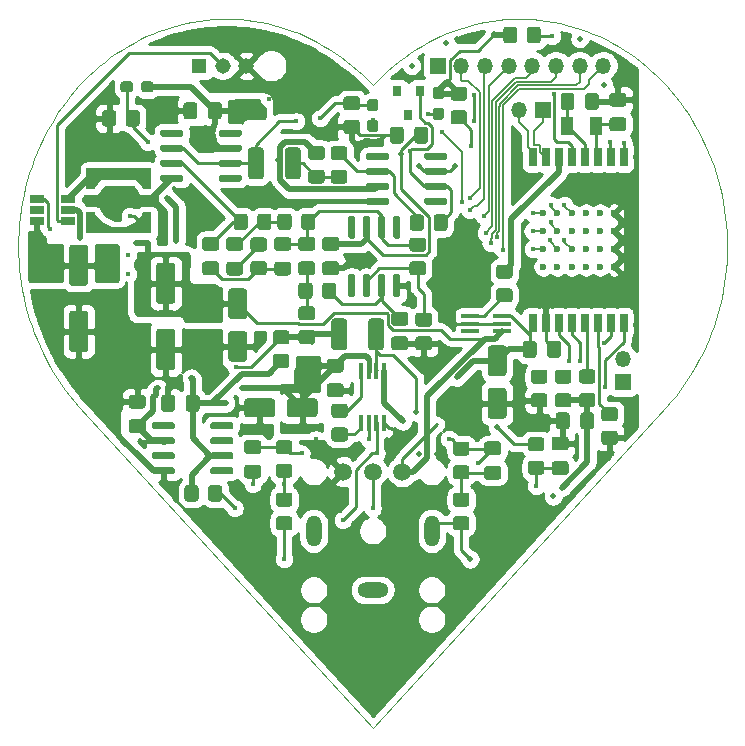
<source format=gbr>
%TF.GenerationSoftware,KiCad,Pcbnew,5.1.8*%
%TF.CreationDate,2021-02-28T21:38:59-05:00*%
%TF.ProjectId,ECG,4543472e-6b69-4636-9164-5f7063625858,rev?*%
%TF.SameCoordinates,Original*%
%TF.FileFunction,Copper,L1,Top*%
%TF.FilePolarity,Positive*%
%FSLAX46Y46*%
G04 Gerber Fmt 4.6, Leading zero omitted, Abs format (unit mm)*
G04 Created by KiCad (PCBNEW 5.1.8) date 2021-02-28 21:38:59*
%MOMM*%
%LPD*%
G01*
G04 APERTURE LIST*
%TA.AperFunction,Profile*%
%ADD10C,0.100000*%
%TD*%
%TA.AperFunction,SMDPad,CuDef*%
%ADD11R,0.800000X0.900000*%
%TD*%
%TA.AperFunction,SMDPad,CuDef*%
%ADD12R,1.500000X0.400000*%
%TD*%
%TA.AperFunction,SMDPad,CuDef*%
%ADD13C,0.599440*%
%TD*%
%TA.AperFunction,SMDPad,CuDef*%
%ADD14R,0.698500X1.498600*%
%TD*%
%TA.AperFunction,SMDPad,CuDef*%
%ADD15C,0.100000*%
%TD*%
%TA.AperFunction,SMDPad,CuDef*%
%ADD16R,1.000000X1.500000*%
%TD*%
%TA.AperFunction,ComponentPad*%
%ADD17O,1.350000X1.350000*%
%TD*%
%TA.AperFunction,ComponentPad*%
%ADD18R,1.350000X1.350000*%
%TD*%
%TA.AperFunction,SMDPad,CuDef*%
%ADD19R,1.220000X0.650000*%
%TD*%
%TA.AperFunction,ComponentPad*%
%ADD20O,2.616000X1.308000*%
%TD*%
%TA.AperFunction,ComponentPad*%
%ADD21C,1.508000*%
%TD*%
%TA.AperFunction,ComponentPad*%
%ADD22O,1.308000X2.616000*%
%TD*%
%TA.AperFunction,SMDPad,CuDef*%
%ADD23R,0.450000X1.450000*%
%TD*%
%TA.AperFunction,ComponentPad*%
%ADD24C,1.308000*%
%TD*%
%TA.AperFunction,ComponentPad*%
%ADD25R,1.308000X1.308000*%
%TD*%
%TA.AperFunction,ViaPad*%
%ADD26C,0.450000*%
%TD*%
%TA.AperFunction,ViaPad*%
%ADD27C,0.500000*%
%TD*%
%TA.AperFunction,Conductor*%
%ADD28C,0.500000*%
%TD*%
%TA.AperFunction,Conductor*%
%ADD29C,0.250000*%
%TD*%
%TA.AperFunction,Conductor*%
%ADD30C,0.400000*%
%TD*%
%TA.AperFunction,Conductor*%
%ADD31C,0.152400*%
%TD*%
%TA.AperFunction,Conductor*%
%ADD32C,0.200000*%
%TD*%
%TA.AperFunction,Conductor*%
%ADD33C,0.254000*%
%TD*%
%TA.AperFunction,Conductor*%
%ADD34C,0.100000*%
%TD*%
G04 APERTURE END LIST*
D10*
X177794600Y-111882900D02*
X178154600Y-111385100D01*
X178154600Y-111385100D02*
X178498200Y-110876200D01*
X178498200Y-110876200D02*
X178825400Y-110356700D01*
X178825400Y-110356700D02*
X179136100Y-109827200D01*
X179136100Y-109827200D02*
X179430000Y-109288000D01*
X179430000Y-109288000D02*
X179707100Y-108739800D01*
X179707100Y-108739800D02*
X179967300Y-108182900D01*
X179967300Y-108182900D02*
X180210400Y-107617900D01*
X126111700Y-112369300D02*
X126503990Y-112843500D01*
X126503990Y-112843500D02*
X126912260Y-113305200D01*
X126912260Y-113305200D02*
X151765000Y-140490000D01*
X151765000Y-140490000D02*
X176617900Y-113305000D01*
X176617900Y-113305000D02*
X177026200Y-112843300D01*
X177026200Y-112843300D02*
X177418400Y-112369100D01*
X177418400Y-112369100D02*
X177794600Y-111882900D01*
X180210400Y-107617900D02*
X180436400Y-107045200D01*
X180436400Y-107045200D02*
X180645100Y-106465400D01*
X180645100Y-106465400D02*
X180836400Y-105878900D01*
X180836400Y-105878900D02*
X181010100Y-105286200D01*
X181010100Y-105286200D02*
X181166200Y-104687800D01*
X181166200Y-104687800D02*
X181304500Y-104084200D01*
X181304500Y-104084200D02*
X181425000Y-103475900D01*
X181425000Y-103475900D02*
X181527400Y-102863400D01*
X181684400Y-97869400D02*
X181619400Y-97240700D01*
X181619400Y-97240700D02*
X181535200Y-96612700D01*
X181535200Y-96612700D02*
X181431700Y-95985900D01*
X181431700Y-95985900D02*
X181308700Y-95360700D01*
X181308700Y-95360700D02*
X181166200Y-94737600D01*
X181166200Y-94737600D02*
X181004800Y-94120000D01*
X181004800Y-94120000D02*
X180825500Y-93511300D01*
X180825500Y-93511300D02*
X180628600Y-92911800D01*
X181527400Y-102863400D02*
X181611700Y-102247100D01*
X181611700Y-102247100D02*
X181677800Y-101627600D01*
X181677800Y-101627600D02*
X181725500Y-101005300D01*
X181725500Y-101005300D02*
X181754700Y-100380700D01*
X181754700Y-100380700D02*
X181765400Y-99754300D01*
X181765400Y-99754300D02*
X181757300Y-99126700D01*
X181757300Y-99126700D02*
X181730300Y-98498200D01*
X181730300Y-98498200D02*
X181684400Y-97869400D01*
X180628600Y-92911800D02*
X180414500Y-92321900D01*
X180414500Y-92321900D02*
X180183400Y-91741900D01*
X180183400Y-91741900D02*
X179935700Y-91172200D01*
X179935700Y-91172200D02*
X179671800Y-90613200D01*
X179671800Y-90613200D02*
X179391900Y-90065160D01*
X122363821Y-94737500D02*
X122221297Y-95360600D01*
X122221297Y-95360600D02*
X122098333Y-95985900D01*
X122098333Y-95985900D02*
X121994812Y-96612700D01*
X121994812Y-96612700D02*
X121910612Y-97240700D01*
X121910612Y-97240700D02*
X121845615Y-97869400D01*
X121845615Y-97869400D02*
X121799701Y-98498200D01*
X121799701Y-98498200D02*
X121772750Y-99126700D01*
X121772750Y-99126700D02*
X121764643Y-99754400D01*
X121764643Y-99754400D02*
X121775260Y-100380800D01*
X121775260Y-100380800D02*
X121804482Y-101005400D01*
X121804482Y-101005400D02*
X121852189Y-101627700D01*
X121852189Y-101627700D02*
X121918261Y-102247200D01*
X121918261Y-102247200D02*
X122002579Y-102863500D01*
X122002579Y-102863500D02*
X122105023Y-103476000D01*
X122105023Y-103476000D02*
X122225473Y-104084300D01*
X122225473Y-104084300D02*
X122363811Y-104687900D01*
X122363811Y-104687900D02*
X122519916Y-105286300D01*
X122519916Y-105286300D02*
X122693668Y-105879000D01*
X122693668Y-105879000D02*
X122884950Y-106465500D01*
X122884950Y-106465500D02*
X123093640Y-107045400D01*
X123093640Y-107045400D02*
X123319620Y-107618000D01*
X123319620Y-107618000D02*
X123562770Y-108183100D01*
X123562770Y-108183100D02*
X123822960Y-108739900D01*
X123822960Y-108739900D02*
X124100090Y-109288200D01*
X124100090Y-109288200D02*
X124394030Y-109827400D01*
X124394030Y-109827400D02*
X124704660Y-110356900D01*
X124704660Y-110356900D02*
X125031860Y-110876400D01*
X125031860Y-110876400D02*
X125375520Y-111385200D01*
X125375520Y-111385200D02*
X125735500Y-111883100D01*
X125735500Y-111883100D02*
X126111700Y-112369300D01*
X179391900Y-90065160D02*
X179096400Y-89528520D01*
X179096400Y-89528520D02*
X178785600Y-89003590D01*
X178785600Y-89003590D02*
X178459800Y-88490760D01*
X178459800Y-88490760D02*
X178119400Y-87990360D01*
X178119400Y-87990360D02*
X177764600Y-87502760D01*
X177764600Y-87502760D02*
X177395900Y-87028310D01*
X177395900Y-87028310D02*
X177013600Y-86567380D01*
X177013600Y-86567380D02*
X176617900Y-86120310D01*
X176617900Y-86120310D02*
X176209100Y-85687470D01*
X176209100Y-85687470D02*
X175787700Y-85269220D01*
X175787700Y-85269220D02*
X175354000Y-84865910D01*
X175354000Y-84865910D02*
X174908200Y-84477900D01*
X174908200Y-84477900D02*
X174450800Y-84105540D01*
X174450800Y-84105540D02*
X173981900Y-83749200D01*
X173981900Y-83749200D02*
X173502000Y-83409230D01*
X173502000Y-83409230D02*
X173011400Y-83085990D01*
X173011400Y-83085990D02*
X172510400Y-82779830D01*
X172510400Y-82779830D02*
X171999300Y-82491120D01*
X171999300Y-82491120D02*
X171478500Y-82220210D01*
X171478500Y-82220210D02*
X170948300Y-81967450D01*
X170948300Y-81967450D02*
X170409000Y-81733220D01*
X170409000Y-81733220D02*
X169860900Y-81517850D01*
X169860900Y-81517850D02*
X169304400Y-81321716D01*
X169304400Y-81321716D02*
X168739800Y-81145168D01*
X168739800Y-81145168D02*
X168170200Y-80989277D01*
X168170200Y-80989277D02*
X167598600Y-80854781D01*
X167598600Y-80854781D02*
X167025500Y-80741550D01*
X167025500Y-80741550D02*
X166451400Y-80649454D01*
X166451400Y-80649454D02*
X165876700Y-80578361D01*
X165876700Y-80578361D02*
X165301800Y-80528141D01*
X165301800Y-80528141D02*
X164727200Y-80498664D01*
X164727200Y-80498664D02*
X164153400Y-80489797D01*
X164153400Y-80489797D02*
X163580800Y-80501411D01*
X163580800Y-80501411D02*
X163009800Y-80533374D01*
X163009800Y-80533374D02*
X162440900Y-80585555D01*
X162440900Y-80585555D02*
X161874500Y-80657825D01*
X161874500Y-80657825D02*
X161311100Y-80750052D01*
X161311100Y-80750052D02*
X160751100Y-80862106D01*
X160751100Y-80862106D02*
X160195000Y-80993854D01*
X160195000Y-80993854D02*
X159643200Y-81145168D01*
X159643200Y-81145168D02*
X159096100Y-81315915D01*
X159096100Y-81315915D02*
X158554300Y-81505970D01*
X158554300Y-81505970D02*
X158018100Y-81715190D01*
X158018100Y-81715190D02*
X157488000Y-81943450D01*
X157488000Y-81943450D02*
X156964500Y-82190630D01*
X156964500Y-82190630D02*
X156447900Y-82456580D01*
X156447900Y-82456580D02*
X155938800Y-82741190D01*
X155938800Y-82741190D02*
X155437600Y-83044310D01*
X155437600Y-83044310D02*
X154944700Y-83365820D01*
X154944700Y-83365820D02*
X154460600Y-83705590D01*
X154460600Y-83705590D02*
X153985700Y-84063480D01*
X153985700Y-84063480D02*
X153520400Y-84439360D01*
X153520400Y-84439360D02*
X153065300Y-84833120D01*
X153065300Y-84833120D02*
X152620800Y-85244600D01*
X152620800Y-85244600D02*
X152187200Y-85673690D01*
X152187200Y-85673690D02*
X151765200Y-86120250D01*
X151765200Y-86120250D02*
X151343100Y-85673670D01*
X151343100Y-85673670D02*
X150909500Y-85244570D01*
X150909500Y-85244570D02*
X150465000Y-84833070D01*
X150465000Y-84833070D02*
X150009900Y-84439310D01*
X150009900Y-84439310D02*
X149544700Y-84063410D01*
X149544700Y-84063410D02*
X149069800Y-83705500D01*
X149069800Y-83705500D02*
X148585600Y-83365730D01*
X148585600Y-83365730D02*
X148092800Y-83044200D01*
X148092800Y-83044200D02*
X147591500Y-82741070D01*
X147591500Y-82741070D02*
X147082400Y-82456460D01*
X147082400Y-82456460D02*
X146565900Y-82190490D01*
X146565900Y-82190490D02*
X146042300Y-81943310D01*
X146042300Y-81943310D02*
X145512200Y-81715040D01*
X145512200Y-81715040D02*
X144976000Y-81505810D01*
X144976000Y-81505810D02*
X144434200Y-81315753D01*
X144434200Y-81315753D02*
X143887100Y-81144999D01*
X143887100Y-81144999D02*
X143335300Y-80993681D01*
X143335300Y-80993681D02*
X142779200Y-80861928D01*
X142779200Y-80861928D02*
X142219200Y-80749871D01*
X142219200Y-80749871D02*
X141655800Y-80657641D01*
X141655800Y-80657641D02*
X141089400Y-80585370D01*
X141089400Y-80585370D02*
X140520400Y-80533187D01*
X140520400Y-80533187D02*
X139949400Y-80501223D01*
X139949400Y-80501223D02*
X139376800Y-80489610D01*
X139376800Y-80489610D02*
X138803000Y-80498477D01*
X138803000Y-80498477D02*
X138228400Y-80527957D01*
X138228400Y-80527957D02*
X137653500Y-80578180D01*
X137653500Y-80578180D02*
X137078800Y-80649276D01*
X137078800Y-80649276D02*
X136504600Y-80741376D01*
X136504600Y-80741376D02*
X135931600Y-80854612D01*
X135931600Y-80854612D02*
X135359900Y-80989114D01*
X135359900Y-80989114D02*
X134790300Y-81145012D01*
X134790300Y-81145012D02*
X134225700Y-81321564D01*
X134225700Y-81321564D02*
X133669200Y-81517700D01*
X133669200Y-81517700D02*
X133121100Y-81733070D01*
X133121100Y-81733070D02*
X132581800Y-81967320D01*
X132581800Y-81967320D02*
X132051600Y-82220070D01*
X132051600Y-82220070D02*
X131530770Y-82490990D01*
X131530770Y-82490990D02*
X131019700Y-82779710D01*
X131019700Y-82779710D02*
X130518690Y-83085870D01*
X130518690Y-83085870D02*
X130028080Y-83409110D01*
X130028080Y-83409110D02*
X129548180Y-83749090D01*
X129548180Y-83749090D02*
X129079340Y-84105430D01*
X129079340Y-84105430D02*
X128621860Y-84477790D01*
X128621860Y-84477790D02*
X128176090Y-84865810D01*
X128176090Y-84865810D02*
X127742340Y-85269120D01*
X127742340Y-85269120D02*
X127320940Y-85687380D01*
X127320940Y-85687380D02*
X126912230Y-86120220D01*
X126912230Y-86120220D02*
X126516520Y-86567290D01*
X126516520Y-86567290D02*
X126134140Y-87028230D01*
X126134140Y-87028230D02*
X125765430Y-87502680D01*
X125765430Y-87502680D02*
X125410700Y-87990280D01*
X125410700Y-87990280D02*
X125070280Y-88490680D01*
X125070280Y-88490680D02*
X124744500Y-89003520D01*
X124744500Y-89003520D02*
X124433690Y-89528450D01*
X124433690Y-89528450D02*
X124138180Y-90065100D01*
X124138180Y-90065100D02*
X123858280Y-90613100D01*
X123858280Y-90613100D02*
X123594330Y-91172100D01*
X123594330Y-91172100D02*
X123346660Y-91741800D01*
X123346660Y-91741800D02*
X123115580Y-92321800D01*
X123115580Y-92321800D02*
X122901430Y-92911700D01*
X122901430Y-92911700D02*
X122704541Y-93511200D01*
X122704541Y-93511200D02*
X122525227Y-94119900D01*
X122525227Y-94119900D02*
X122363821Y-94737500D01*
X122363821Y-94737500D02*
X122363821Y-94737500D01*
X122363821Y-94737500D02*
X122363821Y-94737500D01*
D11*
%TO.P,Q1,3*%
%TO.N,Net-(D3-Pad2)*%
X154787600Y-88595200D03*
%TO.P,Q1,2*%
%TO.N,Net-(D1-Pad1)*%
X153837600Y-86595200D03*
%TO.P,Q1,1*%
%TO.N,Signal*%
X155737600Y-86595200D03*
%TD*%
D12*
%TO.P,U9,6*%
%TO.N,3.3V*%
X162687000Y-105649000D03*
%TO.P,U9,5*%
%TO.N,GND*%
X162687000Y-106299000D03*
%TO.P,U9,4*%
%TO.N,Vbatt*%
X162687000Y-106949000D03*
%TO.P,U9,3*%
%TO.N,N/C*%
X160027000Y-106949000D03*
%TO.P,U9,2*%
%TO.N,GND*%
X160027000Y-106299000D03*
%TO.P,U9,1*%
%TO.N,Net-(R13-Pad2)*%
X160027000Y-105649000D03*
%TD*%
%TO.P,R28,2*%
%TO.N,Net-(R28-Pad2)*%
%TA.AperFunction,SMDPad,CuDef*%
G36*
G01*
X172281001Y-114551000D02*
X171380999Y-114551000D01*
G75*
G02*
X171131000Y-114301001I0J249999D01*
G01*
X171131000Y-113600999D01*
G75*
G02*
X171380999Y-113351000I249999J0D01*
G01*
X172281001Y-113351000D01*
G75*
G02*
X172531000Y-113600999I0J-249999D01*
G01*
X172531000Y-114301001D01*
G75*
G02*
X172281001Y-114551000I-249999J0D01*
G01*
G37*
%TD.AperFunction*%
%TO.P,R28,1*%
%TO.N,GND*%
%TA.AperFunction,SMDPad,CuDef*%
G36*
G01*
X172281001Y-116551000D02*
X171380999Y-116551000D01*
G75*
G02*
X171131000Y-116301001I0J249999D01*
G01*
X171131000Y-115600999D01*
G75*
G02*
X171380999Y-115351000I249999J0D01*
G01*
X172281001Y-115351000D01*
G75*
G02*
X172531000Y-115600999I0J-249999D01*
G01*
X172531000Y-116301001D01*
G75*
G02*
X172281001Y-116551000I-249999J0D01*
G01*
G37*
%TD.AperFunction*%
%TD*%
%TO.P,R25,2*%
%TO.N,GND*%
%TA.AperFunction,SMDPad,CuDef*%
G36*
G01*
X165411999Y-112176000D02*
X166312001Y-112176000D01*
G75*
G02*
X166562000Y-112425999I0J-249999D01*
G01*
X166562000Y-113126001D01*
G75*
G02*
X166312001Y-113376000I-249999J0D01*
G01*
X165411999Y-113376000D01*
G75*
G02*
X165162000Y-113126001I0J249999D01*
G01*
X165162000Y-112425999D01*
G75*
G02*
X165411999Y-112176000I249999J0D01*
G01*
G37*
%TD.AperFunction*%
%TO.P,R25,1*%
%TO.N,Net-(J5-Pad4)*%
%TA.AperFunction,SMDPad,CuDef*%
G36*
G01*
X165411999Y-110176000D02*
X166312001Y-110176000D01*
G75*
G02*
X166562000Y-110425999I0J-249999D01*
G01*
X166562000Y-111126001D01*
G75*
G02*
X166312001Y-111376000I-249999J0D01*
G01*
X165411999Y-111376000D01*
G75*
G02*
X165162000Y-111126001I0J249999D01*
G01*
X165162000Y-110425999D01*
G75*
G02*
X165411999Y-110176000I249999J0D01*
G01*
G37*
%TD.AperFunction*%
%TD*%
%TO.P,R24,2*%
%TO.N,Net-(J5-Pad2)*%
%TA.AperFunction,SMDPad,CuDef*%
G36*
G01*
X168344001Y-111376000D02*
X167443999Y-111376000D01*
G75*
G02*
X167194000Y-111126001I0J249999D01*
G01*
X167194000Y-110425999D01*
G75*
G02*
X167443999Y-110176000I249999J0D01*
G01*
X168344001Y-110176000D01*
G75*
G02*
X168594000Y-110425999I0J-249999D01*
G01*
X168594000Y-111126001D01*
G75*
G02*
X168344001Y-111376000I-249999J0D01*
G01*
G37*
%TD.AperFunction*%
%TO.P,R24,1*%
%TO.N,3.3V*%
%TA.AperFunction,SMDPad,CuDef*%
G36*
G01*
X168344001Y-113376000D02*
X167443999Y-113376000D01*
G75*
G02*
X167194000Y-113126001I0J249999D01*
G01*
X167194000Y-112425999D01*
G75*
G02*
X167443999Y-112176000I249999J0D01*
G01*
X168344001Y-112176000D01*
G75*
G02*
X168594000Y-112425999I0J-249999D01*
G01*
X168594000Y-113126001D01*
G75*
G02*
X168344001Y-113376000I-249999J0D01*
G01*
G37*
%TD.AperFunction*%
%TD*%
%TO.P,C3,2*%
%TO.N,GND*%
%TA.AperFunction,SMDPad,CuDef*%
G36*
G01*
X126323000Y-105190000D02*
X127423000Y-105190000D01*
G75*
G02*
X127673000Y-105440000I0J-250000D01*
G01*
X127673000Y-108440000D01*
G75*
G02*
X127423000Y-108690000I-250000J0D01*
G01*
X126323000Y-108690000D01*
G75*
G02*
X126073000Y-108440000I0J250000D01*
G01*
X126073000Y-105440000D01*
G75*
G02*
X126323000Y-105190000I250000J0D01*
G01*
G37*
%TD.AperFunction*%
%TO.P,C3,1*%
%TO.N,3.3V*%
%TA.AperFunction,SMDPad,CuDef*%
G36*
G01*
X126323000Y-99590000D02*
X127423000Y-99590000D01*
G75*
G02*
X127673000Y-99840000I0J-250000D01*
G01*
X127673000Y-102840000D01*
G75*
G02*
X127423000Y-103090000I-250000J0D01*
G01*
X126323000Y-103090000D01*
G75*
G02*
X126073000Y-102840000I0J250000D01*
G01*
X126073000Y-99840000D01*
G75*
G02*
X126323000Y-99590000I250000J0D01*
G01*
G37*
%TD.AperFunction*%
%TD*%
D13*
%TO.P,U8,P$D5*%
%TO.N,Net-(U8-PadP$D5)*%
X166209980Y-101450140D03*
%TO.P,U8,P$D4*%
%TO.N,Net-(U8-PadP$D4)*%
X167408860Y-101450140D03*
%TO.P,U8,P$D3*%
%TO.N,Net-(U8-PadP$D3)*%
X168610280Y-101450140D03*
%TO.P,U8,P$D2*%
%TO.N,Net-(U8-PadP$D2)*%
X169809160Y-101450140D03*
%TO.P,U8,P$D1*%
%TO.N,Net-(U8-PadP$D1)*%
X171010580Y-101450140D03*
%TO.P,U8,P$D0*%
%TO.N,GND*%
X172209460Y-101450140D03*
%TO.P,U8,P$C5*%
%TO.N,Net-(J3-Pad8)*%
X166209980Y-99951540D03*
%TO.P,U8,P$C4*%
%TO.N,Net-(J3-Pad7)*%
X167408860Y-99951540D03*
%TO.P,U8,P$C3*%
%TO.N,Net-(J3-Pad6)*%
X168610280Y-99951540D03*
%TO.P,U8,P$C2*%
%TO.N,Net-(U8-PadP$C2)*%
X169809160Y-99951540D03*
%TO.P,U8,P$C1*%
%TO.N,Net-(U8-PadP$C1)*%
X171010580Y-99951540D03*
%TO.P,U8,P$C0*%
%TO.N,GND*%
X172209460Y-99951540D03*
%TO.P,U8,P$B5*%
%TO.N,Net-(J3-Pad5)*%
X166209980Y-98450400D03*
%TO.P,U8,P$B4*%
%TO.N,Net-(J3-Pad4)*%
X167408860Y-98450400D03*
%TO.P,U8,P$B3*%
%TO.N,Net-(U8-PadP$B3)*%
X168610280Y-98450400D03*
%TO.P,U8,P$B2*%
%TO.N,Net-(U8-PadP$B2)*%
X169809160Y-98450400D03*
%TO.P,U8,P$B1*%
%TO.N,Net-(U8-PadP$B1)*%
X171010580Y-98450400D03*
%TO.P,U8,P$B0*%
%TO.N,GND*%
X172209460Y-98450400D03*
%TO.P,U8,P$A5*%
%TO.N,Net-(J3-Pad3)*%
X166209980Y-96951800D03*
%TO.P,U8,P$A4*%
%TO.N,Net-(J3-Pad2)*%
X167408860Y-96951800D03*
%TO.P,U8,P$A3*%
%TO.N,Net-(J3-Pad1)*%
X168610280Y-96951800D03*
%TO.P,U8,P$A2*%
%TO.N,Net-(U8-PadP$A2)*%
X169809160Y-96951800D03*
%TO.P,U8,P$A1*%
%TO.N,Net-(U8-PadP$A1)*%
X171010580Y-96951800D03*
%TO.P,U8,P$A0*%
%TO.N,GND*%
X172209460Y-96951800D03*
D14*
%TO.P,U8,P$16*%
%TO.N,Net-(J5-Pad2)*%
X173009560Y-106199940D03*
%TO.P,U8,P$15*%
%TO.N,Net-(J5-Pad4)*%
X171909740Y-106199940D03*
%TO.P,U8,P$14*%
%TO.N,Net-(R28-Pad2)*%
X170809920Y-106199940D03*
%TO.P,U8,P$13*%
%TO.N,Net-(R23-Pad1)*%
X169710100Y-106199940D03*
%TO.P,U8,P$12*%
%TO.N,/Micro/UART_RX*%
X168610280Y-106199940D03*
%TO.P,U8,P$11*%
%TO.N,/Micro/UART_TX*%
X167510460Y-106199940D03*
%TO.P,U8,P$10*%
%TO.N,GND*%
X166410640Y-106199940D03*
%TO.P,U8,P$9*%
%TO.N,3.3V*%
X165310820Y-106199940D03*
%TO.P,U8,P$8*%
%TO.N,/Micro/NFC-*%
X165310820Y-92202000D03*
%TO.P,U8,P$7*%
%TO.N,/Micro/NFC+*%
X166410640Y-92202000D03*
%TO.P,U8,P$6*%
%TO.N,Net-(R13-Pad1)*%
X167510460Y-92202000D03*
%TO.P,U8,P$5*%
%TO.N,Signal*%
X168610280Y-92202000D03*
%TO.P,U8,P$4*%
%TO.N,Net-(C19-Pad1)*%
X169710100Y-92202000D03*
%TO.P,U8,P$3*%
%TO.N,Net-(C15-Pad1)*%
X170809920Y-92202000D03*
%TO.P,U8,P$2*%
%TO.N,Net-(R19-Pad1)*%
X171909740Y-92202000D03*
%TO.P,U8,P$1*%
%TO.N,Net-(R22-Pad2)*%
X173009560Y-92202000D03*
%TD*%
%TA.AperFunction,SMDPad,CuDef*%
D15*
%TO.P,L1,1*%
%TO.N,Net-(L1-Pad1)*%
G36*
X127528192Y-98620404D02*
G01*
X127527254Y-98620119D01*
X127526389Y-98619657D01*
X127525631Y-98619036D01*
X127525010Y-98618278D01*
X127524548Y-98617413D01*
X127524263Y-98616475D01*
X127524167Y-98615500D01*
X127524167Y-96858667D01*
X127524263Y-96857692D01*
X127524548Y-96856754D01*
X127525010Y-96855889D01*
X127525631Y-96855131D01*
X127526389Y-96854510D01*
X127527254Y-96854048D01*
X127528192Y-96853763D01*
X127529167Y-96853667D01*
X128225184Y-96853667D01*
X128226159Y-96853763D01*
X128227097Y-96854048D01*
X128227962Y-96854510D01*
X128228720Y-96855131D01*
X128229341Y-96855889D01*
X128229594Y-96856310D01*
X128294566Y-96977877D01*
X128411787Y-97165528D01*
X128560031Y-97352967D01*
X128729462Y-97529412D01*
X128910220Y-97684049D01*
X128993556Y-97744260D01*
X129155450Y-97841930D01*
X129342567Y-97934744D01*
X129537871Y-98014994D01*
X129724366Y-98074989D01*
X129725899Y-98075399D01*
X129810314Y-98096732D01*
X129884625Y-98111772D01*
X129959529Y-98121603D01*
X130045831Y-98127303D01*
X130154265Y-98129916D01*
X130280830Y-98130494D01*
X130418533Y-98129778D01*
X130524467Y-98126927D01*
X130609283Y-98120894D01*
X130683702Y-98110629D01*
X130758474Y-98095063D01*
X130835664Y-98075426D01*
X131021965Y-98015668D01*
X131217257Y-97935578D01*
X131404539Y-97842840D01*
X131566817Y-97745141D01*
X131567936Y-97744382D01*
X131750600Y-97603271D01*
X131926412Y-97435437D01*
X132085546Y-97251663D01*
X132218140Y-97062764D01*
X132267055Y-96977963D01*
X132332073Y-96856310D01*
X132332618Y-96855495D01*
X132333311Y-96854802D01*
X132334126Y-96854258D01*
X132335031Y-96853882D01*
X132335993Y-96853691D01*
X132336483Y-96853667D01*
X133032500Y-96853667D01*
X133033475Y-96853763D01*
X133034413Y-96854048D01*
X133035278Y-96854510D01*
X133036036Y-96855131D01*
X133036657Y-96855889D01*
X133037119Y-96856754D01*
X133037404Y-96857692D01*
X133037500Y-96858667D01*
X133037500Y-98615500D01*
X133037404Y-98616475D01*
X133037119Y-98617413D01*
X133036657Y-98618278D01*
X133036036Y-98619036D01*
X133035278Y-98619657D01*
X133034413Y-98620119D01*
X133033475Y-98620404D01*
X133032500Y-98620500D01*
X127529167Y-98620500D01*
X127528192Y-98620404D01*
G37*
%TD.AperFunction*%
%TA.AperFunction,SMDPad,CuDef*%
%TO.P,L1,2*%
%TO.N,Net-(L1-Pad2)*%
G36*
X132335508Y-94873904D02*
G01*
X132334570Y-94873619D01*
X132333705Y-94873157D01*
X132332947Y-94872536D01*
X132332326Y-94871778D01*
X132332073Y-94871357D01*
X132267105Y-94749798D01*
X132149880Y-94562139D01*
X132001636Y-94374700D01*
X131832205Y-94198255D01*
X131651447Y-94043618D01*
X131568110Y-93983407D01*
X131406853Y-93886096D01*
X131220285Y-93793450D01*
X131025333Y-93713139D01*
X130838913Y-93652820D01*
X130835784Y-93651977D01*
X130751545Y-93630553D01*
X130677586Y-93615449D01*
X130603191Y-93605568D01*
X130517550Y-93599827D01*
X130410090Y-93597185D01*
X130280836Y-93596583D01*
X130143373Y-93597288D01*
X130037703Y-93600108D01*
X129953199Y-93606095D01*
X129879161Y-93616299D01*
X129804823Y-93631801D01*
X129726023Y-93651940D01*
X129539937Y-93711809D01*
X129344993Y-93791815D01*
X129158121Y-93884298D01*
X128996158Y-93981640D01*
X128993734Y-93983283D01*
X128811067Y-94124396D01*
X128635255Y-94292230D01*
X128476121Y-94476004D01*
X128343527Y-94664903D01*
X128294612Y-94749704D01*
X128229594Y-94871357D01*
X128229049Y-94872172D01*
X128228356Y-94872865D01*
X128227541Y-94873409D01*
X128226636Y-94873785D01*
X128225674Y-94873976D01*
X128225184Y-94874000D01*
X127529167Y-94874000D01*
X127528192Y-94873904D01*
X127527254Y-94873619D01*
X127526389Y-94873157D01*
X127525631Y-94872536D01*
X127525010Y-94871778D01*
X127524548Y-94870913D01*
X127524263Y-94869975D01*
X127524167Y-94869000D01*
X127524167Y-93112167D01*
X127524263Y-93111192D01*
X127524548Y-93110254D01*
X127525010Y-93109389D01*
X127525631Y-93108631D01*
X127526389Y-93108010D01*
X127527254Y-93107548D01*
X127528192Y-93107263D01*
X127529167Y-93107167D01*
X133032500Y-93107167D01*
X133033475Y-93107263D01*
X133034413Y-93107548D01*
X133035278Y-93108010D01*
X133036036Y-93108631D01*
X133036657Y-93109389D01*
X133037119Y-93110254D01*
X133037404Y-93111192D01*
X133037500Y-93112167D01*
X133037500Y-94869000D01*
X133037404Y-94869975D01*
X133037119Y-94870913D01*
X133036657Y-94871778D01*
X133036036Y-94872536D01*
X133035278Y-94873157D01*
X133034413Y-94873619D01*
X133033475Y-94873904D01*
X133032500Y-94874000D01*
X132336483Y-94874000D01*
X132335508Y-94873904D01*
G37*
%TD.AperFunction*%
%TD*%
D16*
%TO.P,U7,2*%
%TO.N,Net-(C19-Pad1)*%
X168188000Y-89535000D03*
%TO.P,U7,1*%
%TO.N,Net-(C15-Pad1)*%
X170688000Y-89535000D03*
%TD*%
%TO.P,R23,2*%
%TO.N,3.3V*%
%TA.AperFunction,SMDPad,CuDef*%
G36*
G01*
X169475999Y-112160000D02*
X170376001Y-112160000D01*
G75*
G02*
X170626000Y-112409999I0J-249999D01*
G01*
X170626000Y-113110001D01*
G75*
G02*
X170376001Y-113360000I-249999J0D01*
G01*
X169475999Y-113360000D01*
G75*
G02*
X169226000Y-113110001I0J249999D01*
G01*
X169226000Y-112409999D01*
G75*
G02*
X169475999Y-112160000I249999J0D01*
G01*
G37*
%TD.AperFunction*%
%TO.P,R23,1*%
%TO.N,Net-(R23-Pad1)*%
%TA.AperFunction,SMDPad,CuDef*%
G36*
G01*
X169475999Y-110160000D02*
X170376001Y-110160000D01*
G75*
G02*
X170626000Y-110409999I0J-249999D01*
G01*
X170626000Y-111110001D01*
G75*
G02*
X170376001Y-111360000I-249999J0D01*
G01*
X169475999Y-111360000D01*
G75*
G02*
X169226000Y-111110001I0J249999D01*
G01*
X169226000Y-110409999D01*
G75*
G02*
X169475999Y-110160000I249999J0D01*
G01*
G37*
%TD.AperFunction*%
%TD*%
%TO.P,R22,2*%
%TO.N,Net-(R22-Pad2)*%
%TA.AperFunction,SMDPad,CuDef*%
G36*
G01*
X164804800Y-82288801D02*
X164804800Y-81388799D01*
G75*
G02*
X165054799Y-81138800I249999J0D01*
G01*
X165754801Y-81138800D01*
G75*
G02*
X166004800Y-81388799I0J-249999D01*
G01*
X166004800Y-82288801D01*
G75*
G02*
X165754801Y-82538800I-249999J0D01*
G01*
X165054799Y-82538800D01*
G75*
G02*
X164804800Y-82288801I0J249999D01*
G01*
G37*
%TD.AperFunction*%
%TO.P,R22,1*%
%TO.N,3.3V*%
%TA.AperFunction,SMDPad,CuDef*%
G36*
G01*
X162804800Y-82288801D02*
X162804800Y-81388799D01*
G75*
G02*
X163054799Y-81138800I249999J0D01*
G01*
X163754801Y-81138800D01*
G75*
G02*
X164004800Y-81388799I0J-249999D01*
G01*
X164004800Y-82288801D01*
G75*
G02*
X163754801Y-82538800I-249999J0D01*
G01*
X163054799Y-82538800D01*
G75*
G02*
X162804800Y-82288801I0J249999D01*
G01*
G37*
%TD.AperFunction*%
%TD*%
%TO.P,R19,2*%
%TO.N,3.3V*%
%TA.AperFunction,SMDPad,CuDef*%
G36*
G01*
X159504801Y-87417200D02*
X158604799Y-87417200D01*
G75*
G02*
X158354800Y-87167201I0J249999D01*
G01*
X158354800Y-86467199D01*
G75*
G02*
X158604799Y-86217200I249999J0D01*
G01*
X159504801Y-86217200D01*
G75*
G02*
X159754800Y-86467199I0J-249999D01*
G01*
X159754800Y-87167201D01*
G75*
G02*
X159504801Y-87417200I-249999J0D01*
G01*
G37*
%TD.AperFunction*%
%TO.P,R19,1*%
%TO.N,Net-(R19-Pad1)*%
%TA.AperFunction,SMDPad,CuDef*%
G36*
G01*
X159504801Y-89417200D02*
X158604799Y-89417200D01*
G75*
G02*
X158354800Y-89167201I0J249999D01*
G01*
X158354800Y-88467199D01*
G75*
G02*
X158604799Y-88217200I249999J0D01*
G01*
X159504801Y-88217200D01*
G75*
G02*
X159754800Y-88467199I0J-249999D01*
G01*
X159754800Y-89167201D01*
G75*
G02*
X159504801Y-89417200I-249999J0D01*
G01*
G37*
%TD.AperFunction*%
%TD*%
%TO.P,R13,2*%
%TO.N,Net-(R13-Pad2)*%
%TA.AperFunction,SMDPad,CuDef*%
G36*
G01*
X162465599Y-103286000D02*
X163365601Y-103286000D01*
G75*
G02*
X163615600Y-103535999I0J-249999D01*
G01*
X163615600Y-104236001D01*
G75*
G02*
X163365601Y-104486000I-249999J0D01*
G01*
X162465599Y-104486000D01*
G75*
G02*
X162215600Y-104236001I0J249999D01*
G01*
X162215600Y-103535999D01*
G75*
G02*
X162465599Y-103286000I249999J0D01*
G01*
G37*
%TD.AperFunction*%
%TO.P,R13,1*%
%TO.N,Net-(R13-Pad1)*%
%TA.AperFunction,SMDPad,CuDef*%
G36*
G01*
X162465599Y-101286000D02*
X163365601Y-101286000D01*
G75*
G02*
X163615600Y-101535999I0J-249999D01*
G01*
X163615600Y-102236001D01*
G75*
G02*
X163365601Y-102486000I-249999J0D01*
G01*
X162465599Y-102486000D01*
G75*
G02*
X162215600Y-102236001I0J249999D01*
G01*
X162215600Y-101535999D01*
G75*
G02*
X162465599Y-101286000I249999J0D01*
G01*
G37*
%TD.AperFunction*%
%TD*%
D17*
%TO.P,J4,2*%
%TO.N,/Micro/UART_RX*%
X172974000Y-109252000D03*
D18*
%TO.P,J4,1*%
%TO.N,/Micro/UART_TX*%
X172974000Y-111252000D03*
%TD*%
D17*
%TO.P,J3,8*%
%TO.N,Net-(J3-Pad8)*%
X171276800Y-84429600D03*
%TO.P,J3,7*%
%TO.N,Net-(J3-Pad7)*%
X169276800Y-84429600D03*
%TO.P,J3,6*%
%TO.N,Net-(J3-Pad6)*%
X167276800Y-84429600D03*
%TO.P,J3,5*%
%TO.N,Net-(J3-Pad5)*%
X165276800Y-84429600D03*
%TO.P,J3,4*%
%TO.N,Net-(J3-Pad4)*%
X163276800Y-84429600D03*
%TO.P,J3,3*%
%TO.N,Net-(J3-Pad3)*%
X161276800Y-84429600D03*
%TO.P,J3,2*%
%TO.N,Net-(J3-Pad2)*%
X159276800Y-84429600D03*
D18*
%TO.P,J3,1*%
%TO.N,Net-(J3-Pad1)*%
X157276800Y-84429600D03*
%TD*%
D17*
%TO.P,J2,2*%
%TO.N,/Micro/NFC-*%
X164166800Y-88188800D03*
D18*
%TO.P,J2,1*%
%TO.N,/Micro/NFC+*%
X166166800Y-88188800D03*
%TD*%
%TO.P,C25,2*%
%TO.N,GND*%
%TA.AperFunction,SMDPad,CuDef*%
G36*
G01*
X168438500Y-114036000D02*
X168438500Y-114986000D01*
G75*
G02*
X168188500Y-115236000I-250000J0D01*
G01*
X167513500Y-115236000D01*
G75*
G02*
X167263500Y-114986000I0J250000D01*
G01*
X167263500Y-114036000D01*
G75*
G02*
X167513500Y-113786000I250000J0D01*
G01*
X168188500Y-113786000D01*
G75*
G02*
X168438500Y-114036000I0J-250000D01*
G01*
G37*
%TD.AperFunction*%
%TO.P,C25,1*%
%TO.N,3.3V*%
%TA.AperFunction,SMDPad,CuDef*%
G36*
G01*
X170513500Y-114036000D02*
X170513500Y-114986000D01*
G75*
G02*
X170263500Y-115236000I-250000J0D01*
G01*
X169588500Y-115236000D01*
G75*
G02*
X169338500Y-114986000I0J250000D01*
G01*
X169338500Y-114036000D01*
G75*
G02*
X169588500Y-113786000I250000J0D01*
G01*
X170263500Y-113786000D01*
G75*
G02*
X170513500Y-114036000I0J-250000D01*
G01*
G37*
%TD.AperFunction*%
%TD*%
%TO.P,C23,2*%
%TO.N,GND*%
%TA.AperFunction,SMDPad,CuDef*%
G36*
G01*
X166544500Y-108933000D02*
X166544500Y-107983000D01*
G75*
G02*
X166794500Y-107733000I250000J0D01*
G01*
X167469500Y-107733000D01*
G75*
G02*
X167719500Y-107983000I0J-250000D01*
G01*
X167719500Y-108933000D01*
G75*
G02*
X167469500Y-109183000I-250000J0D01*
G01*
X166794500Y-109183000D01*
G75*
G02*
X166544500Y-108933000I0J250000D01*
G01*
G37*
%TD.AperFunction*%
%TO.P,C23,1*%
%TO.N,3.3V*%
%TA.AperFunction,SMDPad,CuDef*%
G36*
G01*
X164469500Y-108933000D02*
X164469500Y-107983000D01*
G75*
G02*
X164719500Y-107733000I250000J0D01*
G01*
X165394500Y-107733000D01*
G75*
G02*
X165644500Y-107983000I0J-250000D01*
G01*
X165644500Y-108933000D01*
G75*
G02*
X165394500Y-109183000I-250000J0D01*
G01*
X164719500Y-109183000D01*
G75*
G02*
X164469500Y-108933000I0J250000D01*
G01*
G37*
%TD.AperFunction*%
%TD*%
%TO.P,C21,2*%
%TO.N,GND*%
%TA.AperFunction,SMDPad,CuDef*%
G36*
G01*
X161756000Y-111730000D02*
X162856000Y-111730000D01*
G75*
G02*
X163106000Y-111980000I0J-250000D01*
G01*
X163106000Y-114080000D01*
G75*
G02*
X162856000Y-114330000I-250000J0D01*
G01*
X161756000Y-114330000D01*
G75*
G02*
X161506000Y-114080000I0J250000D01*
G01*
X161506000Y-111980000D01*
G75*
G02*
X161756000Y-111730000I250000J0D01*
G01*
G37*
%TD.AperFunction*%
%TO.P,C21,1*%
%TO.N,3.3V*%
%TA.AperFunction,SMDPad,CuDef*%
G36*
G01*
X161756000Y-108130000D02*
X162856000Y-108130000D01*
G75*
G02*
X163106000Y-108380000I0J-250000D01*
G01*
X163106000Y-110480000D01*
G75*
G02*
X162856000Y-110730000I-250000J0D01*
G01*
X161756000Y-110730000D01*
G75*
G02*
X161506000Y-110480000I0J250000D01*
G01*
X161506000Y-108380000D01*
G75*
G02*
X161756000Y-108130000I250000J0D01*
G01*
G37*
%TD.AperFunction*%
%TD*%
%TO.P,C19,2*%
%TO.N,GND*%
%TA.AperFunction,SMDPad,CuDef*%
G36*
G01*
X169744900Y-87952600D02*
X169744900Y-87002600D01*
G75*
G02*
X169994900Y-86752600I250000J0D01*
G01*
X170669900Y-86752600D01*
G75*
G02*
X170919900Y-87002600I0J-250000D01*
G01*
X170919900Y-87952600D01*
G75*
G02*
X170669900Y-88202600I-250000J0D01*
G01*
X169994900Y-88202600D01*
G75*
G02*
X169744900Y-87952600I0J250000D01*
G01*
G37*
%TD.AperFunction*%
%TO.P,C19,1*%
%TO.N,Net-(C19-Pad1)*%
%TA.AperFunction,SMDPad,CuDef*%
G36*
G01*
X167669900Y-87952600D02*
X167669900Y-87002600D01*
G75*
G02*
X167919900Y-86752600I250000J0D01*
G01*
X168594900Y-86752600D01*
G75*
G02*
X168844900Y-87002600I0J-250000D01*
G01*
X168844900Y-87952600D01*
G75*
G02*
X168594900Y-88202600I-250000J0D01*
G01*
X167919900Y-88202600D01*
G75*
G02*
X167669900Y-87952600I0J250000D01*
G01*
G37*
%TD.AperFunction*%
%TD*%
%TO.P,C15,2*%
%TO.N,GND*%
%TA.AperFunction,SMDPad,CuDef*%
G36*
G01*
X172991800Y-87920500D02*
X172041800Y-87920500D01*
G75*
G02*
X171791800Y-87670500I0J250000D01*
G01*
X171791800Y-86995500D01*
G75*
G02*
X172041800Y-86745500I250000J0D01*
G01*
X172991800Y-86745500D01*
G75*
G02*
X173241800Y-86995500I0J-250000D01*
G01*
X173241800Y-87670500D01*
G75*
G02*
X172991800Y-87920500I-250000J0D01*
G01*
G37*
%TD.AperFunction*%
%TO.P,C15,1*%
%TO.N,Net-(C15-Pad1)*%
%TA.AperFunction,SMDPad,CuDef*%
G36*
G01*
X172991800Y-89995500D02*
X172041800Y-89995500D01*
G75*
G02*
X171791800Y-89745500I0J250000D01*
G01*
X171791800Y-89070500D01*
G75*
G02*
X172041800Y-88820500I250000J0D01*
G01*
X172991800Y-88820500D01*
G75*
G02*
X173241800Y-89070500I0J-250000D01*
G01*
X173241800Y-89745500D01*
G75*
G02*
X172991800Y-89995500I-250000J0D01*
G01*
G37*
%TD.AperFunction*%
%TD*%
%TO.P,C16,2*%
%TO.N,GND*%
%TA.AperFunction,SMDPad,CuDef*%
G36*
G01*
X143496000Y-112861000D02*
X143496000Y-113961000D01*
G75*
G02*
X143246000Y-114211000I-250000J0D01*
G01*
X141146000Y-114211000D01*
G75*
G02*
X140896000Y-113961000I0J250000D01*
G01*
X140896000Y-112861000D01*
G75*
G02*
X141146000Y-112611000I250000J0D01*
G01*
X143246000Y-112611000D01*
G75*
G02*
X143496000Y-112861000I0J-250000D01*
G01*
G37*
%TD.AperFunction*%
%TO.P,C16,1*%
%TO.N,3.3V*%
%TA.AperFunction,SMDPad,CuDef*%
G36*
G01*
X147096000Y-112861000D02*
X147096000Y-113961000D01*
G75*
G02*
X146846000Y-114211000I-250000J0D01*
G01*
X144746000Y-114211000D01*
G75*
G02*
X144496000Y-113961000I0J250000D01*
G01*
X144496000Y-112861000D01*
G75*
G02*
X144746000Y-112611000I250000J0D01*
G01*
X146846000Y-112611000D01*
G75*
G02*
X147096000Y-112861000I0J-250000D01*
G01*
G37*
%TD.AperFunction*%
%TD*%
%TO.P,C2,2*%
%TO.N,GND*%
%TA.AperFunction,SMDPad,CuDef*%
G36*
G01*
X139785000Y-106904000D02*
X140885000Y-106904000D01*
G75*
G02*
X141135000Y-107154000I0J-250000D01*
G01*
X141135000Y-109254000D01*
G75*
G02*
X140885000Y-109504000I-250000J0D01*
G01*
X139785000Y-109504000D01*
G75*
G02*
X139535000Y-109254000I0J250000D01*
G01*
X139535000Y-107154000D01*
G75*
G02*
X139785000Y-106904000I250000J0D01*
G01*
G37*
%TD.AperFunction*%
%TO.P,C2,1*%
%TO.N,Vbatt*%
%TA.AperFunction,SMDPad,CuDef*%
G36*
G01*
X139785000Y-103304000D02*
X140885000Y-103304000D01*
G75*
G02*
X141135000Y-103554000I0J-250000D01*
G01*
X141135000Y-105654000D01*
G75*
G02*
X140885000Y-105904000I-250000J0D01*
G01*
X139785000Y-105904000D01*
G75*
G02*
X139535000Y-105654000I0J250000D01*
G01*
X139535000Y-103554000D01*
G75*
G02*
X139785000Y-103304000I250000J0D01*
G01*
G37*
%TD.AperFunction*%
%TD*%
D19*
%TO.P,U2,6*%
%TO.N,Net-(L1-Pad2)*%
X125960500Y-95697000D03*
%TO.P,U2,5*%
%TO.N,Vbatt*%
X125960500Y-96647000D03*
%TO.P,U2,4*%
%TO.N,SHDN*%
X125960500Y-97597000D03*
%TO.P,U2,3*%
%TO.N,3.3V*%
X123340500Y-97597000D03*
%TO.P,U2,2*%
%TO.N,GND*%
X123340500Y-96647000D03*
%TO.P,U2,1*%
%TO.N,Net-(L1-Pad1)*%
X123340500Y-95697000D03*
%TD*%
%TO.P,D1,2*%
%TO.N,3.3V*%
%TA.AperFunction,SMDPad,CuDef*%
G36*
G01*
X157565100Y-87291400D02*
X157090100Y-87291400D01*
G75*
G02*
X156852600Y-87053900I0J237500D01*
G01*
X156852600Y-86478900D01*
G75*
G02*
X157090100Y-86241400I237500J0D01*
G01*
X157565100Y-86241400D01*
G75*
G02*
X157802600Y-86478900I0J-237500D01*
G01*
X157802600Y-87053900D01*
G75*
G02*
X157565100Y-87291400I-237500J0D01*
G01*
G37*
%TD.AperFunction*%
%TO.P,D1,1*%
%TO.N,Net-(D1-Pad1)*%
%TA.AperFunction,SMDPad,CuDef*%
G36*
G01*
X157565100Y-89041400D02*
X157090100Y-89041400D01*
G75*
G02*
X156852600Y-88803900I0J237500D01*
G01*
X156852600Y-88228900D01*
G75*
G02*
X157090100Y-87991400I237500J0D01*
G01*
X157565100Y-87991400D01*
G75*
G02*
X157802600Y-88228900I0J-237500D01*
G01*
X157802600Y-88803900D01*
G75*
G02*
X157565100Y-89041400I-237500J0D01*
G01*
G37*
%TD.AperFunction*%
%TD*%
%TO.P,U6,8*%
%TO.N,Net-(U6-Pad8)*%
%TA.AperFunction,SMDPad,CuDef*%
G36*
G01*
X156135200Y-92275800D02*
X156135200Y-91975800D01*
G75*
G02*
X156285200Y-91825800I150000J0D01*
G01*
X157935200Y-91825800D01*
G75*
G02*
X158085200Y-91975800I0J-150000D01*
G01*
X158085200Y-92275800D01*
G75*
G02*
X157935200Y-92425800I-150000J0D01*
G01*
X156285200Y-92425800D01*
G75*
G02*
X156135200Y-92275800I0J150000D01*
G01*
G37*
%TD.AperFunction*%
%TO.P,U6,7*%
%TO.N,3.3V*%
%TA.AperFunction,SMDPad,CuDef*%
G36*
G01*
X156135200Y-93545800D02*
X156135200Y-93245800D01*
G75*
G02*
X156285200Y-93095800I150000J0D01*
G01*
X157935200Y-93095800D01*
G75*
G02*
X158085200Y-93245800I0J-150000D01*
G01*
X158085200Y-93545800D01*
G75*
G02*
X157935200Y-93695800I-150000J0D01*
G01*
X156285200Y-93695800D01*
G75*
G02*
X156135200Y-93545800I0J150000D01*
G01*
G37*
%TD.AperFunction*%
%TO.P,U6,6*%
%TO.N,Signal*%
%TA.AperFunction,SMDPad,CuDef*%
G36*
G01*
X156135200Y-94815800D02*
X156135200Y-94515800D01*
G75*
G02*
X156285200Y-94365800I150000J0D01*
G01*
X157935200Y-94365800D01*
G75*
G02*
X158085200Y-94515800I0J-150000D01*
G01*
X158085200Y-94815800D01*
G75*
G02*
X157935200Y-94965800I-150000J0D01*
G01*
X156285200Y-94965800D01*
G75*
G02*
X156135200Y-94815800I0J150000D01*
G01*
G37*
%TD.AperFunction*%
%TO.P,U6,5*%
%TO.N,Net-(U6-Pad5)*%
%TA.AperFunction,SMDPad,CuDef*%
G36*
G01*
X156135200Y-96085800D02*
X156135200Y-95785800D01*
G75*
G02*
X156285200Y-95635800I150000J0D01*
G01*
X157935200Y-95635800D01*
G75*
G02*
X158085200Y-95785800I0J-150000D01*
G01*
X158085200Y-96085800D01*
G75*
G02*
X157935200Y-96235800I-150000J0D01*
G01*
X156285200Y-96235800D01*
G75*
G02*
X156135200Y-96085800I0J150000D01*
G01*
G37*
%TD.AperFunction*%
%TO.P,U6,4*%
%TO.N,GND*%
%TA.AperFunction,SMDPad,CuDef*%
G36*
G01*
X151185200Y-96085800D02*
X151185200Y-95785800D01*
G75*
G02*
X151335200Y-95635800I150000J0D01*
G01*
X152985200Y-95635800D01*
G75*
G02*
X153135200Y-95785800I0J-150000D01*
G01*
X153135200Y-96085800D01*
G75*
G02*
X152985200Y-96235800I-150000J0D01*
G01*
X151335200Y-96235800D01*
G75*
G02*
X151185200Y-96085800I0J150000D01*
G01*
G37*
%TD.AperFunction*%
%TO.P,U6,3*%
%TO.N,2.5V*%
%TA.AperFunction,SMDPad,CuDef*%
G36*
G01*
X151185200Y-94815800D02*
X151185200Y-94515800D01*
G75*
G02*
X151335200Y-94365800I150000J0D01*
G01*
X152985200Y-94365800D01*
G75*
G02*
X153135200Y-94515800I0J-150000D01*
G01*
X153135200Y-94815800D01*
G75*
G02*
X152985200Y-94965800I-150000J0D01*
G01*
X151335200Y-94965800D01*
G75*
G02*
X151185200Y-94815800I0J150000D01*
G01*
G37*
%TD.AperFunction*%
%TO.P,U6,2*%
%TO.N,Net-(R17-Pad1)*%
%TA.AperFunction,SMDPad,CuDef*%
G36*
G01*
X151185200Y-93545800D02*
X151185200Y-93245800D01*
G75*
G02*
X151335200Y-93095800I150000J0D01*
G01*
X152985200Y-93095800D01*
G75*
G02*
X153135200Y-93245800I0J-150000D01*
G01*
X153135200Y-93545800D01*
G75*
G02*
X152985200Y-93695800I-150000J0D01*
G01*
X151335200Y-93695800D01*
G75*
G02*
X151185200Y-93545800I0J150000D01*
G01*
G37*
%TD.AperFunction*%
%TO.P,U6,1*%
%TO.N,Net-(U6-Pad1)*%
%TA.AperFunction,SMDPad,CuDef*%
G36*
G01*
X151185200Y-92275800D02*
X151185200Y-91975800D01*
G75*
G02*
X151335200Y-91825800I150000J0D01*
G01*
X152985200Y-91825800D01*
G75*
G02*
X153135200Y-91975800I0J-150000D01*
G01*
X153135200Y-92275800D01*
G75*
G02*
X152985200Y-92425800I-150000J0D01*
G01*
X151335200Y-92425800D01*
G75*
G02*
X151185200Y-92275800I0J150000D01*
G01*
G37*
%TD.AperFunction*%
%TD*%
%TO.P,R18,2*%
%TO.N,Net-(R17-Pad1)*%
%TA.AperFunction,SMDPad,CuDef*%
G36*
G01*
X156114800Y-97289199D02*
X156114800Y-98189201D01*
G75*
G02*
X155864801Y-98439200I-249999J0D01*
G01*
X155164799Y-98439200D01*
G75*
G02*
X154914800Y-98189201I0J249999D01*
G01*
X154914800Y-97289199D01*
G75*
G02*
X155164799Y-97039200I249999J0D01*
G01*
X155864801Y-97039200D01*
G75*
G02*
X156114800Y-97289199I0J-249999D01*
G01*
G37*
%TD.AperFunction*%
%TO.P,R18,1*%
%TO.N,Signal*%
%TA.AperFunction,SMDPad,CuDef*%
G36*
G01*
X158114800Y-97289199D02*
X158114800Y-98189201D01*
G75*
G02*
X157864801Y-98439200I-249999J0D01*
G01*
X157164799Y-98439200D01*
G75*
G02*
X156914800Y-98189201I0J249999D01*
G01*
X156914800Y-97289199D01*
G75*
G02*
X157164799Y-97039200I249999J0D01*
G01*
X157864801Y-97039200D01*
G75*
G02*
X158114800Y-97289199I0J-249999D01*
G01*
G37*
%TD.AperFunction*%
%TD*%
%TO.P,R17,2*%
%TO.N,Net-(C13-Pad2)*%
%TA.AperFunction,SMDPad,CuDef*%
G36*
G01*
X148457499Y-93253000D02*
X149357501Y-93253000D01*
G75*
G02*
X149607500Y-93502999I0J-249999D01*
G01*
X149607500Y-94203001D01*
G75*
G02*
X149357501Y-94453000I-249999J0D01*
G01*
X148457499Y-94453000D01*
G75*
G02*
X148207500Y-94203001I0J249999D01*
G01*
X148207500Y-93502999D01*
G75*
G02*
X148457499Y-93253000I249999J0D01*
G01*
G37*
%TD.AperFunction*%
%TO.P,R17,1*%
%TO.N,Net-(R17-Pad1)*%
%TA.AperFunction,SMDPad,CuDef*%
G36*
G01*
X148457499Y-91253000D02*
X149357501Y-91253000D01*
G75*
G02*
X149607500Y-91502999I0J-249999D01*
G01*
X149607500Y-92203001D01*
G75*
G02*
X149357501Y-92453000I-249999J0D01*
G01*
X148457499Y-92453000D01*
G75*
G02*
X148207500Y-92203001I0J249999D01*
G01*
X148207500Y-91502999D01*
G75*
G02*
X148457499Y-91253000I249999J0D01*
G01*
G37*
%TD.AperFunction*%
%TD*%
%TO.P,R16,2*%
%TO.N,Net-(C13-Pad2)*%
%TA.AperFunction,SMDPad,CuDef*%
G36*
G01*
X146552499Y-93237000D02*
X147452501Y-93237000D01*
G75*
G02*
X147702500Y-93486999I0J-249999D01*
G01*
X147702500Y-94187001D01*
G75*
G02*
X147452501Y-94437000I-249999J0D01*
G01*
X146552499Y-94437000D01*
G75*
G02*
X146302500Y-94187001I0J249999D01*
G01*
X146302500Y-93486999D01*
G75*
G02*
X146552499Y-93237000I249999J0D01*
G01*
G37*
%TD.AperFunction*%
%TO.P,R16,1*%
%TO.N,2.5V*%
%TA.AperFunction,SMDPad,CuDef*%
G36*
G01*
X146552499Y-91237000D02*
X147452501Y-91237000D01*
G75*
G02*
X147702500Y-91486999I0J-249999D01*
G01*
X147702500Y-92187001D01*
G75*
G02*
X147452501Y-92437000I-249999J0D01*
G01*
X146552499Y-92437000D01*
G75*
G02*
X146302500Y-92187001I0J249999D01*
G01*
X146302500Y-91486999D01*
G75*
G02*
X146552499Y-91237000I249999J0D01*
G01*
G37*
%TD.AperFunction*%
%TD*%
%TO.P,C22,2*%
%TO.N,GND*%
%TA.AperFunction,SMDPad,CuDef*%
G36*
G01*
X154388400Y-89847400D02*
X154388400Y-90797400D01*
G75*
G02*
X154138400Y-91047400I-250000J0D01*
G01*
X153463400Y-91047400D01*
G75*
G02*
X153213400Y-90797400I0J250000D01*
G01*
X153213400Y-89847400D01*
G75*
G02*
X153463400Y-89597400I250000J0D01*
G01*
X154138400Y-89597400D01*
G75*
G02*
X154388400Y-89847400I0J-250000D01*
G01*
G37*
%TD.AperFunction*%
%TO.P,C22,1*%
%TO.N,3.3V*%
%TA.AperFunction,SMDPad,CuDef*%
G36*
G01*
X156463400Y-89847400D02*
X156463400Y-90797400D01*
G75*
G02*
X156213400Y-91047400I-250000J0D01*
G01*
X155538400Y-91047400D01*
G75*
G02*
X155288400Y-90797400I0J250000D01*
G01*
X155288400Y-89847400D01*
G75*
G02*
X155538400Y-89597400I250000J0D01*
G01*
X156213400Y-89597400D01*
G75*
G02*
X156463400Y-89847400I0J-250000D01*
G01*
G37*
%TD.AperFunction*%
%TD*%
%TO.P,C13,2*%
%TO.N,Net-(C13-Pad2)*%
%TA.AperFunction,SMDPad,CuDef*%
G36*
G01*
X144346500Y-93810001D02*
X144346500Y-91609999D01*
G75*
G02*
X144596499Y-91360000I249999J0D01*
G01*
X145421501Y-91360000D01*
G75*
G02*
X145671500Y-91609999I0J-249999D01*
G01*
X145671500Y-93810001D01*
G75*
G02*
X145421501Y-94060000I-249999J0D01*
G01*
X144596499Y-94060000D01*
G75*
G02*
X144346500Y-93810001I0J249999D01*
G01*
G37*
%TD.AperFunction*%
%TO.P,C13,1*%
%TO.N,/Filters_And_Gain/Vn*%
%TA.AperFunction,SMDPad,CuDef*%
G36*
G01*
X141221500Y-93810001D02*
X141221500Y-91609999D01*
G75*
G02*
X141471499Y-91360000I249999J0D01*
G01*
X142296501Y-91360000D01*
G75*
G02*
X142546500Y-91609999I0J-249999D01*
G01*
X142546500Y-93810001D01*
G75*
G02*
X142296501Y-94060000I-249999J0D01*
G01*
X141471499Y-94060000D01*
G75*
G02*
X141221500Y-93810001I0J249999D01*
G01*
G37*
%TD.AperFunction*%
%TD*%
%TO.P,R15,1*%
%TO.N,Net-(R14-Pad2)*%
%TA.AperFunction,SMDPad,CuDef*%
G36*
G01*
X155632999Y-105350000D02*
X156533001Y-105350000D01*
G75*
G02*
X156783000Y-105599999I0J-249999D01*
G01*
X156783000Y-106300001D01*
G75*
G02*
X156533001Y-106550000I-249999J0D01*
G01*
X155632999Y-106550000D01*
G75*
G02*
X155383000Y-106300001I0J249999D01*
G01*
X155383000Y-105599999D01*
G75*
G02*
X155632999Y-105350000I249999J0D01*
G01*
G37*
%TD.AperFunction*%
%TO.P,R15,2*%
%TO.N,GND*%
%TA.AperFunction,SMDPad,CuDef*%
G36*
G01*
X155632999Y-107350000D02*
X156533001Y-107350000D01*
G75*
G02*
X156783000Y-107599999I0J-249999D01*
G01*
X156783000Y-108300001D01*
G75*
G02*
X156533001Y-108550000I-249999J0D01*
G01*
X155632999Y-108550000D01*
G75*
G02*
X155383000Y-108300001I0J249999D01*
G01*
X155383000Y-107599999D01*
G75*
G02*
X155632999Y-107350000I249999J0D01*
G01*
G37*
%TD.AperFunction*%
%TD*%
%TO.P,R7,1*%
%TO.N,2.5V*%
%TA.AperFunction,SMDPad,CuDef*%
G36*
G01*
X144468001Y-110042000D02*
X143567999Y-110042000D01*
G75*
G02*
X143318000Y-109792001I0J249999D01*
G01*
X143318000Y-109091999D01*
G75*
G02*
X143567999Y-108842000I249999J0D01*
G01*
X144468001Y-108842000D01*
G75*
G02*
X144718000Y-109091999I0J-249999D01*
G01*
X144718000Y-109792001D01*
G75*
G02*
X144468001Y-110042000I-249999J0D01*
G01*
G37*
%TD.AperFunction*%
%TO.P,R7,2*%
%TO.N,/Filters_And_Gain/Vin*%
%TA.AperFunction,SMDPad,CuDef*%
G36*
G01*
X144468001Y-108042000D02*
X143567999Y-108042000D01*
G75*
G02*
X143318000Y-107792001I0J249999D01*
G01*
X143318000Y-107091999D01*
G75*
G02*
X143567999Y-106842000I249999J0D01*
G01*
X144468001Y-106842000D01*
G75*
G02*
X144718000Y-107091999I0J-249999D01*
G01*
X144718000Y-107792001D01*
G75*
G02*
X144468001Y-108042000I-249999J0D01*
G01*
G37*
%TD.AperFunction*%
%TD*%
%TO.P,D2,1*%
%TO.N,Net-(D2-Pad1)*%
%TA.AperFunction,SMDPad,CuDef*%
G36*
G01*
X130412000Y-86470500D02*
X130412000Y-85995500D01*
G75*
G02*
X130649500Y-85758000I237500J0D01*
G01*
X131224500Y-85758000D01*
G75*
G02*
X131462000Y-85995500I0J-237500D01*
G01*
X131462000Y-86470500D01*
G75*
G02*
X131224500Y-86708000I-237500J0D01*
G01*
X130649500Y-86708000D01*
G75*
G02*
X130412000Y-86470500I0J237500D01*
G01*
G37*
%TD.AperFunction*%
%TO.P,D2,2*%
%TO.N,3.3V*%
%TA.AperFunction,SMDPad,CuDef*%
G36*
G01*
X132162000Y-86470500D02*
X132162000Y-85995500D01*
G75*
G02*
X132399500Y-85758000I237500J0D01*
G01*
X132974500Y-85758000D01*
G75*
G02*
X133212000Y-85995500I0J-237500D01*
G01*
X133212000Y-86470500D01*
G75*
G02*
X132974500Y-86708000I-237500J0D01*
G01*
X132399500Y-86708000D01*
G75*
G02*
X132162000Y-86470500I0J237500D01*
G01*
G37*
%TD.AperFunction*%
%TD*%
%TO.P,R11,1*%
%TO.N,Net-(C10-Pad1)*%
%TA.AperFunction,SMDPad,CuDef*%
G36*
G01*
X139989000Y-98113001D02*
X139989000Y-97212999D01*
G75*
G02*
X140238999Y-96963000I249999J0D01*
G01*
X140939001Y-96963000D01*
G75*
G02*
X141189000Y-97212999I0J-249999D01*
G01*
X141189000Y-98113001D01*
G75*
G02*
X140939001Y-98363000I-249999J0D01*
G01*
X140238999Y-98363000D01*
G75*
G02*
X139989000Y-98113001I0J249999D01*
G01*
G37*
%TD.AperFunction*%
%TO.P,R11,2*%
%TO.N,Net-(C9-Pad2)*%
%TA.AperFunction,SMDPad,CuDef*%
G36*
G01*
X141989000Y-98113001D02*
X141989000Y-97212999D01*
G75*
G02*
X142238999Y-96963000I249999J0D01*
G01*
X142939001Y-96963000D01*
G75*
G02*
X143189000Y-97212999I0J-249999D01*
G01*
X143189000Y-98113001D01*
G75*
G02*
X142939001Y-98363000I-249999J0D01*
G01*
X142238999Y-98363000D01*
G75*
G02*
X141989000Y-98113001I0J249999D01*
G01*
G37*
%TD.AperFunction*%
%TD*%
%TO.P,C5,1*%
%TO.N,Net-(C5-Pad1)*%
%TA.AperFunction,SMDPad,CuDef*%
G36*
G01*
X141130000Y-116150900D02*
X142080000Y-116150900D01*
G75*
G02*
X142330000Y-116400900I0J-250000D01*
G01*
X142330000Y-117075900D01*
G75*
G02*
X142080000Y-117325900I-250000J0D01*
G01*
X141130000Y-117325900D01*
G75*
G02*
X140880000Y-117075900I0J250000D01*
G01*
X140880000Y-116400900D01*
G75*
G02*
X141130000Y-116150900I250000J0D01*
G01*
G37*
%TD.AperFunction*%
%TO.P,C5,2*%
%TO.N,Net-(C5-Pad2)*%
%TA.AperFunction,SMDPad,CuDef*%
G36*
G01*
X141130000Y-118225900D02*
X142080000Y-118225900D01*
G75*
G02*
X142330000Y-118475900I0J-250000D01*
G01*
X142330000Y-119150900D01*
G75*
G02*
X142080000Y-119400900I-250000J0D01*
G01*
X141130000Y-119400900D01*
G75*
G02*
X140880000Y-119150900I0J250000D01*
G01*
X140880000Y-118475900D01*
G75*
G02*
X141130000Y-118225900I250000J0D01*
G01*
G37*
%TD.AperFunction*%
%TD*%
%TO.P,U4,1*%
%TO.N,Net-(U4-Pad1)*%
%TA.AperFunction,SMDPad,CuDef*%
G36*
G01*
X133773500Y-90320000D02*
X133773500Y-90020000D01*
G75*
G02*
X133923500Y-89870000I150000J0D01*
G01*
X135573500Y-89870000D01*
G75*
G02*
X135723500Y-90020000I0J-150000D01*
G01*
X135723500Y-90320000D01*
G75*
G02*
X135573500Y-90470000I-150000J0D01*
G01*
X133923500Y-90470000D01*
G75*
G02*
X133773500Y-90320000I0J150000D01*
G01*
G37*
%TD.AperFunction*%
%TO.P,U4,2*%
%TO.N,/Filters_And_Gain/Vn*%
%TA.AperFunction,SMDPad,CuDef*%
G36*
G01*
X133773500Y-91590000D02*
X133773500Y-91290000D01*
G75*
G02*
X133923500Y-91140000I150000J0D01*
G01*
X135573500Y-91140000D01*
G75*
G02*
X135723500Y-91290000I0J-150000D01*
G01*
X135723500Y-91590000D01*
G75*
G02*
X135573500Y-91740000I-150000J0D01*
G01*
X133923500Y-91740000D01*
G75*
G02*
X133773500Y-91590000I0J150000D01*
G01*
G37*
%TD.AperFunction*%
%TO.P,U4,3*%
%TO.N,Net-(C10-Pad1)*%
%TA.AperFunction,SMDPad,CuDef*%
G36*
G01*
X133773500Y-92860000D02*
X133773500Y-92560000D01*
G75*
G02*
X133923500Y-92410000I150000J0D01*
G01*
X135573500Y-92410000D01*
G75*
G02*
X135723500Y-92560000I0J-150000D01*
G01*
X135723500Y-92860000D01*
G75*
G02*
X135573500Y-93010000I-150000J0D01*
G01*
X133923500Y-93010000D01*
G75*
G02*
X133773500Y-92860000I0J150000D01*
G01*
G37*
%TD.AperFunction*%
%TO.P,U4,4*%
%TO.N,GND*%
%TA.AperFunction,SMDPad,CuDef*%
G36*
G01*
X133773500Y-94130000D02*
X133773500Y-93830000D01*
G75*
G02*
X133923500Y-93680000I150000J0D01*
G01*
X135573500Y-93680000D01*
G75*
G02*
X135723500Y-93830000I0J-150000D01*
G01*
X135723500Y-94130000D01*
G75*
G02*
X135573500Y-94280000I-150000J0D01*
G01*
X133923500Y-94280000D01*
G75*
G02*
X133773500Y-94130000I0J150000D01*
G01*
G37*
%TD.AperFunction*%
%TO.P,U4,5*%
%TO.N,Net-(U4-Pad5)*%
%TA.AperFunction,SMDPad,CuDef*%
G36*
G01*
X138723500Y-94130000D02*
X138723500Y-93830000D01*
G75*
G02*
X138873500Y-93680000I150000J0D01*
G01*
X140523500Y-93680000D01*
G75*
G02*
X140673500Y-93830000I0J-150000D01*
G01*
X140673500Y-94130000D01*
G75*
G02*
X140523500Y-94280000I-150000J0D01*
G01*
X138873500Y-94280000D01*
G75*
G02*
X138723500Y-94130000I0J150000D01*
G01*
G37*
%TD.AperFunction*%
%TO.P,U4,6*%
%TO.N,/Filters_And_Gain/Vn*%
%TA.AperFunction,SMDPad,CuDef*%
G36*
G01*
X138723500Y-92860000D02*
X138723500Y-92560000D01*
G75*
G02*
X138873500Y-92410000I150000J0D01*
G01*
X140523500Y-92410000D01*
G75*
G02*
X140673500Y-92560000I0J-150000D01*
G01*
X140673500Y-92860000D01*
G75*
G02*
X140523500Y-93010000I-150000J0D01*
G01*
X138873500Y-93010000D01*
G75*
G02*
X138723500Y-92860000I0J150000D01*
G01*
G37*
%TD.AperFunction*%
%TO.P,U4,7*%
%TO.N,3.3V*%
%TA.AperFunction,SMDPad,CuDef*%
G36*
G01*
X138723500Y-91590000D02*
X138723500Y-91290000D01*
G75*
G02*
X138873500Y-91140000I150000J0D01*
G01*
X140523500Y-91140000D01*
G75*
G02*
X140673500Y-91290000I0J-150000D01*
G01*
X140673500Y-91590000D01*
G75*
G02*
X140523500Y-91740000I-150000J0D01*
G01*
X138873500Y-91740000D01*
G75*
G02*
X138723500Y-91590000I0J150000D01*
G01*
G37*
%TD.AperFunction*%
%TO.P,U4,8*%
%TO.N,Net-(U4-Pad8)*%
%TA.AperFunction,SMDPad,CuDef*%
G36*
G01*
X138723500Y-90320000D02*
X138723500Y-90020000D01*
G75*
G02*
X138873500Y-89870000I150000J0D01*
G01*
X140523500Y-89870000D01*
G75*
G02*
X140673500Y-90020000I0J-150000D01*
G01*
X140673500Y-90320000D01*
G75*
G02*
X140523500Y-90470000I-150000J0D01*
G01*
X138873500Y-90470000D01*
G75*
G02*
X138723500Y-90320000I0J150000D01*
G01*
G37*
%TD.AperFunction*%
%TD*%
%TO.P,C8,1*%
%TO.N,Net-(C10-Pad2)*%
%TA.AperFunction,SMDPad,CuDef*%
G36*
G01*
X144620000Y-102209000D02*
X143670000Y-102209000D01*
G75*
G02*
X143420000Y-101959000I0J250000D01*
G01*
X143420000Y-101284000D01*
G75*
G02*
X143670000Y-101034000I250000J0D01*
G01*
X144620000Y-101034000D01*
G75*
G02*
X144870000Y-101284000I0J-250000D01*
G01*
X144870000Y-101959000D01*
G75*
G02*
X144620000Y-102209000I-250000J0D01*
G01*
G37*
%TD.AperFunction*%
%TO.P,C8,2*%
%TO.N,/Filters_And_Gain/Vo*%
%TA.AperFunction,SMDPad,CuDef*%
G36*
G01*
X144620000Y-100134000D02*
X143670000Y-100134000D01*
G75*
G02*
X143420000Y-99884000I0J250000D01*
G01*
X143420000Y-99209000D01*
G75*
G02*
X143670000Y-98959000I250000J0D01*
G01*
X144620000Y-98959000D01*
G75*
G02*
X144870000Y-99209000I0J-250000D01*
G01*
X144870000Y-99884000D01*
G75*
G02*
X144620000Y-100134000I-250000J0D01*
G01*
G37*
%TD.AperFunction*%
%TD*%
%TO.P,D3,1*%
%TO.N,Net-(D3-Pad1)*%
%TA.AperFunction,SMDPad,CuDef*%
G36*
G01*
X151527500Y-87260000D02*
X152002500Y-87260000D01*
G75*
G02*
X152240000Y-87497500I0J-237500D01*
G01*
X152240000Y-88072500D01*
G75*
G02*
X152002500Y-88310000I-237500J0D01*
G01*
X151527500Y-88310000D01*
G75*
G02*
X151290000Y-88072500I0J237500D01*
G01*
X151290000Y-87497500D01*
G75*
G02*
X151527500Y-87260000I237500J0D01*
G01*
G37*
%TD.AperFunction*%
%TO.P,D3,2*%
%TO.N,Net-(D3-Pad2)*%
%TA.AperFunction,SMDPad,CuDef*%
G36*
G01*
X151527500Y-89010000D02*
X152002500Y-89010000D01*
G75*
G02*
X152240000Y-89247500I0J-237500D01*
G01*
X152240000Y-89822500D01*
G75*
G02*
X152002500Y-90060000I-237500J0D01*
G01*
X151527500Y-90060000D01*
G75*
G02*
X151290000Y-89822500I0J237500D01*
G01*
X151290000Y-89247500D01*
G75*
G02*
X151527500Y-89010000I237500J0D01*
G01*
G37*
%TD.AperFunction*%
%TD*%
%TO.P,C17,1*%
%TO.N,GND*%
%TA.AperFunction,SMDPad,CuDef*%
G36*
G01*
X149065000Y-112517500D02*
X148115000Y-112517500D01*
G75*
G02*
X147865000Y-112267500I0J250000D01*
G01*
X147865000Y-111592500D01*
G75*
G02*
X148115000Y-111342500I250000J0D01*
G01*
X149065000Y-111342500D01*
G75*
G02*
X149315000Y-111592500I0J-250000D01*
G01*
X149315000Y-112267500D01*
G75*
G02*
X149065000Y-112517500I-250000J0D01*
G01*
G37*
%TD.AperFunction*%
%TO.P,C17,2*%
%TO.N,3.3V*%
%TA.AperFunction,SMDPad,CuDef*%
G36*
G01*
X149065000Y-110442500D02*
X148115000Y-110442500D01*
G75*
G02*
X147865000Y-110192500I0J250000D01*
G01*
X147865000Y-109517500D01*
G75*
G02*
X148115000Y-109267500I250000J0D01*
G01*
X149065000Y-109267500D01*
G75*
G02*
X149315000Y-109517500I0J-250000D01*
G01*
X149315000Y-110192500D01*
G75*
G02*
X149065000Y-110442500I-250000J0D01*
G01*
G37*
%TD.AperFunction*%
%TD*%
%TO.P,R8,1*%
%TO.N,Net-(C9-Pad2)*%
%TA.AperFunction,SMDPad,CuDef*%
G36*
G01*
X143704000Y-98113001D02*
X143704000Y-97212999D01*
G75*
G02*
X143953999Y-96963000I249999J0D01*
G01*
X144654001Y-96963000D01*
G75*
G02*
X144904000Y-97212999I0J-249999D01*
G01*
X144904000Y-98113001D01*
G75*
G02*
X144654001Y-98363000I-249999J0D01*
G01*
X143953999Y-98363000D01*
G75*
G02*
X143704000Y-98113001I0J249999D01*
G01*
G37*
%TD.AperFunction*%
%TO.P,R8,2*%
%TO.N,/Filters_And_Gain/Vo*%
%TA.AperFunction,SMDPad,CuDef*%
G36*
G01*
X145704000Y-98113001D02*
X145704000Y-97212999D01*
G75*
G02*
X145953999Y-96963000I249999J0D01*
G01*
X146654001Y-96963000D01*
G75*
G02*
X146904000Y-97212999I0J-249999D01*
G01*
X146904000Y-98113001D01*
G75*
G02*
X146654001Y-98363000I-249999J0D01*
G01*
X145953999Y-98363000D01*
G75*
G02*
X145704000Y-98113001I0J249999D01*
G01*
G37*
%TD.AperFunction*%
%TD*%
%TO.P,R4,1*%
%TO.N,Net-(C6-Pad1)*%
%TA.AperFunction,SMDPad,CuDef*%
G36*
G01*
X158807999Y-116272000D02*
X159708001Y-116272000D01*
G75*
G02*
X159958000Y-116521999I0J-249999D01*
G01*
X159958000Y-117222001D01*
G75*
G02*
X159708001Y-117472000I-249999J0D01*
G01*
X158807999Y-117472000D01*
G75*
G02*
X158558000Y-117222001I0J249999D01*
G01*
X158558000Y-116521999D01*
G75*
G02*
X158807999Y-116272000I249999J0D01*
G01*
G37*
%TD.AperFunction*%
%TO.P,R4,2*%
%TO.N,Net-(C6-Pad2)*%
%TA.AperFunction,SMDPad,CuDef*%
G36*
G01*
X158807999Y-118272000D02*
X159708001Y-118272000D01*
G75*
G02*
X159958000Y-118521999I0J-249999D01*
G01*
X159958000Y-119222001D01*
G75*
G02*
X159708001Y-119472000I-249999J0D01*
G01*
X158807999Y-119472000D01*
G75*
G02*
X158558000Y-119222001I0J249999D01*
G01*
X158558000Y-118521999D01*
G75*
G02*
X158807999Y-118272000I249999J0D01*
G01*
G37*
%TD.AperFunction*%
%TD*%
%TO.P,C18,1*%
%TO.N,3.3V*%
%TA.AperFunction,SMDPad,CuDef*%
G36*
G01*
X138997000Y-87790000D02*
X138997000Y-88740000D01*
G75*
G02*
X138747000Y-88990000I-250000J0D01*
G01*
X138072000Y-88990000D01*
G75*
G02*
X137822000Y-88740000I0J250000D01*
G01*
X137822000Y-87790000D01*
G75*
G02*
X138072000Y-87540000I250000J0D01*
G01*
X138747000Y-87540000D01*
G75*
G02*
X138997000Y-87790000I0J-250000D01*
G01*
G37*
%TD.AperFunction*%
%TO.P,C18,2*%
%TO.N,GND*%
%TA.AperFunction,SMDPad,CuDef*%
G36*
G01*
X136922000Y-87790000D02*
X136922000Y-88740000D01*
G75*
G02*
X136672000Y-88990000I-250000J0D01*
G01*
X135997000Y-88990000D01*
G75*
G02*
X135747000Y-88740000I0J250000D01*
G01*
X135747000Y-87790000D01*
G75*
G02*
X135997000Y-87540000I250000J0D01*
G01*
X136672000Y-87540000D01*
G75*
G02*
X136922000Y-87790000I0J-250000D01*
G01*
G37*
%TD.AperFunction*%
%TD*%
%TO.P,R10,1*%
%TO.N,Net-(C10-Pad2)*%
%TA.AperFunction,SMDPad,CuDef*%
G36*
G01*
X142563001Y-102184000D02*
X141662999Y-102184000D01*
G75*
G02*
X141413000Y-101934001I0J249999D01*
G01*
X141413000Y-101233999D01*
G75*
G02*
X141662999Y-100984000I249999J0D01*
G01*
X142563001Y-100984000D01*
G75*
G02*
X142813000Y-101233999I0J-249999D01*
G01*
X142813000Y-101934001D01*
G75*
G02*
X142563001Y-102184000I-249999J0D01*
G01*
G37*
%TD.AperFunction*%
%TO.P,R10,2*%
%TO.N,GND*%
%TA.AperFunction,SMDPad,CuDef*%
G36*
G01*
X142563001Y-100184000D02*
X141662999Y-100184000D01*
G75*
G02*
X141413000Y-99934001I0J249999D01*
G01*
X141413000Y-99233999D01*
G75*
G02*
X141662999Y-98984000I249999J0D01*
G01*
X142563001Y-98984000D01*
G75*
G02*
X142813000Y-99233999I0J-249999D01*
G01*
X142813000Y-99934001D01*
G75*
G02*
X142563001Y-100184000I-249999J0D01*
G01*
G37*
%TD.AperFunction*%
%TD*%
%TO.P,C10,1*%
%TO.N,Net-(C10-Pad1)*%
%TA.AperFunction,SMDPad,CuDef*%
G36*
G01*
X137574000Y-98937500D02*
X138524000Y-98937500D01*
G75*
G02*
X138774000Y-99187500I0J-250000D01*
G01*
X138774000Y-99862500D01*
G75*
G02*
X138524000Y-100112500I-250000J0D01*
G01*
X137574000Y-100112500D01*
G75*
G02*
X137324000Y-99862500I0J250000D01*
G01*
X137324000Y-99187500D01*
G75*
G02*
X137574000Y-98937500I250000J0D01*
G01*
G37*
%TD.AperFunction*%
%TO.P,C10,2*%
%TO.N,Net-(C10-Pad2)*%
%TA.AperFunction,SMDPad,CuDef*%
G36*
G01*
X137574000Y-101012500D02*
X138524000Y-101012500D01*
G75*
G02*
X138774000Y-101262500I0J-250000D01*
G01*
X138774000Y-101937500D01*
G75*
G02*
X138524000Y-102187500I-250000J0D01*
G01*
X137574000Y-102187500D01*
G75*
G02*
X137324000Y-101937500I0J250000D01*
G01*
X137324000Y-101262500D01*
G75*
G02*
X137574000Y-101012500I250000J0D01*
G01*
G37*
%TD.AperFunction*%
%TD*%
%TO.P,U5,1*%
%TO.N,Net-(U5-Pad1)*%
%TA.AperFunction,SMDPad,CuDef*%
G36*
G01*
X150137000Y-104034000D02*
X149837000Y-104034000D01*
G75*
G02*
X149687000Y-103884000I0J150000D01*
G01*
X149687000Y-102234000D01*
G75*
G02*
X149837000Y-102084000I150000J0D01*
G01*
X150137000Y-102084000D01*
G75*
G02*
X150287000Y-102234000I0J-150000D01*
G01*
X150287000Y-103884000D01*
G75*
G02*
X150137000Y-104034000I-150000J0D01*
G01*
G37*
%TD.AperFunction*%
%TO.P,U5,2*%
%TO.N,Net-(R14-Pad2)*%
%TA.AperFunction,SMDPad,CuDef*%
G36*
G01*
X151407000Y-104034000D02*
X151107000Y-104034000D01*
G75*
G02*
X150957000Y-103884000I0J150000D01*
G01*
X150957000Y-102234000D01*
G75*
G02*
X151107000Y-102084000I150000J0D01*
G01*
X151407000Y-102084000D01*
G75*
G02*
X151557000Y-102234000I0J-150000D01*
G01*
X151557000Y-103884000D01*
G75*
G02*
X151407000Y-104034000I-150000J0D01*
G01*
G37*
%TD.AperFunction*%
%TO.P,U5,3*%
%TO.N,Net-(C11-Pad1)*%
%TA.AperFunction,SMDPad,CuDef*%
G36*
G01*
X152677000Y-104034000D02*
X152377000Y-104034000D01*
G75*
G02*
X152227000Y-103884000I0J150000D01*
G01*
X152227000Y-102234000D01*
G75*
G02*
X152377000Y-102084000I150000J0D01*
G01*
X152677000Y-102084000D01*
G75*
G02*
X152827000Y-102234000I0J-150000D01*
G01*
X152827000Y-103884000D01*
G75*
G02*
X152677000Y-104034000I-150000J0D01*
G01*
G37*
%TD.AperFunction*%
%TO.P,U5,4*%
%TO.N,GND*%
%TA.AperFunction,SMDPad,CuDef*%
G36*
G01*
X153947000Y-104034000D02*
X153647000Y-104034000D01*
G75*
G02*
X153497000Y-103884000I0J150000D01*
G01*
X153497000Y-102234000D01*
G75*
G02*
X153647000Y-102084000I150000J0D01*
G01*
X153947000Y-102084000D01*
G75*
G02*
X154097000Y-102234000I0J-150000D01*
G01*
X154097000Y-103884000D01*
G75*
G02*
X153947000Y-104034000I-150000J0D01*
G01*
G37*
%TD.AperFunction*%
%TO.P,U5,5*%
%TO.N,Net-(U5-Pad5)*%
%TA.AperFunction,SMDPad,CuDef*%
G36*
G01*
X153947000Y-99084000D02*
X153647000Y-99084000D01*
G75*
G02*
X153497000Y-98934000I0J150000D01*
G01*
X153497000Y-97284000D01*
G75*
G02*
X153647000Y-97134000I150000J0D01*
G01*
X153947000Y-97134000D01*
G75*
G02*
X154097000Y-97284000I0J-150000D01*
G01*
X154097000Y-98934000D01*
G75*
G02*
X153947000Y-99084000I-150000J0D01*
G01*
G37*
%TD.AperFunction*%
%TO.P,U5,6*%
%TO.N,/Filters_And_Gain/Vo*%
%TA.AperFunction,SMDPad,CuDef*%
G36*
G01*
X152677000Y-99084000D02*
X152377000Y-99084000D01*
G75*
G02*
X152227000Y-98934000I0J150000D01*
G01*
X152227000Y-97284000D01*
G75*
G02*
X152377000Y-97134000I150000J0D01*
G01*
X152677000Y-97134000D01*
G75*
G02*
X152827000Y-97284000I0J-150000D01*
G01*
X152827000Y-98934000D01*
G75*
G02*
X152677000Y-99084000I-150000J0D01*
G01*
G37*
%TD.AperFunction*%
%TO.P,U5,7*%
%TO.N,3.3V*%
%TA.AperFunction,SMDPad,CuDef*%
G36*
G01*
X151407000Y-99084000D02*
X151107000Y-99084000D01*
G75*
G02*
X150957000Y-98934000I0J150000D01*
G01*
X150957000Y-97284000D01*
G75*
G02*
X151107000Y-97134000I150000J0D01*
G01*
X151407000Y-97134000D01*
G75*
G02*
X151557000Y-97284000I0J-150000D01*
G01*
X151557000Y-98934000D01*
G75*
G02*
X151407000Y-99084000I-150000J0D01*
G01*
G37*
%TD.AperFunction*%
%TO.P,U5,8*%
%TO.N,Net-(U5-Pad8)*%
%TA.AperFunction,SMDPad,CuDef*%
G36*
G01*
X150137000Y-99084000D02*
X149837000Y-99084000D01*
G75*
G02*
X149687000Y-98934000I0J150000D01*
G01*
X149687000Y-97284000D01*
G75*
G02*
X149837000Y-97134000I150000J0D01*
G01*
X150137000Y-97134000D01*
G75*
G02*
X150287000Y-97284000I0J-150000D01*
G01*
X150287000Y-98934000D01*
G75*
G02*
X150137000Y-99084000I-150000J0D01*
G01*
G37*
%TD.AperFunction*%
%TD*%
%TO.P,R9,1*%
%TO.N,Net-(C12-Pad1)*%
%TA.AperFunction,SMDPad,CuDef*%
G36*
G01*
X145726999Y-104810000D02*
X146627001Y-104810000D01*
G75*
G02*
X146877000Y-105059999I0J-249999D01*
G01*
X146877000Y-105760001D01*
G75*
G02*
X146627001Y-106010000I-249999J0D01*
G01*
X145726999Y-106010000D01*
G75*
G02*
X145477000Y-105760001I0J249999D01*
G01*
X145477000Y-105059999D01*
G75*
G02*
X145726999Y-104810000I249999J0D01*
G01*
G37*
%TD.AperFunction*%
%TO.P,R9,2*%
%TO.N,/Filters_And_Gain/Vin*%
%TA.AperFunction,SMDPad,CuDef*%
G36*
G01*
X145726999Y-106810000D02*
X146627001Y-106810000D01*
G75*
G02*
X146877000Y-107059999I0J-249999D01*
G01*
X146877000Y-107760001D01*
G75*
G02*
X146627001Y-108010000I-249999J0D01*
G01*
X145726999Y-108010000D01*
G75*
G02*
X145477000Y-107760001I0J249999D01*
G01*
X145477000Y-107059999D01*
G75*
G02*
X145726999Y-106810000I249999J0D01*
G01*
G37*
%TD.AperFunction*%
%TD*%
%TO.P,C12,1*%
%TO.N,Net-(C12-Pad1)*%
%TA.AperFunction,SMDPad,CuDef*%
G36*
G01*
X146652000Y-102187500D02*
X145702000Y-102187500D01*
G75*
G02*
X145452000Y-101937500I0J250000D01*
G01*
X145452000Y-101262500D01*
G75*
G02*
X145702000Y-101012500I250000J0D01*
G01*
X146652000Y-101012500D01*
G75*
G02*
X146902000Y-101262500I0J-250000D01*
G01*
X146902000Y-101937500D01*
G75*
G02*
X146652000Y-102187500I-250000J0D01*
G01*
G37*
%TD.AperFunction*%
%TO.P,C12,2*%
%TO.N,/Filters_And_Gain/Vo*%
%TA.AperFunction,SMDPad,CuDef*%
G36*
G01*
X146652000Y-100112500D02*
X145702000Y-100112500D01*
G75*
G02*
X145452000Y-99862500I0J250000D01*
G01*
X145452000Y-99187500D01*
G75*
G02*
X145702000Y-98937500I250000J0D01*
G01*
X146652000Y-98937500D01*
G75*
G02*
X146902000Y-99187500I0J-250000D01*
G01*
X146902000Y-99862500D01*
G75*
G02*
X146652000Y-100112500I-250000J0D01*
G01*
G37*
%TD.AperFunction*%
%TD*%
%TO.P,C7,1*%
%TO.N,Net-(C7-Pad1)*%
%TA.AperFunction,SMDPad,CuDef*%
G36*
G01*
X152720000Y-106087999D02*
X152720000Y-108288001D01*
G75*
G02*
X152470001Y-108538000I-249999J0D01*
G01*
X151644999Y-108538000D01*
G75*
G02*
X151395000Y-108288001I0J249999D01*
G01*
X151395000Y-106087999D01*
G75*
G02*
X151644999Y-105838000I249999J0D01*
G01*
X152470001Y-105838000D01*
G75*
G02*
X152720000Y-106087999I0J-249999D01*
G01*
G37*
%TD.AperFunction*%
%TO.P,C7,2*%
%TO.N,/Filters_And_Gain/Vin*%
%TA.AperFunction,SMDPad,CuDef*%
G36*
G01*
X149595000Y-106087999D02*
X149595000Y-108288001D01*
G75*
G02*
X149345001Y-108538000I-249999J0D01*
G01*
X148519999Y-108538000D01*
G75*
G02*
X148270000Y-108288001I0J249999D01*
G01*
X148270000Y-106087999D01*
G75*
G02*
X148519999Y-105838000I249999J0D01*
G01*
X149345001Y-105838000D01*
G75*
G02*
X149595000Y-106087999I0J-249999D01*
G01*
G37*
%TD.AperFunction*%
%TD*%
%TO.P,R21,1*%
%TO.N,Net-(D2-Pad1)*%
%TA.AperFunction,SMDPad,CuDef*%
G36*
G01*
X132045000Y-88449999D02*
X132045000Y-89350001D01*
G75*
G02*
X131795001Y-89600000I-249999J0D01*
G01*
X131094999Y-89600000D01*
G75*
G02*
X130845000Y-89350001I0J249999D01*
G01*
X130845000Y-88449999D01*
G75*
G02*
X131094999Y-88200000I249999J0D01*
G01*
X131795001Y-88200000D01*
G75*
G02*
X132045000Y-88449999I0J-249999D01*
G01*
G37*
%TD.AperFunction*%
%TO.P,R21,2*%
%TO.N,GND*%
%TA.AperFunction,SMDPad,CuDef*%
G36*
G01*
X130045000Y-88449999D02*
X130045000Y-89350001D01*
G75*
G02*
X129795001Y-89600000I-249999J0D01*
G01*
X129094999Y-89600000D01*
G75*
G02*
X128845000Y-89350001I0J249999D01*
G01*
X128845000Y-88449999D01*
G75*
G02*
X129094999Y-88200000I249999J0D01*
G01*
X129795001Y-88200000D01*
G75*
G02*
X130045000Y-88449999I0J-249999D01*
G01*
G37*
%TD.AperFunction*%
%TD*%
%TO.P,R3,1*%
%TO.N,Net-(C5-Pad1)*%
%TA.AperFunction,SMDPad,CuDef*%
G36*
G01*
X143821999Y-116145000D02*
X144722001Y-116145000D01*
G75*
G02*
X144972000Y-116394999I0J-249999D01*
G01*
X144972000Y-117095001D01*
G75*
G02*
X144722001Y-117345000I-249999J0D01*
G01*
X143821999Y-117345000D01*
G75*
G02*
X143572000Y-117095001I0J249999D01*
G01*
X143572000Y-116394999D01*
G75*
G02*
X143821999Y-116145000I249999J0D01*
G01*
G37*
%TD.AperFunction*%
%TO.P,R3,2*%
%TO.N,Net-(C5-Pad2)*%
%TA.AperFunction,SMDPad,CuDef*%
G36*
G01*
X143821999Y-118145000D02*
X144722001Y-118145000D01*
G75*
G02*
X144972000Y-118394999I0J-249999D01*
G01*
X144972000Y-119095001D01*
G75*
G02*
X144722001Y-119345000I-249999J0D01*
G01*
X143821999Y-119345000D01*
G75*
G02*
X143572000Y-119095001I0J249999D01*
G01*
X143572000Y-118394999D01*
G75*
G02*
X143821999Y-118145000I249999J0D01*
G01*
G37*
%TD.AperFunction*%
%TD*%
D20*
%TO.P,J1,1*%
%TO.N,/Probes/P1in*%
X151765000Y-128825000D03*
D21*
%TO.P,J1,4*%
%TO.N,GND*%
X149265000Y-118825000D03*
%TO.P,J1,5*%
%TO.N,Net-(C14-Pad1)*%
X151765000Y-118825000D03*
%TO.P,J1,6*%
%TO.N,Vbatt*%
X154265000Y-118825000D03*
D22*
%TO.P,J1,2*%
%TO.N,/Probes/P2in*%
X156765000Y-123825000D03*
%TO.P,J1,3*%
%TO.N,/Probes/P3in*%
X146765000Y-123825000D03*
%TD*%
%TO.P,C24,1*%
%TO.N,3.3V*%
%TA.AperFunction,SMDPad,CuDef*%
G36*
G01*
X132301000Y-115565500D02*
X131351000Y-115565500D01*
G75*
G02*
X131101000Y-115315500I0J250000D01*
G01*
X131101000Y-114640500D01*
G75*
G02*
X131351000Y-114390500I250000J0D01*
G01*
X132301000Y-114390500D01*
G75*
G02*
X132551000Y-114640500I0J-250000D01*
G01*
X132551000Y-115315500D01*
G75*
G02*
X132301000Y-115565500I-250000J0D01*
G01*
G37*
%TD.AperFunction*%
%TO.P,C24,2*%
%TO.N,GND*%
%TA.AperFunction,SMDPad,CuDef*%
G36*
G01*
X132301000Y-113490500D02*
X131351000Y-113490500D01*
G75*
G02*
X131101000Y-113240500I0J250000D01*
G01*
X131101000Y-112565500D01*
G75*
G02*
X131351000Y-112315500I250000J0D01*
G01*
X132301000Y-112315500D01*
G75*
G02*
X132551000Y-112565500I0J-250000D01*
G01*
X132551000Y-113240500D01*
G75*
G02*
X132301000Y-113490500I-250000J0D01*
G01*
G37*
%TD.AperFunction*%
%TD*%
%TO.P,C20,1*%
%TO.N,3.3V*%
%TA.AperFunction,SMDPad,CuDef*%
G36*
G01*
X147734000Y-98937500D02*
X148684000Y-98937500D01*
G75*
G02*
X148934000Y-99187500I0J-250000D01*
G01*
X148934000Y-99862500D01*
G75*
G02*
X148684000Y-100112500I-250000J0D01*
G01*
X147734000Y-100112500D01*
G75*
G02*
X147484000Y-99862500I0J250000D01*
G01*
X147484000Y-99187500D01*
G75*
G02*
X147734000Y-98937500I250000J0D01*
G01*
G37*
%TD.AperFunction*%
%TO.P,C20,2*%
%TO.N,GND*%
%TA.AperFunction,SMDPad,CuDef*%
G36*
G01*
X147734000Y-101012500D02*
X148684000Y-101012500D01*
G75*
G02*
X148934000Y-101262500I0J-250000D01*
G01*
X148934000Y-101937500D01*
G75*
G02*
X148684000Y-102187500I-250000J0D01*
G01*
X147734000Y-102187500D01*
G75*
G02*
X147484000Y-101937500I0J250000D01*
G01*
X147484000Y-101262500D01*
G75*
G02*
X147734000Y-101012500I250000J0D01*
G01*
G37*
%TD.AperFunction*%
%TD*%
%TO.P,C6,1*%
%TO.N,Net-(C6-Pad1)*%
%TA.AperFunction,SMDPad,CuDef*%
G36*
G01*
X161450000Y-116252500D02*
X162400000Y-116252500D01*
G75*
G02*
X162650000Y-116502500I0J-250000D01*
G01*
X162650000Y-117177500D01*
G75*
G02*
X162400000Y-117427500I-250000J0D01*
G01*
X161450000Y-117427500D01*
G75*
G02*
X161200000Y-117177500I0J250000D01*
G01*
X161200000Y-116502500D01*
G75*
G02*
X161450000Y-116252500I250000J0D01*
G01*
G37*
%TD.AperFunction*%
%TO.P,C6,2*%
%TO.N,Net-(C6-Pad2)*%
%TA.AperFunction,SMDPad,CuDef*%
G36*
G01*
X161450000Y-118327500D02*
X162400000Y-118327500D01*
G75*
G02*
X162650000Y-118577500I0J-250000D01*
G01*
X162650000Y-119252500D01*
G75*
G02*
X162400000Y-119502500I-250000J0D01*
G01*
X161450000Y-119502500D01*
G75*
G02*
X161200000Y-119252500I0J250000D01*
G01*
X161200000Y-118577500D01*
G75*
G02*
X161450000Y-118327500I250000J0D01*
G01*
G37*
%TD.AperFunction*%
%TD*%
%TO.P,R14,1*%
%TO.N,/Filters_And_Gain/Vo*%
%TA.AperFunction,SMDPad,CuDef*%
G36*
G01*
X155124999Y-99000000D02*
X156025001Y-99000000D01*
G75*
G02*
X156275000Y-99249999I0J-249999D01*
G01*
X156275000Y-99950001D01*
G75*
G02*
X156025001Y-100200000I-249999J0D01*
G01*
X155124999Y-100200000D01*
G75*
G02*
X154875000Y-99950001I0J249999D01*
G01*
X154875000Y-99249999D01*
G75*
G02*
X155124999Y-99000000I249999J0D01*
G01*
G37*
%TD.AperFunction*%
%TO.P,R14,2*%
%TO.N,Net-(R14-Pad2)*%
%TA.AperFunction,SMDPad,CuDef*%
G36*
G01*
X155124999Y-101000000D02*
X156025001Y-101000000D01*
G75*
G02*
X156275000Y-101249999I0J-249999D01*
G01*
X156275000Y-101950001D01*
G75*
G02*
X156025001Y-102200000I-249999J0D01*
G01*
X155124999Y-102200000D01*
G75*
G02*
X154875000Y-101950001I0J249999D01*
G01*
X154875000Y-101249999D01*
G75*
G02*
X155124999Y-101000000I249999J0D01*
G01*
G37*
%TD.AperFunction*%
%TD*%
%TO.P,C4,1*%
%TO.N,2.5V*%
%TA.AperFunction,SMDPad,CuDef*%
G36*
G01*
X137112500Y-112555000D02*
X137112500Y-113505000D01*
G75*
G02*
X136862500Y-113755000I-250000J0D01*
G01*
X136187500Y-113755000D01*
G75*
G02*
X135937500Y-113505000I0J250000D01*
G01*
X135937500Y-112555000D01*
G75*
G02*
X136187500Y-112305000I250000J0D01*
G01*
X136862500Y-112305000D01*
G75*
G02*
X137112500Y-112555000I0J-250000D01*
G01*
G37*
%TD.AperFunction*%
%TO.P,C4,2*%
%TO.N,GND*%
%TA.AperFunction,SMDPad,CuDef*%
G36*
G01*
X135037500Y-112555000D02*
X135037500Y-113505000D01*
G75*
G02*
X134787500Y-113755000I-250000J0D01*
G01*
X134112500Y-113755000D01*
G75*
G02*
X133862500Y-113505000I0J250000D01*
G01*
X133862500Y-112555000D01*
G75*
G02*
X134112500Y-112305000I250000J0D01*
G01*
X134787500Y-112305000D01*
G75*
G02*
X135037500Y-112555000I0J-250000D01*
G01*
G37*
%TD.AperFunction*%
%TD*%
%TO.P,R26,1*%
%TO.N,Net-(D3-Pad1)*%
%TA.AperFunction,SMDPad,CuDef*%
G36*
G01*
X149536999Y-87030000D02*
X150437001Y-87030000D01*
G75*
G02*
X150687000Y-87279999I0J-249999D01*
G01*
X150687000Y-87980001D01*
G75*
G02*
X150437001Y-88230000I-249999J0D01*
G01*
X149536999Y-88230000D01*
G75*
G02*
X149287000Y-87980001I0J249999D01*
G01*
X149287000Y-87279999D01*
G75*
G02*
X149536999Y-87030000I249999J0D01*
G01*
G37*
%TD.AperFunction*%
%TO.P,R26,2*%
%TO.N,GND*%
%TA.AperFunction,SMDPad,CuDef*%
G36*
G01*
X149536999Y-89030000D02*
X150437001Y-89030000D01*
G75*
G02*
X150687000Y-89279999I0J-249999D01*
G01*
X150687000Y-89980001D01*
G75*
G02*
X150437001Y-90230000I-249999J0D01*
G01*
X149536999Y-90230000D01*
G75*
G02*
X149287000Y-89980001I0J249999D01*
G01*
X149287000Y-89279999D01*
G75*
G02*
X149536999Y-89030000I249999J0D01*
G01*
G37*
%TD.AperFunction*%
%TD*%
%TO.P,C11,1*%
%TO.N,Net-(C11-Pad1)*%
%TA.AperFunction,SMDPad,CuDef*%
G36*
G01*
X153576000Y-105287500D02*
X154526000Y-105287500D01*
G75*
G02*
X154776000Y-105537500I0J-250000D01*
G01*
X154776000Y-106212500D01*
G75*
G02*
X154526000Y-106462500I-250000J0D01*
G01*
X153576000Y-106462500D01*
G75*
G02*
X153326000Y-106212500I0J250000D01*
G01*
X153326000Y-105537500D01*
G75*
G02*
X153576000Y-105287500I250000J0D01*
G01*
G37*
%TD.AperFunction*%
%TO.P,C11,2*%
%TO.N,GND*%
%TA.AperFunction,SMDPad,CuDef*%
G36*
G01*
X153576000Y-107362500D02*
X154526000Y-107362500D01*
G75*
G02*
X154776000Y-107612500I0J-250000D01*
G01*
X154776000Y-108287500D01*
G75*
G02*
X154526000Y-108537500I-250000J0D01*
G01*
X153576000Y-108537500D01*
G75*
G02*
X153326000Y-108287500I0J250000D01*
G01*
X153326000Y-107612500D01*
G75*
G02*
X153576000Y-107362500I250000J0D01*
G01*
G37*
%TD.AperFunction*%
%TD*%
%TO.P,R6,1*%
%TO.N,2.5V*%
%TA.AperFunction,SMDPad,CuDef*%
G36*
G01*
X135830000Y-121100001D02*
X135830000Y-120199999D01*
G75*
G02*
X136079999Y-119950000I249999J0D01*
G01*
X136780001Y-119950000D01*
G75*
G02*
X137030000Y-120199999I0J-249999D01*
G01*
X137030000Y-121100001D01*
G75*
G02*
X136780001Y-121350000I-249999J0D01*
G01*
X136079999Y-121350000D01*
G75*
G02*
X135830000Y-121100001I0J249999D01*
G01*
G37*
%TD.AperFunction*%
%TO.P,R6,2*%
%TO.N,/Probes/P3in*%
%TA.AperFunction,SMDPad,CuDef*%
G36*
G01*
X137830000Y-121100001D02*
X137830000Y-120199999D01*
G75*
G02*
X138079999Y-119950000I249999J0D01*
G01*
X138780001Y-119950000D01*
G75*
G02*
X139030000Y-120199999I0J-249999D01*
G01*
X139030000Y-121100001D01*
G75*
G02*
X138780001Y-121350000I-249999J0D01*
G01*
X138079999Y-121350000D01*
G75*
G02*
X137830000Y-121100001I0J249999D01*
G01*
G37*
%TD.AperFunction*%
%TD*%
%TO.P,R5,1*%
%TO.N,Net-(R5-Pad1)*%
%TA.AperFunction,SMDPad,CuDef*%
G36*
G01*
X149421001Y-116265000D02*
X148520999Y-116265000D01*
G75*
G02*
X148271000Y-116015001I0J249999D01*
G01*
X148271000Y-115314999D01*
G75*
G02*
X148520999Y-115065000I249999J0D01*
G01*
X149421001Y-115065000D01*
G75*
G02*
X149671000Y-115314999I0J-249999D01*
G01*
X149671000Y-116015001D01*
G75*
G02*
X149421001Y-116265000I-249999J0D01*
G01*
G37*
%TD.AperFunction*%
%TO.P,R5,2*%
%TO.N,Net-(R5-Pad2)*%
%TA.AperFunction,SMDPad,CuDef*%
G36*
G01*
X149421001Y-114265000D02*
X148520999Y-114265000D01*
G75*
G02*
X148271000Y-114015001I0J249999D01*
G01*
X148271000Y-113314999D01*
G75*
G02*
X148520999Y-113065000I249999J0D01*
G01*
X149421001Y-113065000D01*
G75*
G02*
X149671000Y-113314999I0J-249999D01*
G01*
X149671000Y-114015001D01*
G75*
G02*
X149421001Y-114265000I-249999J0D01*
G01*
G37*
%TD.AperFunction*%
%TD*%
D23*
%TO.P,U3,1*%
%TO.N,Net-(R5-Pad1)*%
X150784920Y-114699140D03*
%TO.P,U3,2*%
%TO.N,Net-(C6-Pad1)*%
X151434920Y-114699140D03*
%TO.P,U3,3*%
%TO.N,Net-(C5-Pad1)*%
X152084920Y-114699140D03*
%TO.P,U3,4*%
%TO.N,GND*%
X152734920Y-114699140D03*
%TO.P,U3,5*%
%TO.N,2.5V*%
X152734920Y-110299140D03*
%TO.P,U3,6*%
%TO.N,Net-(C7-Pad1)*%
X152084920Y-110299140D03*
%TO.P,U3,7*%
%TO.N,3.3V*%
X151434920Y-110299140D03*
%TO.P,U3,8*%
%TO.N,Net-(R5-Pad2)*%
X150784920Y-110299140D03*
%TD*%
%TO.P,C1,1*%
%TO.N,Vbatt*%
%TA.AperFunction,SMDPad,CuDef*%
G36*
G01*
X133689000Y-101120000D02*
X134789000Y-101120000D01*
G75*
G02*
X135039000Y-101370000I0J-250000D01*
G01*
X135039000Y-104370000D01*
G75*
G02*
X134789000Y-104620000I-250000J0D01*
G01*
X133689000Y-104620000D01*
G75*
G02*
X133439000Y-104370000I0J250000D01*
G01*
X133439000Y-101370000D01*
G75*
G02*
X133689000Y-101120000I250000J0D01*
G01*
G37*
%TD.AperFunction*%
%TO.P,C1,2*%
%TO.N,GND*%
%TA.AperFunction,SMDPad,CuDef*%
G36*
G01*
X133689000Y-106720000D02*
X134789000Y-106720000D01*
G75*
G02*
X135039000Y-106970000I0J-250000D01*
G01*
X135039000Y-109970000D01*
G75*
G02*
X134789000Y-110220000I-250000J0D01*
G01*
X133689000Y-110220000D01*
G75*
G02*
X133439000Y-109970000I0J250000D01*
G01*
X133439000Y-106970000D01*
G75*
G02*
X133689000Y-106720000I250000J0D01*
G01*
G37*
%TD.AperFunction*%
%TD*%
%TO.P,R12,1*%
%TO.N,Net-(C11-Pad1)*%
%TA.AperFunction,SMDPad,CuDef*%
G36*
G01*
X148682000Y-103054999D02*
X148682000Y-103955001D01*
G75*
G02*
X148432001Y-104205000I-249999J0D01*
G01*
X147731999Y-104205000D01*
G75*
G02*
X147482000Y-103955001I0J249999D01*
G01*
X147482000Y-103054999D01*
G75*
G02*
X147731999Y-102805000I249999J0D01*
G01*
X148432001Y-102805000D01*
G75*
G02*
X148682000Y-103054999I0J-249999D01*
G01*
G37*
%TD.AperFunction*%
%TO.P,R12,2*%
%TO.N,Net-(C12-Pad1)*%
%TA.AperFunction,SMDPad,CuDef*%
G36*
G01*
X146682000Y-103054999D02*
X146682000Y-103955001D01*
G75*
G02*
X146432001Y-104205000I-249999J0D01*
G01*
X145731999Y-104205000D01*
G75*
G02*
X145482000Y-103955001I0J249999D01*
G01*
X145482000Y-103054999D01*
G75*
G02*
X145731999Y-102805000I249999J0D01*
G01*
X146432001Y-102805000D01*
G75*
G02*
X146682000Y-103054999I0J-249999D01*
G01*
G37*
%TD.AperFunction*%
%TD*%
%TO.P,C9,1*%
%TO.N,GND*%
%TA.AperFunction,SMDPad,CuDef*%
G36*
G01*
X140556000Y-102209000D02*
X139606000Y-102209000D01*
G75*
G02*
X139356000Y-101959000I0J250000D01*
G01*
X139356000Y-101284000D01*
G75*
G02*
X139606000Y-101034000I250000J0D01*
G01*
X140556000Y-101034000D01*
G75*
G02*
X140806000Y-101284000I0J-250000D01*
G01*
X140806000Y-101959000D01*
G75*
G02*
X140556000Y-102209000I-250000J0D01*
G01*
G37*
%TD.AperFunction*%
%TO.P,C9,2*%
%TO.N,Net-(C9-Pad2)*%
%TA.AperFunction,SMDPad,CuDef*%
G36*
G01*
X140556000Y-100134000D02*
X139606000Y-100134000D01*
G75*
G02*
X139356000Y-99884000I0J250000D01*
G01*
X139356000Y-99209000D01*
G75*
G02*
X139606000Y-98959000I250000J0D01*
G01*
X140556000Y-98959000D01*
G75*
G02*
X140806000Y-99209000I0J-250000D01*
G01*
X140806000Y-99884000D01*
G75*
G02*
X140556000Y-100134000I-250000J0D01*
G01*
G37*
%TD.AperFunction*%
%TD*%
%TO.P,R2,1*%
%TO.N,Net-(C6-Pad2)*%
%TA.AperFunction,SMDPad,CuDef*%
G36*
G01*
X158807999Y-120590000D02*
X159708001Y-120590000D01*
G75*
G02*
X159958000Y-120839999I0J-249999D01*
G01*
X159958000Y-121540001D01*
G75*
G02*
X159708001Y-121790000I-249999J0D01*
G01*
X158807999Y-121790000D01*
G75*
G02*
X158558000Y-121540001I0J249999D01*
G01*
X158558000Y-120839999D01*
G75*
G02*
X158807999Y-120590000I249999J0D01*
G01*
G37*
%TD.AperFunction*%
%TO.P,R2,2*%
%TO.N,/Probes/P2in*%
%TA.AperFunction,SMDPad,CuDef*%
G36*
G01*
X158807999Y-122590000D02*
X159708001Y-122590000D01*
G75*
G02*
X159958000Y-122839999I0J-249999D01*
G01*
X159958000Y-123540001D01*
G75*
G02*
X159708001Y-123790000I-249999J0D01*
G01*
X158807999Y-123790000D01*
G75*
G02*
X158558000Y-123540001I0J249999D01*
G01*
X158558000Y-122839999D01*
G75*
G02*
X158807999Y-122590000I249999J0D01*
G01*
G37*
%TD.AperFunction*%
%TD*%
%TO.P,U1,1*%
%TO.N,Net-(U1-Pad1)*%
%TA.AperFunction,SMDPad,CuDef*%
G36*
G01*
X133075000Y-115085000D02*
X133075000Y-114785000D01*
G75*
G02*
X133225000Y-114635000I150000J0D01*
G01*
X134875000Y-114635000D01*
G75*
G02*
X135025000Y-114785000I0J-150000D01*
G01*
X135025000Y-115085000D01*
G75*
G02*
X134875000Y-115235000I-150000J0D01*
G01*
X133225000Y-115235000D01*
G75*
G02*
X133075000Y-115085000I0J150000D01*
G01*
G37*
%TD.AperFunction*%
%TO.P,U1,2*%
%TO.N,3.3V*%
%TA.AperFunction,SMDPad,CuDef*%
G36*
G01*
X133075000Y-116355000D02*
X133075000Y-116055000D01*
G75*
G02*
X133225000Y-115905000I150000J0D01*
G01*
X134875000Y-115905000D01*
G75*
G02*
X135025000Y-116055000I0J-150000D01*
G01*
X135025000Y-116355000D01*
G75*
G02*
X134875000Y-116505000I-150000J0D01*
G01*
X133225000Y-116505000D01*
G75*
G02*
X133075000Y-116355000I0J150000D01*
G01*
G37*
%TD.AperFunction*%
%TO.P,U1,3*%
%TO.N,Net-(U1-Pad3)*%
%TA.AperFunction,SMDPad,CuDef*%
G36*
G01*
X133075000Y-117625000D02*
X133075000Y-117325000D01*
G75*
G02*
X133225000Y-117175000I150000J0D01*
G01*
X134875000Y-117175000D01*
G75*
G02*
X135025000Y-117325000I0J-150000D01*
G01*
X135025000Y-117625000D01*
G75*
G02*
X134875000Y-117775000I-150000J0D01*
G01*
X133225000Y-117775000D01*
G75*
G02*
X133075000Y-117625000I0J150000D01*
G01*
G37*
%TD.AperFunction*%
%TO.P,U1,4*%
%TO.N,GND*%
%TA.AperFunction,SMDPad,CuDef*%
G36*
G01*
X133075000Y-118895000D02*
X133075000Y-118595000D01*
G75*
G02*
X133225000Y-118445000I150000J0D01*
G01*
X134875000Y-118445000D01*
G75*
G02*
X135025000Y-118595000I0J-150000D01*
G01*
X135025000Y-118895000D01*
G75*
G02*
X134875000Y-119045000I-150000J0D01*
G01*
X133225000Y-119045000D01*
G75*
G02*
X133075000Y-118895000I0J150000D01*
G01*
G37*
%TD.AperFunction*%
%TO.P,U1,5*%
%TO.N,Net-(U1-Pad5)*%
%TA.AperFunction,SMDPad,CuDef*%
G36*
G01*
X138025000Y-118895000D02*
X138025000Y-118595000D01*
G75*
G02*
X138175000Y-118445000I150000J0D01*
G01*
X139825000Y-118445000D01*
G75*
G02*
X139975000Y-118595000I0J-150000D01*
G01*
X139975000Y-118895000D01*
G75*
G02*
X139825000Y-119045000I-150000J0D01*
G01*
X138175000Y-119045000D01*
G75*
G02*
X138025000Y-118895000I0J150000D01*
G01*
G37*
%TD.AperFunction*%
%TO.P,U1,6*%
%TO.N,2.5V*%
%TA.AperFunction,SMDPad,CuDef*%
G36*
G01*
X138025000Y-117625000D02*
X138025000Y-117325000D01*
G75*
G02*
X138175000Y-117175000I150000J0D01*
G01*
X139825000Y-117175000D01*
G75*
G02*
X139975000Y-117325000I0J-150000D01*
G01*
X139975000Y-117625000D01*
G75*
G02*
X139825000Y-117775000I-150000J0D01*
G01*
X138175000Y-117775000D01*
G75*
G02*
X138025000Y-117625000I0J150000D01*
G01*
G37*
%TD.AperFunction*%
%TO.P,U1,7*%
%TO.N,Net-(U1-Pad7)*%
%TA.AperFunction,SMDPad,CuDef*%
G36*
G01*
X138025000Y-116355000D02*
X138025000Y-116055000D01*
G75*
G02*
X138175000Y-115905000I150000J0D01*
G01*
X139825000Y-115905000D01*
G75*
G02*
X139975000Y-116055000I0J-150000D01*
G01*
X139975000Y-116355000D01*
G75*
G02*
X139825000Y-116505000I-150000J0D01*
G01*
X138175000Y-116505000D01*
G75*
G02*
X138025000Y-116355000I0J150000D01*
G01*
G37*
%TD.AperFunction*%
%TO.P,U1,8*%
%TO.N,Net-(U1-Pad8)*%
%TA.AperFunction,SMDPad,CuDef*%
G36*
G01*
X138025000Y-115085000D02*
X138025000Y-114785000D01*
G75*
G02*
X138175000Y-114635000I150000J0D01*
G01*
X139825000Y-114635000D01*
G75*
G02*
X139975000Y-114785000I0J-150000D01*
G01*
X139975000Y-115085000D01*
G75*
G02*
X139825000Y-115235000I-150000J0D01*
G01*
X138175000Y-115235000D01*
G75*
G02*
X138025000Y-115085000I0J150000D01*
G01*
G37*
%TD.AperFunction*%
%TD*%
%TO.P,R1,1*%
%TO.N,Net-(C5-Pad2)*%
%TA.AperFunction,SMDPad,CuDef*%
G36*
G01*
X143821999Y-120590000D02*
X144722001Y-120590000D01*
G75*
G02*
X144972000Y-120839999I0J-249999D01*
G01*
X144972000Y-121540001D01*
G75*
G02*
X144722001Y-121790000I-249999J0D01*
G01*
X143821999Y-121790000D01*
G75*
G02*
X143572000Y-121540001I0J249999D01*
G01*
X143572000Y-120839999D01*
G75*
G02*
X143821999Y-120590000I249999J0D01*
G01*
G37*
%TD.AperFunction*%
%TO.P,R1,2*%
%TO.N,/Probes/P1in*%
%TA.AperFunction,SMDPad,CuDef*%
G36*
G01*
X143821999Y-122590000D02*
X144722001Y-122590000D01*
G75*
G02*
X144972000Y-122839999I0J-249999D01*
G01*
X144972000Y-123540001D01*
G75*
G02*
X144722001Y-123790000I-249999J0D01*
G01*
X143821999Y-123790000D01*
G75*
G02*
X143572000Y-123540001I0J249999D01*
G01*
X143572000Y-122839999D01*
G75*
G02*
X143821999Y-122590000I249999J0D01*
G01*
G37*
%TD.AperFunction*%
%TD*%
%TO.P,C14,1*%
%TO.N,Net-(C14-Pad1)*%
%TA.AperFunction,SMDPad,CuDef*%
G36*
G01*
X168115000Y-119100000D02*
X167165000Y-119100000D01*
G75*
G02*
X166915000Y-118850000I0J250000D01*
G01*
X166915000Y-118175000D01*
G75*
G02*
X167165000Y-117925000I250000J0D01*
G01*
X168115000Y-117925000D01*
G75*
G02*
X168365000Y-118175000I0J-250000D01*
G01*
X168365000Y-118850000D01*
G75*
G02*
X168115000Y-119100000I-250000J0D01*
G01*
G37*
%TD.AperFunction*%
%TO.P,C14,2*%
%TO.N,GND*%
%TA.AperFunction,SMDPad,CuDef*%
G36*
G01*
X168115000Y-117025000D02*
X167165000Y-117025000D01*
G75*
G02*
X166915000Y-116775000I0J250000D01*
G01*
X166915000Y-116100000D01*
G75*
G02*
X167165000Y-115850000I250000J0D01*
G01*
X168115000Y-115850000D01*
G75*
G02*
X168365000Y-116100000I0J-250000D01*
G01*
X168365000Y-116775000D01*
G75*
G02*
X168115000Y-117025000I-250000J0D01*
G01*
G37*
%TD.AperFunction*%
%TD*%
D24*
%TO.P,S1,3*%
%TO.N,GND*%
X141065000Y-84455000D03*
%TO.P,S1,2*%
%TO.N,SHDN*%
X139065000Y-84455000D03*
D25*
%TO.P,S1,1*%
%TO.N,Net-(R20-Pad1)*%
X137065000Y-84455000D03*
%TD*%
%TO.P,R20,1*%
%TO.N,Net-(R20-Pad1)*%
%TA.AperFunction,SMDPad,CuDef*%
G36*
G01*
X165157999Y-115891000D02*
X166058001Y-115891000D01*
G75*
G02*
X166308000Y-116140999I0J-249999D01*
G01*
X166308000Y-116841001D01*
G75*
G02*
X166058001Y-117091000I-249999J0D01*
G01*
X165157999Y-117091000D01*
G75*
G02*
X164908000Y-116841001I0J249999D01*
G01*
X164908000Y-116140999D01*
G75*
G02*
X165157999Y-115891000I249999J0D01*
G01*
G37*
%TD.AperFunction*%
%TO.P,R20,2*%
%TO.N,Net-(C14-Pad1)*%
%TA.AperFunction,SMDPad,CuDef*%
G36*
G01*
X165157999Y-117891000D02*
X166058001Y-117891000D01*
G75*
G02*
X166308000Y-118140999I0J-249999D01*
G01*
X166308000Y-118841001D01*
G75*
G02*
X166058001Y-119091000I-249999J0D01*
G01*
X165157999Y-119091000D01*
G75*
G02*
X164908000Y-118841001I0J249999D01*
G01*
X164908000Y-118140999D01*
G75*
G02*
X165157999Y-117891000I249999J0D01*
G01*
G37*
%TD.AperFunction*%
%TD*%
D26*
%TO.N,Vbatt*%
X137160000Y-105410000D03*
X134620000Y-105410000D03*
X135890000Y-105410000D03*
X135890000Y-101600000D03*
X135890000Y-102870000D03*
X135890000Y-104140000D03*
X134620000Y-104140000D03*
X134620000Y-102870000D03*
X134620000Y-101600000D03*
D27*
X132715000Y-99441000D03*
X127000000Y-99000000D03*
X131699000Y-99441000D03*
D26*
X137160000Y-104140000D03*
X162687000Y-106949000D03*
%TO.N,GND*%
X158623000Y-106299000D03*
X148717000Y-112014000D03*
X164084000Y-92456000D03*
X128905000Y-105791000D03*
X160909000Y-100584000D03*
X159258000Y-100711000D03*
X159004000Y-103759000D03*
X161036000Y-104140000D03*
X157480000Y-104394000D03*
X157099000Y-103124000D03*
X157226000Y-101346000D03*
X157607000Y-99568000D03*
X159639000Y-98425000D03*
X160147000Y-102362000D03*
X157734000Y-108585000D03*
X156210000Y-109982000D03*
X155067000Y-104394000D03*
X123317000Y-96647000D03*
X160655000Y-110871000D03*
X168402000Y-94488000D03*
X169418000Y-93980000D03*
X170815000Y-93980000D03*
X172593000Y-93853000D03*
X173609000Y-94488000D03*
X172974000Y-95250000D03*
X171704000Y-94742000D03*
X170561000Y-95631000D03*
X169672000Y-94996000D03*
X169164000Y-95631000D03*
X173863000Y-96901000D03*
X173863000Y-98552000D03*
X173863000Y-99949000D03*
X173863000Y-101219000D03*
X173863000Y-102997000D03*
X171069000Y-102743000D03*
X172974000Y-102235000D03*
X173863000Y-102108000D03*
X173863000Y-95631000D03*
X171958000Y-95631000D03*
X170561000Y-94742000D03*
X167386000Y-95123000D03*
X173101000Y-84455000D03*
X173609000Y-85471000D03*
X172339000Y-85852000D03*
X170307000Y-82677000D03*
X143002000Y-95504000D03*
X143891000Y-95758000D03*
X143129000Y-94615000D03*
X140409250Y-101293250D03*
X142748000Y-86487000D03*
X141224000Y-86360000D03*
X139827000Y-86614000D03*
X141097000Y-82169000D03*
X143002000Y-82423000D03*
X144907000Y-82931000D03*
X137033000Y-82042000D03*
X135255000Y-82296000D03*
X137922000Y-81534000D03*
X141986000Y-82804000D03*
X140462000Y-81534000D03*
X140335000Y-82804000D03*
X149606000Y-85344000D03*
X149352000Y-86233000D03*
X144018000Y-86741000D03*
X143764000Y-87757000D03*
X143002000Y-87249000D03*
X149860000Y-101092000D03*
X134874000Y-120015000D03*
X134112000Y-119888000D03*
X129794000Y-114935000D03*
X128778000Y-113665000D03*
X130175000Y-113411000D03*
X146939000Y-116078000D03*
X132080000Y-110744000D03*
X131064000Y-105918000D03*
X130683000Y-104140000D03*
X126492000Y-89916000D03*
X126492000Y-92075000D03*
X128143000Y-91948000D03*
X129667000Y-91948000D03*
X130556000Y-90805000D03*
X128778000Y-91059000D03*
X127127000Y-90932000D03*
X127762000Y-89789000D03*
X129159000Y-86868000D03*
X127508000Y-88646000D03*
X132715000Y-87630000D03*
X132969000Y-88773000D03*
X130048000Y-95377000D03*
X129032000Y-95250000D03*
X128270000Y-95885000D03*
X127381000Y-95758000D03*
X129286000Y-96012000D03*
X130429000Y-96012000D03*
X151130000Y-137160000D03*
X152400000Y-137160000D03*
X153670000Y-135890000D03*
X154940000Y-134620000D03*
X156210000Y-133350000D03*
X153670000Y-133350000D03*
X151130000Y-133350000D03*
X148590000Y-133350000D03*
X147320000Y-133350000D03*
X148590000Y-134620000D03*
X149860000Y-134620000D03*
X151130000Y-135890000D03*
X152400000Y-134620000D03*
X149860000Y-135890000D03*
X149860000Y-132080000D03*
X152400000Y-132080000D03*
X154940000Y-132080000D03*
X153670000Y-130810000D03*
X151130000Y-130810000D03*
X148590000Y-130810000D03*
X144780000Y-129540000D03*
X143510000Y-128270000D03*
X142240000Y-127000000D03*
X140970000Y-125730000D03*
X139700000Y-124460000D03*
X138430000Y-123190000D03*
X142240000Y-123190000D03*
X142240000Y-124460000D03*
X148590000Y-128270000D03*
X154940000Y-129540000D03*
X154940000Y-127000000D03*
X157480000Y-127000000D03*
X158750000Y-128270000D03*
X160020000Y-129540000D03*
X158750000Y-130810000D03*
X161290000Y-128270000D03*
X162560000Y-127000000D03*
X163830000Y-125730000D03*
X154940000Y-124460000D03*
X153670000Y-125730000D03*
X154940000Y-121920000D03*
X153670000Y-123190000D03*
X166370000Y-121920000D03*
X166370000Y-123190000D03*
X168910000Y-120650000D03*
X167640000Y-121920000D03*
D27*
X155702000Y-117348000D03*
X157226000Y-117348000D03*
X153289000Y-117348000D03*
X131889500Y-117411500D03*
X130746500Y-116268500D03*
D26*
X160401000Y-111887000D03*
X173990000Y-105283000D03*
X173990000Y-106426000D03*
X173990000Y-108204000D03*
X173990000Y-107315000D03*
X173990000Y-88138000D03*
X173990000Y-89408000D03*
X173990000Y-90678000D03*
X173990000Y-92202000D03*
X173990000Y-93345000D03*
X173990000Y-86741000D03*
X123571000Y-103886000D03*
X123698000Y-105283000D03*
X130937000Y-108331000D03*
X130937000Y-107061000D03*
X131064000Y-100457000D03*
X131064000Y-102108000D03*
X134366000Y-107188000D03*
X136779000Y-122428000D03*
X157734000Y-121158000D03*
X160909000Y-121158000D03*
D27*
X158877000Y-82169000D03*
X154051000Y-85217000D03*
D26*
X172021500Y-117284500D03*
X170434000Y-118935500D03*
X157988000Y-112395000D03*
X125222000Y-103886000D03*
X125095000Y-105283000D03*
X129540000Y-103632000D03*
X131699000Y-107696000D03*
X125349000Y-109347000D03*
X173355000Y-113792000D03*
X173355000Y-115189000D03*
X173355000Y-112649000D03*
X164338000Y-94361000D03*
X163703000Y-94742000D03*
X165227000Y-94107000D03*
X137414000Y-96647000D03*
X136398000Y-97536000D03*
X138430000Y-97536000D03*
X136652000Y-96012000D03*
X137414000Y-97663000D03*
D27*
X164211000Y-110109000D03*
X164211000Y-111760000D03*
X163703000Y-121158000D03*
X163703000Y-123571000D03*
X161163000Y-123571000D03*
X147193000Y-120904000D03*
X129540000Y-109347000D03*
X128270000Y-111252000D03*
X137795000Y-108204000D03*
X138684000Y-108966000D03*
X138684000Y-107061000D03*
X136779000Y-107061000D03*
D26*
X143002000Y-115189000D03*
X140970000Y-115189000D03*
X137541000Y-114300000D03*
X140208000Y-114046000D03*
D27*
%TO.N,2.5V*%
X139319000Y-113030000D03*
X138176000Y-113030000D03*
X154305000Y-114554000D03*
X143764000Y-92456000D03*
X136398000Y-110871000D03*
X135128000Y-99314000D03*
X134366000Y-95631000D03*
D26*
%TO.N,Net-(C5-Pad1)*%
X152090000Y-117277000D03*
X145740000Y-117277000D03*
X149225000Y-122936000D03*
%TO.N,Net-(C5-Pad2)*%
X141605000Y-119888000D03*
X144272000Y-119888000D03*
%TO.N,Net-(C6-Pad1)*%
X151434920Y-116065420D03*
X158229420Y-116065420D03*
X160655000Y-118110000D03*
D27*
%TO.N,Net-(C7-Pad1)*%
X155448000Y-113792000D03*
D26*
%TO.N,/Filters_And_Gain/Vin*%
X140208000Y-109982000D03*
%TO.N,/Filters_And_Gain/Vn*%
X145288000Y-89154000D03*
%TO.N,Net-(C14-Pad1)*%
X165608000Y-120015000D03*
X151765000Y-121920000D03*
%TO.N,Net-(D2-Pad1)*%
X132715000Y-90932000D03*
%TO.N,Net-(D3-Pad1)*%
X147320000Y-88900000D03*
%TO.N,Net-(D3-Pad2)*%
X151765000Y-89027000D03*
X154787600Y-88595200D03*
%TO.N,/Probes/P1in*%
X144272000Y-126238000D03*
D27*
%TO.N,/Probes/P2in*%
X160020000Y-126238000D03*
D26*
%TO.N,/Probes/P3in*%
X140081000Y-121920000D03*
D27*
%TO.N,Net-(R20-Pad1)*%
X162306000Y-115062000D03*
%TO.N,3.3V*%
X169291000Y-82169000D03*
X171323000Y-86106000D03*
X155067000Y-84455000D03*
D26*
X141859000Y-88646000D03*
X140462000Y-88646000D03*
D27*
X141668500Y-111760000D03*
X140736320Y-111775240D03*
X133159500Y-112522000D03*
X133604000Y-111760000D03*
D26*
X133985000Y-86233000D03*
X135255000Y-86233000D03*
D27*
X167050966Y-120904000D03*
X167789983Y-120164983D03*
X158089600Y-85801200D03*
X162052000Y-81788000D03*
X129540000Y-102362000D03*
X123444000Y-102108000D03*
X123444000Y-101092000D03*
X123444000Y-99822000D03*
X154178000Y-91948000D03*
X155702000Y-92964000D03*
X158750000Y-92964000D03*
X157988000Y-82550000D03*
X163830000Y-108458000D03*
D26*
%TO.N,Net-(D1-Pad1)*%
X156413200Y-88493600D03*
X153837600Y-86595200D03*
%TO.N,/Micro/UART_TX*%
X168402000Y-109410500D03*
%TO.N,/Micro/UART_RX*%
X169354500Y-109410500D03*
%TO.N,Net-(J5-Pad4)*%
X171323000Y-107950000D03*
X165862000Y-110776000D03*
D27*
%TO.N,Net-(J5-Pad2)*%
X167894000Y-110776000D03*
D26*
X171450000Y-111647446D03*
%TO.N,Net-(L1-Pad1)*%
X131191000Y-97155000D03*
X124460000Y-98298000D03*
%TO.N,Signal*%
X154889200Y-91643200D03*
X160324800Y-86918800D03*
X160324800Y-89103200D03*
X167132000Y-86868000D03*
%TO.N,Net-(R19-Pad1)*%
X160121600Y-91236800D03*
X171831000Y-90932000D03*
%TO.N,Net-(R22-Pad2)*%
X173009560Y-90967560D03*
X166928800Y-81940400D03*
%TO.N,Net-(J3-Pad8)*%
X165331140Y-99951540D03*
X162814000Y-100025200D03*
%TO.N,Net-(J3-Pad7)*%
X166776400Y-99212400D03*
X162306000Y-98958400D03*
%TO.N,Net-(J3-Pad6)*%
X167995600Y-99212400D03*
X161747200Y-99459601D03*
%TO.N,Net-(J3-Pad5)*%
X165303200Y-98450400D03*
X161340800Y-98602800D03*
%TO.N,Net-(J3-Pad4)*%
X166827200Y-97688400D03*
X161188400Y-97180400D03*
%TO.N,Net-(J3-Pad3)*%
X165328600Y-96951800D03*
X159969200Y-96672400D03*
%TO.N,Net-(J3-Pad2)*%
X166827200Y-96215200D03*
X160020214Y-95605814D03*
%TO.N,Net-(J3-Pad1)*%
X167995600Y-96215200D03*
X159308800Y-96012000D03*
X157632400Y-90068400D03*
%TD*%
D28*
%TO.N,Vbatt*%
X132715000Y-102235000D02*
X132715000Y-100139500D01*
X132715000Y-99441000D02*
X132715000Y-99504500D01*
X132715000Y-100139500D02*
X132715000Y-99441000D01*
X126755502Y-96647000D02*
X125960500Y-96647000D01*
X127020501Y-96911999D02*
X126755502Y-96647000D01*
X127020501Y-98721999D02*
X127020501Y-96911999D01*
X127000000Y-98742500D02*
X127020501Y-98721999D01*
X127000000Y-99000000D02*
X127000000Y-98742500D01*
X132715000Y-99441000D02*
X131699000Y-99441000D01*
X131699000Y-99441000D02*
X131699000Y-99441000D01*
D29*
X154265000Y-117758683D02*
X157231599Y-114792084D01*
X154265000Y-118825000D02*
X154265000Y-117758683D01*
X145476126Y-106255000D02*
X141986000Y-106255000D01*
X141986000Y-106255000D02*
X140335000Y-104604000D01*
X145476126Y-106255000D02*
X145508536Y-106287410D01*
X153445036Y-106827410D02*
X157549268Y-106827410D01*
X153048590Y-106430964D02*
X153445036Y-106827410D01*
X153048590Y-105441682D02*
X153048590Y-106430964D01*
X147574716Y-106287410D02*
X148452126Y-105410000D01*
X148452126Y-105410000D02*
X153016908Y-105410000D01*
X153016908Y-105410000D02*
X153048590Y-105441682D01*
X145508536Y-106287410D02*
X147574716Y-106287410D01*
D28*
X155190554Y-118825000D02*
X154265000Y-118825000D01*
X156354401Y-112438953D02*
X156354401Y-117661153D01*
X161241953Y-107551401D02*
X156354401Y-112438953D01*
X156354401Y-117661153D02*
X155190554Y-118825000D01*
X162084599Y-107551401D02*
X161241953Y-107551401D01*
X162687000Y-106949000D02*
X162084599Y-107551401D01*
D29*
X158273259Y-107551401D02*
X161241953Y-107551401D01*
X157549268Y-106827410D02*
X158273259Y-107551401D01*
%TO.N,GND*%
X142113000Y-99589500D02*
X140409250Y-101293250D01*
X142113000Y-99584000D02*
X142113000Y-99589500D01*
X140409250Y-101293250D02*
X140081000Y-101621500D01*
X153800900Y-90322400D02*
X152882600Y-90322400D01*
X150694410Y-90337410D02*
X149987000Y-89630000D01*
X152867590Y-90337410D02*
X150694410Y-90337410D01*
X152882600Y-90322400D02*
X152867590Y-90337410D01*
D28*
X148209000Y-101600000D02*
X149352000Y-101600000D01*
X149352000Y-101600000D02*
X149860000Y-101092000D01*
D29*
X153117181Y-115081401D02*
X153308401Y-115081401D01*
X152734920Y-114699140D02*
X153117181Y-115081401D01*
X153308401Y-115081401D02*
X154559000Y-116332000D01*
D28*
X134450000Y-113030000D02*
X134450000Y-111676000D01*
X172372200Y-87477600D02*
X172516800Y-87333000D01*
X170332400Y-87477600D02*
X172372200Y-87477600D01*
X167851000Y-116226500D02*
X167640000Y-116437500D01*
X167851000Y-114511000D02*
X167851000Y-116226500D01*
X132716500Y-96012000D02*
X130429000Y-96012000D01*
X134748500Y-93980000D02*
X132716500Y-96012000D01*
X134050000Y-118745000D02*
X133223000Y-118745000D01*
X133223000Y-118745000D02*
X131889500Y-117411500D01*
X131889500Y-117411500D02*
X130746500Y-116268500D01*
X130746500Y-116268500D02*
X130175000Y-115697000D01*
D29*
X138430000Y-123190000D02*
X137033000Y-123190000D01*
X134874000Y-121031000D02*
X134874000Y-120015000D01*
X137033000Y-123190000D02*
X134874000Y-121031000D01*
X167408000Y-108734000D02*
X167132000Y-108458000D01*
X166410640Y-107736640D02*
X166410640Y-106199940D01*
X167132000Y-108458000D02*
X166410640Y-107736640D01*
X171831000Y-117538500D02*
X171831000Y-115951000D01*
X170434000Y-118935500D02*
X171831000Y-117538500D01*
X158623000Y-106299000D02*
X160027000Y-106299000D01*
X160027000Y-106299000D02*
X162687000Y-106299000D01*
D28*
%TO.N,2.5V*%
X138025000Y-117475000D02*
X139000000Y-117475000D01*
X136525000Y-115975000D02*
X138025000Y-117475000D01*
X136525000Y-113030000D02*
X136525000Y-115975000D01*
X136430000Y-119070000D02*
X136430000Y-120650000D01*
X138025000Y-117475000D02*
X136430000Y-119070000D01*
X138811000Y-113030000D02*
X138811000Y-113030000D01*
X138176000Y-113030000D02*
X138811000Y-113030000D01*
X152759921Y-113008921D02*
X152759921Y-110299140D01*
X154305000Y-114554000D02*
X152759921Y-113008921D01*
X139319000Y-113030000D02*
X138811000Y-113030000D01*
X144699544Y-94903010D02*
X151922990Y-94903010D01*
X143896490Y-94099956D02*
X144699544Y-94903010D01*
X143896490Y-91320044D02*
X143896490Y-94099956D01*
X144306544Y-90909990D02*
X143896490Y-91320044D01*
X146075490Y-90909990D02*
X144306544Y-90909990D01*
X151922990Y-94903010D02*
X152160200Y-94665800D01*
X147002500Y-91837000D02*
X146075490Y-90909990D01*
X136525000Y-110998000D02*
X136398000Y-110871000D01*
X136525000Y-113030000D02*
X136525000Y-110998000D01*
X135128000Y-96393000D02*
X134366000Y-95631000D01*
X135128000Y-99314000D02*
X135128000Y-96393000D01*
X142950590Y-110509410D02*
X144018000Y-109442000D01*
X140696590Y-110509410D02*
X142950590Y-110509410D01*
X138176000Y-113030000D02*
X140696590Y-110509410D01*
X136525000Y-113030000D02*
X138176000Y-113030000D01*
D29*
%TO.N,Net-(C5-Pad1)*%
X152090000Y-114595000D02*
X152090000Y-117277000D01*
X144804000Y-117277000D02*
X144272000Y-116745000D01*
X145740000Y-117277000D02*
X144804000Y-117277000D01*
X144265400Y-116738400D02*
X144272000Y-116745000D01*
X141605000Y-116738400D02*
X144265400Y-116738400D01*
X150344001Y-118649077D02*
X150344001Y-121816999D01*
X151716078Y-117277000D02*
X150344001Y-118649077D01*
X152090000Y-117277000D02*
X151716078Y-117277000D01*
X150344001Y-121816999D02*
X149225000Y-122936000D01*
X149225000Y-122936000D02*
X149225000Y-122936000D01*
%TO.N,Net-(C5-Pad2)*%
X144272000Y-121190000D02*
X144272000Y-118872000D01*
X141605000Y-118813400D02*
X141605000Y-119888000D01*
D28*
%TO.N,Net-(C6-Pad1)*%
X161893000Y-116872000D02*
X161925000Y-116840000D01*
D29*
X159258000Y-116872000D02*
X161893000Y-116872000D01*
X151434920Y-114699140D02*
X151434920Y-116065420D01*
X151434920Y-116065420D02*
X151434920Y-116065420D01*
X158451420Y-116065420D02*
X159258000Y-116872000D01*
X158229420Y-116065420D02*
X158451420Y-116065420D01*
X161925000Y-116840000D02*
X160655000Y-118110000D01*
X160655000Y-118110000D02*
X160655000Y-118110000D01*
%TO.N,Net-(C6-Pad2)*%
X159258000Y-121190000D02*
X159258000Y-118872000D01*
D28*
X159301000Y-118915000D02*
X159258000Y-118872000D01*
D29*
X161925000Y-118915000D02*
X159301000Y-118915000D01*
%TO.N,Net-(C7-Pad1)*%
X152057500Y-110162500D02*
X152090000Y-110195000D01*
X152057500Y-106934000D02*
X152057500Y-110162500D01*
X152057500Y-108623500D02*
X152057500Y-107188000D01*
X152400000Y-108966000D02*
X152057500Y-108623500D01*
X153508626Y-108966000D02*
X152400000Y-108966000D01*
X155448000Y-110905374D02*
X153508626Y-108966000D01*
X155448000Y-113792000D02*
X155448000Y-110905374D01*
D28*
%TO.N,/Filters_And_Gain/Vin*%
X146590000Y-107823000D02*
X146177000Y-107410000D01*
X146399000Y-107188000D02*
X146177000Y-107410000D01*
X148932500Y-107188000D02*
X146399000Y-107188000D01*
X144050000Y-107410000D02*
X144018000Y-107442000D01*
X146177000Y-107410000D02*
X144050000Y-107410000D01*
D29*
X141478000Y-109982000D02*
X144018000Y-107442000D01*
X140208000Y-109982000D02*
X141478000Y-109982000D01*
%TO.N,Net-(C10-Pad2)*%
X142150500Y-101621500D02*
X142113000Y-101584000D01*
X144145000Y-101621500D02*
X142150500Y-101621500D01*
X142113000Y-101584000D02*
X142113000Y-101600000D01*
X138983010Y-102534010D02*
X138049000Y-101600000D01*
X141178990Y-102534010D02*
X138983010Y-102534010D01*
X142113000Y-101600000D02*
X141178990Y-102534010D01*
%TO.N,/Filters_And_Gain/Vo*%
X152527000Y-99084000D02*
X152527000Y-98109000D01*
X153043000Y-99600000D02*
X152527000Y-99084000D01*
X155575000Y-99600000D02*
X153043000Y-99600000D01*
X152527000Y-97134000D02*
X152167000Y-96774000D01*
X152527000Y-98109000D02*
X152527000Y-97134000D01*
X147193000Y-96774000D02*
X146304000Y-97663000D01*
X152167000Y-96774000D02*
X147193000Y-96774000D01*
X146177000Y-97790000D02*
X146304000Y-97663000D01*
X146177000Y-99525000D02*
X146177000Y-97790000D01*
X144166500Y-99525000D02*
X144145000Y-99546500D01*
X146177000Y-99525000D02*
X144166500Y-99525000D01*
%TO.N,Net-(C9-Pad2)*%
X142589000Y-97663000D02*
X144304000Y-97663000D01*
X140318690Y-99546500D02*
X140081000Y-99546500D01*
X142202190Y-97663000D02*
X140318690Y-99546500D01*
X142589000Y-97663000D02*
X142202190Y-97663000D01*
%TO.N,Net-(C10-Pad1)*%
X139911000Y-97663000D02*
X138049000Y-99525000D01*
X140589000Y-97663000D02*
X139911000Y-97663000D01*
X135636000Y-92710000D02*
X134748500Y-92710000D01*
X140589000Y-97663000D02*
X135636000Y-92710000D01*
%TO.N,Net-(C11-Pad1)*%
X152527000Y-104351000D02*
X152527000Y-103059000D01*
X154051000Y-105875000D02*
X152527000Y-104351000D01*
X152527000Y-104034000D02*
X151976500Y-104584500D01*
X152527000Y-103059000D02*
X152527000Y-104034000D01*
X149161500Y-104584500D02*
X148082000Y-103505000D01*
X151976500Y-104584500D02*
X149161500Y-104584500D01*
%TO.N,Net-(C12-Pad1)*%
X146177000Y-103600000D02*
X146082000Y-103505000D01*
X146177000Y-105410000D02*
X146177000Y-103600000D01*
X146177000Y-103410000D02*
X146082000Y-103505000D01*
X146177000Y-101600000D02*
X146177000Y-103410000D01*
%TO.N,Net-(C13-Pad2)*%
X145875500Y-92710000D02*
X147002500Y-93837000D01*
X145009000Y-92710000D02*
X145875500Y-92710000D01*
X147018500Y-93853000D02*
X147002500Y-93837000D01*
X148907500Y-93853000D02*
X147018500Y-93853000D01*
%TO.N,/Filters_And_Gain/Vn*%
X136993500Y-92710000D02*
X139698500Y-92710000D01*
X135723500Y-91440000D02*
X136993500Y-92710000D01*
X134748500Y-91440000D02*
X135723500Y-91440000D01*
X141884000Y-92710000D02*
X139698500Y-92710000D01*
X141884000Y-91143787D02*
X141884000Y-92710000D01*
X143873787Y-89154000D02*
X141884000Y-91143787D01*
X145288000Y-89154000D02*
X143873787Y-89154000D01*
%TO.N,Net-(C14-Pad1)*%
X165629500Y-118512500D02*
X165608000Y-118491000D01*
X167640000Y-118512500D02*
X165629500Y-118512500D01*
X165608000Y-118491000D02*
X165608000Y-120015000D01*
X165608000Y-120015000D02*
X165608000Y-120015000D01*
X151765000Y-121920000D02*
X151765000Y-118825000D01*
%TO.N,Net-(D2-Pad1)*%
X131445000Y-89662000D02*
X131445000Y-88900000D01*
X132715000Y-90932000D02*
X131445000Y-89662000D01*
X130937000Y-88392000D02*
X131445000Y-88900000D01*
X130937000Y-86233000D02*
X130937000Y-88392000D01*
%TO.N,Net-(D3-Pad1)*%
X150142000Y-87785000D02*
X149987000Y-87630000D01*
X151765000Y-87785000D02*
X150142000Y-87785000D01*
X148590000Y-87630000D02*
X147320000Y-88900000D01*
X149987000Y-87630000D02*
X148590000Y-87630000D01*
%TO.N,Net-(D3-Pad2)*%
X154686000Y-88493600D02*
X154787600Y-88595200D01*
%TO.N,/Probes/P1in*%
X144272000Y-123190000D02*
X144272000Y-126238000D01*
%TO.N,/Probes/P2in*%
X157400000Y-123190000D02*
X156765000Y-123825000D01*
X159258000Y-123190000D02*
X157400000Y-123190000D01*
X159258000Y-125476000D02*
X160020000Y-126238000D01*
X159258000Y-123190000D02*
X159258000Y-125476000D01*
%TO.N,/Probes/P3in*%
X138811000Y-120650000D02*
X140081000Y-121920000D01*
X138430000Y-120650000D02*
X138811000Y-120650000D01*
%TO.N,Net-(R5-Pad1)*%
X150790000Y-114595000D02*
X150790000Y-115084500D01*
X150209500Y-115665000D02*
X148971000Y-115665000D01*
X150790000Y-115084500D02*
X150209500Y-115665000D01*
%TO.N,Net-(R5-Pad2)*%
X148971000Y-113665000D02*
X149631400Y-113665000D01*
X150790000Y-112506400D02*
X150790000Y-110195000D01*
X149631400Y-113665000D02*
X150790000Y-112506400D01*
%TO.N,Net-(R14-Pad2)*%
X156083000Y-105950000D02*
X156083000Y-103759000D01*
X155575000Y-103251000D02*
X155575000Y-101600000D01*
X156083000Y-103759000D02*
X155575000Y-103251000D01*
X151257000Y-102682232D02*
X151257000Y-103059000D01*
X152339232Y-101600000D02*
X151257000Y-102682232D01*
X155575000Y-101600000D02*
X152339232Y-101600000D01*
%TO.N,Net-(R17-Pad1)*%
X148907500Y-91853000D02*
X149891500Y-92837000D01*
X150450300Y-93395800D02*
X149891500Y-92837000D01*
X152160200Y-93395800D02*
X150450300Y-93395800D01*
X155514800Y-97739200D02*
X155514800Y-97221800D01*
X155514800Y-97221800D02*
X153543000Y-95250000D01*
X153135200Y-93395800D02*
X152160200Y-93395800D01*
X153543000Y-93803600D02*
X153135200Y-93395800D01*
X153543000Y-95250000D02*
X153543000Y-93803600D01*
%TO.N,Net-(R20-Pad1)*%
X163735000Y-116491000D02*
X165608000Y-116491000D01*
X162306000Y-115062000D02*
X163735000Y-116491000D01*
%TO.N,SHDN*%
X125100500Y-97597000D02*
X125035001Y-97531501D01*
X125960500Y-97597000D02*
X125100500Y-97597000D01*
X137989999Y-83379999D02*
X139065000Y-84455000D01*
X131123001Y-83379999D02*
X137989999Y-83379999D01*
X125025499Y-89477501D02*
X131123001Y-83379999D01*
X125025499Y-97521999D02*
X125025499Y-89477501D01*
X125100500Y-97597000D02*
X125025499Y-97521999D01*
D28*
%TO.N,3.3V*%
X141710000Y-111760000D02*
X141668500Y-111760000D01*
X141668500Y-111760000D02*
X140970000Y-111760000D01*
X140970000Y-111760000D02*
X140906500Y-111760000D01*
X133381750Y-112299750D02*
X133159500Y-112522000D01*
X133381750Y-111918750D02*
X133381750Y-112299750D01*
X133159500Y-113644500D02*
X131826000Y-114978000D01*
X133159500Y-112522000D02*
X133159500Y-113644500D01*
D29*
X151440000Y-110294060D02*
X151434920Y-110299140D01*
D30*
X151440000Y-109309998D02*
X151440000Y-110294060D01*
D28*
X133540500Y-111760000D02*
X133381750Y-111918750D01*
D29*
X133604000Y-111760000D02*
X133540500Y-111760000D01*
D28*
X148218010Y-99534010D02*
X148209000Y-99525000D01*
X150806990Y-99534010D02*
X148218010Y-99534010D01*
X151257000Y-99084000D02*
X150806990Y-99534010D01*
D29*
X138723500Y-91440000D02*
X139698500Y-91440000D01*
D28*
X136377500Y-86233000D02*
X135255000Y-86233000D01*
X138409500Y-88265000D02*
X136377500Y-86233000D01*
X133985000Y-86233000D02*
X132687000Y-86233000D01*
X135255000Y-86233000D02*
X133985000Y-86233000D01*
X138398490Y-91114990D02*
X138723500Y-91440000D01*
X138176000Y-90170000D02*
X138398490Y-91114990D01*
X138409500Y-89301500D02*
X138176000Y-90170000D01*
X138409500Y-88265000D02*
X138409500Y-89301500D01*
X169926000Y-118028966D02*
X167789983Y-120164983D01*
X169926000Y-114511000D02*
X169926000Y-118028966D01*
X167050966Y-120904000D02*
X167050966Y-120904000D01*
X157327600Y-86563200D02*
X158089600Y-85801200D01*
X157327600Y-86766400D02*
X157327600Y-86563200D01*
X159054800Y-86766400D02*
X158089600Y-85801200D01*
X159054800Y-86817200D02*
X159054800Y-86766400D01*
X158089600Y-85801200D02*
X158089600Y-85801200D01*
X157378400Y-86817200D02*
X157327600Y-86766400D01*
X159054800Y-86817200D02*
X157378400Y-86817200D01*
X162102800Y-81838800D02*
X162052000Y-81788000D01*
X163404800Y-81838800D02*
X162102800Y-81838800D01*
D29*
X154178000Y-91610846D02*
X154178000Y-91948000D01*
X155466446Y-90322400D02*
X154178000Y-91610846D01*
X155875900Y-90322400D02*
X155466446Y-90322400D01*
X156133800Y-93395800D02*
X155702000Y-92964000D01*
X157110200Y-93395800D02*
X156133800Y-93395800D01*
X158318200Y-93395800D02*
X158750000Y-92964000D01*
X157110200Y-93395800D02*
X158318200Y-93395800D01*
X152650410Y-100477410D02*
X151257000Y-99084000D01*
X156243464Y-100477410D02*
X152650410Y-100477410D01*
X156552410Y-100168464D02*
X156243464Y-100477410D01*
X151257000Y-99084000D02*
X151257000Y-98109000D01*
X156552410Y-97230936D02*
X156552410Y-100168464D01*
X154178000Y-94856526D02*
X156552410Y-97230936D01*
X154178000Y-91948000D02*
X154178000Y-94856526D01*
D28*
X133053000Y-116205000D02*
X131826000Y-114978000D01*
X134050000Y-116205000D02*
X133053000Y-116205000D01*
D29*
X158324399Y-85566401D02*
X158089600Y-85801200D01*
X158324399Y-83972447D02*
X158324399Y-85566401D01*
X159125845Y-83171001D02*
X158324399Y-83972447D01*
X160668999Y-83171001D02*
X159125845Y-83171001D01*
X162052000Y-81788000D02*
X160668999Y-83171001D01*
D28*
X123340500Y-99718500D02*
X123444000Y-99822000D01*
X123340500Y-97597000D02*
X123340500Y-99718500D01*
D29*
X165057000Y-106453760D02*
X165310820Y-106199940D01*
X165057000Y-108458000D02*
X165057000Y-106453760D01*
D28*
X169926000Y-114511000D02*
X169926000Y-112760000D01*
X169910000Y-112776000D02*
X169926000Y-112760000D01*
X167894000Y-112776000D02*
X169910000Y-112776000D01*
X163278000Y-108458000D02*
X162306000Y-109430000D01*
X165057000Y-108458000D02*
X164084000Y-108458000D01*
X164084000Y-108458000D02*
X163449000Y-108458000D01*
X163449000Y-108458000D02*
X163278000Y-108458000D01*
X160286000Y-109430000D02*
X158877000Y-110839000D01*
X162306000Y-109430000D02*
X160286000Y-109430000D01*
X149415500Y-109029500D02*
X148590000Y-109855000D01*
X151159502Y-109029500D02*
X149415500Y-109029500D01*
X151440000Y-109309998D02*
X151159502Y-109029500D01*
X144145000Y-111760000D02*
X145796000Y-113411000D01*
X141668500Y-111760000D02*
X144145000Y-111760000D01*
X145796000Y-112649000D02*
X145796000Y-113411000D01*
X148590000Y-109855000D02*
X145796000Y-112649000D01*
D29*
X163486322Y-105649000D02*
X162687000Y-105649000D01*
X165057000Y-107219678D02*
X163486322Y-105649000D01*
X165057000Y-108458000D02*
X165057000Y-107219678D01*
%TO.N,Net-(D1-Pad1)*%
X157327600Y-88516400D02*
X156413200Y-88493600D01*
X156413200Y-88493600D02*
X156385200Y-88516400D01*
%TO.N,/Micro/UART_TX*%
X167510460Y-107210770D02*
X168402000Y-108102310D01*
X167510460Y-106199940D02*
X167510460Y-107210770D01*
X168402000Y-108102310D02*
X168402000Y-109410500D01*
X168402000Y-109410500D02*
X168402000Y-109347000D01*
%TO.N,/Micro/UART_RX*%
X169354500Y-109410500D02*
X169354500Y-109410500D01*
X168610280Y-107199240D02*
X168610280Y-106199940D01*
X169354500Y-107943460D02*
X168610280Y-107199240D01*
X169354500Y-109410500D02*
X169354500Y-107943460D01*
%TO.N,Net-(J5-Pad4)*%
X171909740Y-107363260D02*
X171323000Y-107950000D01*
X171909740Y-106199940D02*
X171909740Y-107363260D01*
%TO.N,Net-(J5-Pad2)*%
X173009560Y-107806886D02*
X173009560Y-106199940D01*
X171450000Y-109366446D02*
X173009560Y-107806886D01*
X171450000Y-111647446D02*
X171450000Y-109366446D01*
%TO.N,Net-(L1-Pad1)*%
X132334000Y-97917000D02*
X131572000Y-97155000D01*
X131572000Y-97155000D02*
X131191000Y-97155000D01*
X131191000Y-97155000D02*
X131191000Y-97155000D01*
X124460000Y-98298000D02*
X124275501Y-98113501D01*
X123910502Y-95697000D02*
X123340500Y-95697000D01*
X124275501Y-96061999D02*
X123910502Y-95697000D01*
X124275501Y-98113501D02*
X124275501Y-96061999D01*
D28*
%TO.N,Net-(L1-Pad2)*%
X127804500Y-93853000D02*
X125960500Y-95697000D01*
X132334000Y-93853000D02*
X127804500Y-93853000D01*
D29*
%TO.N,Signal*%
X154916490Y-91670490D02*
X154889200Y-91643200D01*
X158085200Y-94665800D02*
X157110200Y-94665800D01*
X158410210Y-94990810D02*
X158085200Y-94665800D01*
X158410210Y-96843790D02*
X158410210Y-94990810D01*
X157514800Y-97739200D02*
X158410210Y-96843790D01*
X154889200Y-93419800D02*
X154889200Y-91643200D01*
X156135200Y-94665800D02*
X154889200Y-93419800D01*
X157110200Y-94665800D02*
X156135200Y-94665800D01*
X160324800Y-86918800D02*
X160324800Y-89103200D01*
X160324800Y-89103200D02*
X160324800Y-89103200D01*
X156323200Y-91500790D02*
X155031610Y-91500790D01*
X156788410Y-91035580D02*
X156323200Y-91500790D01*
X156788410Y-89609220D02*
X156788410Y-91035580D01*
X156451580Y-89272390D02*
X156788410Y-89609220D01*
X156193210Y-89272390D02*
X156451580Y-89272390D01*
X155031610Y-91500790D02*
X154889200Y-91643200D01*
X155737600Y-88816780D02*
X156193210Y-89272390D01*
X155737600Y-86595200D02*
X155737600Y-88816780D01*
X168610280Y-91202700D02*
X168339580Y-90932000D01*
X168610280Y-92202000D02*
X168610280Y-91202700D01*
X168339580Y-90932000D02*
X167386000Y-90932000D01*
X167132000Y-90678000D02*
X167132000Y-86868000D01*
X167386000Y-90932000D02*
X167132000Y-90678000D01*
%TO.N,Net-(R19-Pad1)*%
X171831000Y-92123260D02*
X171909740Y-92202000D01*
X171831000Y-90932000D02*
X171831000Y-92123260D01*
X160121600Y-89884000D02*
X159054800Y-88817200D01*
X160121600Y-91236800D02*
X160121600Y-89884000D01*
%TO.N,Net-(R22-Pad2)*%
X173009560Y-92202000D02*
X173009560Y-90967560D01*
X173009560Y-90967560D02*
X173009560Y-90967560D01*
X165506400Y-81940400D02*
X165404800Y-81838800D01*
X166928800Y-81940400D02*
X165506400Y-81940400D01*
%TO.N,Net-(R23-Pad1)*%
X169926000Y-106415840D02*
X169710100Y-106199940D01*
X169926000Y-110760000D02*
X169926000Y-106415840D01*
%TO.N,Net-(C19-Pad1)*%
X168257400Y-89465600D02*
X168188000Y-89535000D01*
X168257400Y-87477600D02*
X168257400Y-89465600D01*
X169710100Y-91057100D02*
X169710100Y-92202000D01*
X168188000Y-89535000D02*
X169710100Y-91057100D01*
%TO.N,Net-(C15-Pad1)*%
X170815000Y-89408000D02*
X170688000Y-89535000D01*
X172516800Y-89408000D02*
X170815000Y-89408000D01*
X170688000Y-92080080D02*
X170809920Y-92202000D01*
X170688000Y-89535000D02*
X170688000Y-92080080D01*
D31*
%TO.N,Net-(J3-Pad8)*%
X166209980Y-99951540D02*
X165331140Y-99951540D01*
X165331140Y-99951540D02*
X165331140Y-99951540D01*
X165331140Y-99951540D02*
X165331140Y-99951540D01*
X162814000Y-87782400D02*
X162814000Y-100025200D01*
X164185600Y-86410800D02*
X162814000Y-87782400D01*
X171276800Y-84429600D02*
X170053000Y-85653400D01*
X170053000Y-85979000D02*
X169621200Y-86410800D01*
X170053000Y-85653400D02*
X170053000Y-85979000D01*
X169621200Y-86410800D02*
X164185600Y-86410800D01*
%TO.N,Net-(J3-Pad7)*%
X167408860Y-99951540D02*
X166776400Y-99319080D01*
X166776400Y-99319080D02*
X166776400Y-99212400D01*
X166776400Y-99212400D02*
X166776400Y-99212400D01*
X169011610Y-86105990D02*
X169276800Y-85840800D01*
X164059344Y-86105990D02*
X169011610Y-86105990D01*
X162509190Y-87656144D02*
X164059344Y-86105990D01*
X169276800Y-85840800D02*
X169276800Y-84429600D01*
X162509190Y-87884010D02*
X162509190Y-87656144D01*
X162495802Y-87897398D02*
X162509190Y-87884010D01*
X162495802Y-98450400D02*
X162495802Y-87897398D01*
X162306000Y-98640202D02*
X162495802Y-98450400D01*
X162306000Y-98958400D02*
X162306000Y-98640202D01*
%TO.N,Net-(J3-Pad6)*%
X168610280Y-99951540D02*
X167995600Y-99336860D01*
X167995600Y-99336860D02*
X167995600Y-99212400D01*
X167995600Y-99212400D02*
X167995600Y-99212400D01*
X167276800Y-85402400D02*
X167276800Y-84429600D01*
X162190992Y-87543276D02*
X163933088Y-85801180D01*
X163933088Y-85801180D02*
X166878020Y-85801180D01*
X161852399Y-98662737D02*
X162190992Y-98324144D01*
X166878020Y-85801180D02*
X167276800Y-85402400D01*
X161852399Y-99036204D02*
X161852399Y-98662737D01*
X162190992Y-98324144D02*
X162190992Y-87543276D01*
X161747200Y-99141403D02*
X161852399Y-99036204D01*
X161747200Y-99459601D02*
X161747200Y-99141403D01*
%TO.N,Net-(J3-Pad5)*%
X166209980Y-98450400D02*
X165506400Y-98450400D01*
X165506400Y-98450400D02*
X165303200Y-98450400D01*
X165303200Y-98450400D02*
X165303200Y-98450400D01*
X165276800Y-84964000D02*
X165276800Y-84429600D01*
X163806832Y-85496370D02*
X164744430Y-85496370D01*
X161886182Y-98006618D02*
X161886183Y-87417019D01*
X161803965Y-98088835D02*
X161886182Y-98006618D01*
X161886183Y-87417019D02*
X163806832Y-85496370D01*
X161803965Y-98139635D02*
X161803965Y-98088835D01*
X164744430Y-85496370D02*
X165276800Y-84964000D01*
X161340800Y-98602800D02*
X161803965Y-98139635D01*
%TO.N,Net-(J3-Pad4)*%
X167408860Y-98450400D02*
X166827200Y-97868740D01*
X166827200Y-97868740D02*
X166827200Y-97688400D01*
X166827200Y-97688400D02*
X166827200Y-97688400D01*
X161581374Y-96787426D02*
X161581374Y-86125026D01*
X161581374Y-86125026D02*
X163276800Y-84429600D01*
X161188400Y-97180400D02*
X161581374Y-96787426D01*
%TO.N,Net-(J3-Pad3)*%
X166209980Y-96951800D02*
X165328600Y-96951800D01*
X165328600Y-96951800D02*
X165328600Y-96951800D01*
X160324800Y-96316800D02*
X159969200Y-96672400D01*
X160578800Y-96316800D02*
X160324800Y-96316800D01*
X161178411Y-95717189D02*
X160578800Y-96316800D01*
X161178411Y-84527989D02*
X161178411Y-95717189D01*
X161276800Y-84429600D02*
X161178411Y-84527989D01*
%TO.N,Net-(J3-Pad2)*%
X167408860Y-96951800D02*
X166827200Y-96370140D01*
X166827200Y-96370140D02*
X166827200Y-96215200D01*
X166827200Y-96215200D02*
X166827200Y-96215200D01*
X159276800Y-85667600D02*
X159276800Y-84429600D01*
X159308800Y-85699600D02*
X159276800Y-85667600D01*
X160826001Y-86678223D02*
X159847378Y-85699600D01*
X159847378Y-85699600D02*
X159308800Y-85699600D01*
X160826001Y-94800027D02*
X160826001Y-86678223D01*
X160020214Y-95605814D02*
X160826001Y-94800027D01*
%TO.N,Net-(J3-Pad1)*%
X168610280Y-96951800D02*
X167995600Y-96337120D01*
X167995600Y-96337120D02*
X167995600Y-96215200D01*
X167995600Y-96215200D02*
X167995600Y-96215200D01*
X159308800Y-96012000D02*
X159308800Y-91744800D01*
X159308800Y-91744800D02*
X157632400Y-90068400D01*
X157632400Y-90068400D02*
X157632400Y-90068400D01*
D29*
%TO.N,Net-(R13-Pad1)*%
X167444301Y-92268159D02*
X167510460Y-92202000D01*
X167444301Y-93276301D02*
X167444301Y-92268159D01*
D28*
X167510460Y-93451300D02*
X167510460Y-92202000D01*
X163514001Y-97447759D02*
X167510460Y-93451300D01*
X163514001Y-101287599D02*
X163514001Y-97447759D01*
X162915600Y-101886000D02*
X163514001Y-101287599D01*
D32*
%TO.N,/Micro/NFC-*%
X165310820Y-92202000D02*
X165310820Y-91738577D01*
X164941800Y-89976301D02*
X164166800Y-89201301D01*
X164941800Y-91369557D02*
X164941800Y-89976301D01*
X165310820Y-91738577D02*
X164941800Y-91369557D01*
X164166800Y-89201301D02*
X164166800Y-88188800D01*
%TO.N,/Micro/NFC+*%
X165391800Y-89976301D02*
X166166800Y-89201301D01*
X165391800Y-91152699D02*
X165391800Y-89976301D01*
X165900071Y-91152699D02*
X165391800Y-91152699D01*
X165960071Y-91212699D02*
X165900071Y-91152699D01*
X166166800Y-89201301D02*
X166166800Y-88188800D01*
X165960071Y-91751431D02*
X165960071Y-91212699D01*
X166410640Y-92202000D02*
X165960071Y-91751431D01*
D29*
%TO.N,Net-(R28-Pad2)*%
X170809920Y-106199940D02*
X170809920Y-105542080D01*
X170809920Y-108180474D02*
X170809920Y-106199940D01*
X170947599Y-108318153D02*
X170809920Y-108180474D01*
X170947599Y-113067599D02*
X170947599Y-108318153D01*
X171831000Y-113951000D02*
X170947599Y-113067599D01*
D28*
%TO.N,Net-(R13-Pad2)*%
X162966400Y-103936800D02*
X162915600Y-103886000D01*
D29*
X161152600Y-105649000D02*
X162915600Y-103886000D01*
X160027000Y-105649000D02*
X161152600Y-105649000D01*
%TD*%
D33*
%TO.N,3.3V*%
X132111750Y-116200500D02*
X132551000Y-116203572D01*
X132675482Y-116191312D01*
X132795180Y-116155002D01*
X132905494Y-116096037D01*
X132927472Y-116078000D01*
X133923000Y-116078000D01*
X133923000Y-116058000D01*
X134177000Y-116058000D01*
X134177000Y-116078000D01*
X134197000Y-116078000D01*
X134197000Y-116332000D01*
X134177000Y-116332000D01*
X134177000Y-116352000D01*
X133923000Y-116352000D01*
X133923000Y-116332000D01*
X132598750Y-116332000D01*
X132440000Y-116490750D01*
X132436928Y-116505000D01*
X132449188Y-116629482D01*
X132474523Y-116713000D01*
X132442579Y-116713000D01*
X131930078Y-116200500D01*
X131953002Y-116200500D01*
X131953002Y-116041752D01*
X132111750Y-116200500D01*
%TA.AperFunction,Conductor*%
D34*
G36*
X132111750Y-116200500D02*
G01*
X132551000Y-116203572D01*
X132675482Y-116191312D01*
X132795180Y-116155002D01*
X132905494Y-116096037D01*
X132927472Y-116078000D01*
X133923000Y-116078000D01*
X133923000Y-116058000D01*
X134177000Y-116058000D01*
X134177000Y-116078000D01*
X134197000Y-116078000D01*
X134197000Y-116332000D01*
X134177000Y-116332000D01*
X134177000Y-116352000D01*
X133923000Y-116352000D01*
X133923000Y-116332000D01*
X132598750Y-116332000D01*
X132440000Y-116490750D01*
X132436928Y-116505000D01*
X132449188Y-116629482D01*
X132474523Y-116713000D01*
X132442579Y-116713000D01*
X131930078Y-116200500D01*
X131953002Y-116200500D01*
X131953002Y-116041752D01*
X132111750Y-116200500D01*
G37*
%TD.AperFunction*%
D33*
X131953000Y-114851000D02*
X131973000Y-114851000D01*
X131973000Y-115105000D01*
X131953000Y-115105000D01*
X131953000Y-115125000D01*
X131699000Y-115125000D01*
X131699000Y-115105000D01*
X131679000Y-115105000D01*
X131679000Y-114851000D01*
X131699000Y-114851000D01*
X131699000Y-114831000D01*
X131953000Y-114831000D01*
X131953000Y-114851000D01*
%TA.AperFunction,Conductor*%
D34*
G36*
X131953000Y-114851000D02*
G01*
X131973000Y-114851000D01*
X131973000Y-115105000D01*
X131953000Y-115105000D01*
X131953000Y-115125000D01*
X131699000Y-115125000D01*
X131699000Y-115105000D01*
X131679000Y-115105000D01*
X131679000Y-114851000D01*
X131699000Y-114851000D01*
X131699000Y-114831000D01*
X131953000Y-114831000D01*
X131953000Y-114851000D01*
G37*
%TD.AperFunction*%
%TD*%
D33*
%TO.N,Vbatt*%
X136098333Y-100341695D02*
X136137465Y-100367893D01*
X136163567Y-100407085D01*
X136175123Y-100465818D01*
X136169997Y-102619103D01*
X136172386Y-102643922D01*
X136191245Y-102739775D01*
X136198422Y-102763614D01*
X136210154Y-102785658D01*
X136264307Y-102866966D01*
X136280073Y-102886234D01*
X136299357Y-102902100D01*
X136380536Y-102956447D01*
X136402482Y-102968202D01*
X136426375Y-102975465D01*
X136522183Y-102994552D01*
X136546996Y-102997000D01*
X138371198Y-102997000D01*
X138419211Y-103045013D01*
X138443009Y-103074011D01*
X138472007Y-103097809D01*
X138558734Y-103168984D01*
X138690763Y-103239556D01*
X138834024Y-103283013D01*
X138898371Y-103289351D01*
X138896928Y-103304000D01*
X138900000Y-104318250D01*
X139058750Y-104477000D01*
X140208000Y-104477000D01*
X140208000Y-104457000D01*
X140462000Y-104457000D01*
X140462000Y-104477000D01*
X140482000Y-104477000D01*
X140482000Y-104731000D01*
X140462000Y-104731000D01*
X140462000Y-104751000D01*
X140208000Y-104751000D01*
X140208000Y-104731000D01*
X139058750Y-104731000D01*
X138900000Y-104889750D01*
X138896928Y-105904000D01*
X138909188Y-106028482D01*
X138914199Y-106045000D01*
X135953309Y-106045000D01*
X135902871Y-106034967D01*
X135870717Y-106013483D01*
X135849233Y-105981329D01*
X135819359Y-105831143D01*
X135812132Y-105807318D01*
X135800396Y-105785362D01*
X135750842Y-105711198D01*
X135735048Y-105691953D01*
X135715802Y-105676158D01*
X135641638Y-105626604D01*
X135619681Y-105614868D01*
X135595857Y-105607641D01*
X135508376Y-105590240D01*
X135483600Y-105587800D01*
X131858084Y-105587800D01*
X131826122Y-105510637D01*
X131732005Y-105369782D01*
X131673600Y-105311377D01*
X131673600Y-104620000D01*
X132800928Y-104620000D01*
X132813188Y-104744482D01*
X132849498Y-104864180D01*
X132908463Y-104974494D01*
X132987815Y-105071185D01*
X133084506Y-105150537D01*
X133194820Y-105209502D01*
X133314518Y-105245812D01*
X133439000Y-105258072D01*
X133953250Y-105255000D01*
X134112000Y-105096250D01*
X134112000Y-102997000D01*
X134366000Y-102997000D01*
X134366000Y-105096250D01*
X134524750Y-105255000D01*
X135039000Y-105258072D01*
X135163482Y-105245812D01*
X135283180Y-105209502D01*
X135393494Y-105150537D01*
X135490185Y-105071185D01*
X135569537Y-104974494D01*
X135628502Y-104864180D01*
X135664812Y-104744482D01*
X135677072Y-104620000D01*
X135674000Y-103155750D01*
X135515250Y-102997000D01*
X134366000Y-102997000D01*
X134112000Y-102997000D01*
X132962750Y-102997000D01*
X132804000Y-103155750D01*
X132800928Y-104620000D01*
X131673600Y-104620000D01*
X131673600Y-102714623D01*
X131732005Y-102656218D01*
X131826122Y-102515363D01*
X131890951Y-102358853D01*
X131924000Y-102192703D01*
X131924000Y-102023297D01*
X131890951Y-101857147D01*
X131826122Y-101700637D01*
X131732005Y-101559782D01*
X131673600Y-101501377D01*
X131673600Y-101120000D01*
X132800928Y-101120000D01*
X132804000Y-102584250D01*
X132962750Y-102743000D01*
X134112000Y-102743000D01*
X134112000Y-100643750D01*
X134366000Y-100643750D01*
X134366000Y-102743000D01*
X135515250Y-102743000D01*
X135674000Y-102584250D01*
X135677072Y-101120000D01*
X135664812Y-100995518D01*
X135628502Y-100875820D01*
X135569537Y-100765506D01*
X135490185Y-100668815D01*
X135393494Y-100589463D01*
X135283180Y-100530498D01*
X135163482Y-100494188D01*
X135039000Y-100481928D01*
X134524750Y-100485000D01*
X134366000Y-100643750D01*
X134112000Y-100643750D01*
X133953250Y-100485000D01*
X133439000Y-100481928D01*
X133314518Y-100494188D01*
X133194820Y-100530498D01*
X133084506Y-100589463D01*
X132987815Y-100668815D01*
X132908463Y-100765506D01*
X132849498Y-100875820D01*
X132813188Y-100995518D01*
X132800928Y-101120000D01*
X131673600Y-101120000D01*
X131673600Y-101063623D01*
X131732005Y-101005218D01*
X131826122Y-100864363D01*
X131890951Y-100707853D01*
X131924000Y-100541703D01*
X131924000Y-100372297D01*
X131915587Y-100330000D01*
X136039629Y-100330000D01*
X136098333Y-100341695D01*
%TA.AperFunction,Conductor*%
D34*
G36*
X136098333Y-100341695D02*
G01*
X136137465Y-100367893D01*
X136163567Y-100407085D01*
X136175123Y-100465818D01*
X136169997Y-102619103D01*
X136172386Y-102643922D01*
X136191245Y-102739775D01*
X136198422Y-102763614D01*
X136210154Y-102785658D01*
X136264307Y-102866966D01*
X136280073Y-102886234D01*
X136299357Y-102902100D01*
X136380536Y-102956447D01*
X136402482Y-102968202D01*
X136426375Y-102975465D01*
X136522183Y-102994552D01*
X136546996Y-102997000D01*
X138371198Y-102997000D01*
X138419211Y-103045013D01*
X138443009Y-103074011D01*
X138472007Y-103097809D01*
X138558734Y-103168984D01*
X138690763Y-103239556D01*
X138834024Y-103283013D01*
X138898371Y-103289351D01*
X138896928Y-103304000D01*
X138900000Y-104318250D01*
X139058750Y-104477000D01*
X140208000Y-104477000D01*
X140208000Y-104457000D01*
X140462000Y-104457000D01*
X140462000Y-104477000D01*
X140482000Y-104477000D01*
X140482000Y-104731000D01*
X140462000Y-104731000D01*
X140462000Y-104751000D01*
X140208000Y-104751000D01*
X140208000Y-104731000D01*
X139058750Y-104731000D01*
X138900000Y-104889750D01*
X138896928Y-105904000D01*
X138909188Y-106028482D01*
X138914199Y-106045000D01*
X135953309Y-106045000D01*
X135902871Y-106034967D01*
X135870717Y-106013483D01*
X135849233Y-105981329D01*
X135819359Y-105831143D01*
X135812132Y-105807318D01*
X135800396Y-105785362D01*
X135750842Y-105711198D01*
X135735048Y-105691953D01*
X135715802Y-105676158D01*
X135641638Y-105626604D01*
X135619681Y-105614868D01*
X135595857Y-105607641D01*
X135508376Y-105590240D01*
X135483600Y-105587800D01*
X131858084Y-105587800D01*
X131826122Y-105510637D01*
X131732005Y-105369782D01*
X131673600Y-105311377D01*
X131673600Y-104620000D01*
X132800928Y-104620000D01*
X132813188Y-104744482D01*
X132849498Y-104864180D01*
X132908463Y-104974494D01*
X132987815Y-105071185D01*
X133084506Y-105150537D01*
X133194820Y-105209502D01*
X133314518Y-105245812D01*
X133439000Y-105258072D01*
X133953250Y-105255000D01*
X134112000Y-105096250D01*
X134112000Y-102997000D01*
X134366000Y-102997000D01*
X134366000Y-105096250D01*
X134524750Y-105255000D01*
X135039000Y-105258072D01*
X135163482Y-105245812D01*
X135283180Y-105209502D01*
X135393494Y-105150537D01*
X135490185Y-105071185D01*
X135569537Y-104974494D01*
X135628502Y-104864180D01*
X135664812Y-104744482D01*
X135677072Y-104620000D01*
X135674000Y-103155750D01*
X135515250Y-102997000D01*
X134366000Y-102997000D01*
X134112000Y-102997000D01*
X132962750Y-102997000D01*
X132804000Y-103155750D01*
X132800928Y-104620000D01*
X131673600Y-104620000D01*
X131673600Y-102714623D01*
X131732005Y-102656218D01*
X131826122Y-102515363D01*
X131890951Y-102358853D01*
X131924000Y-102192703D01*
X131924000Y-102023297D01*
X131890951Y-101857147D01*
X131826122Y-101700637D01*
X131732005Y-101559782D01*
X131673600Y-101501377D01*
X131673600Y-101120000D01*
X132800928Y-101120000D01*
X132804000Y-102584250D01*
X132962750Y-102743000D01*
X134112000Y-102743000D01*
X134112000Y-100643750D01*
X134366000Y-100643750D01*
X134366000Y-102743000D01*
X135515250Y-102743000D01*
X135674000Y-102584250D01*
X135677072Y-101120000D01*
X135664812Y-100995518D01*
X135628502Y-100875820D01*
X135569537Y-100765506D01*
X135490185Y-100668815D01*
X135393494Y-100589463D01*
X135283180Y-100530498D01*
X135163482Y-100494188D01*
X135039000Y-100481928D01*
X134524750Y-100485000D01*
X134366000Y-100643750D01*
X134112000Y-100643750D01*
X133953250Y-100485000D01*
X133439000Y-100481928D01*
X133314518Y-100494188D01*
X133194820Y-100530498D01*
X133084506Y-100589463D01*
X132987815Y-100668815D01*
X132908463Y-100765506D01*
X132849498Y-100875820D01*
X132813188Y-100995518D01*
X132800928Y-101120000D01*
X131673600Y-101120000D01*
X131673600Y-101063623D01*
X131732005Y-101005218D01*
X131826122Y-100864363D01*
X131890951Y-100707853D01*
X131924000Y-100541703D01*
X131924000Y-100372297D01*
X131915587Y-100330000D01*
X136039629Y-100330000D01*
X136098333Y-100341695D01*
G37*
%TD.AperFunction*%
%TD*%
D33*
%TO.N,3.3V*%
X123487500Y-97724000D02*
X123467500Y-97724000D01*
X123467500Y-98398250D01*
X123626250Y-98557000D01*
X123636464Y-98557097D01*
X123697878Y-98705363D01*
X123791995Y-98846218D01*
X123911782Y-98966005D01*
X124015500Y-99035308D01*
X124015500Y-99254500D01*
X124017940Y-99279276D01*
X124036970Y-99374947D01*
X124044197Y-99398772D01*
X124055933Y-99420728D01*
X124110126Y-99501834D01*
X124125920Y-99521079D01*
X124145166Y-99536874D01*
X124226272Y-99591067D01*
X124248229Y-99602803D01*
X124272053Y-99610030D01*
X124367724Y-99629060D01*
X124392500Y-99631500D01*
X125435015Y-99631500D01*
X125438000Y-101054250D01*
X125596750Y-101213000D01*
X126746000Y-101213000D01*
X126746000Y-101193000D01*
X127000000Y-101193000D01*
X127000000Y-101213000D01*
X128149250Y-101213000D01*
X128308000Y-101054250D01*
X128310985Y-99631500D01*
X130039491Y-99631500D01*
X130098119Y-99643162D01*
X130137215Y-99669285D01*
X130163338Y-99708381D01*
X130175000Y-99767009D01*
X130175000Y-102543991D01*
X130163338Y-102602619D01*
X130137215Y-102641715D01*
X130098119Y-102667838D01*
X130039491Y-102679500D01*
X128310211Y-102679500D01*
X128308000Y-101625750D01*
X128149250Y-101467000D01*
X127000000Y-101467000D01*
X127000000Y-101487000D01*
X126746000Y-101487000D01*
X126746000Y-101467000D01*
X125596750Y-101467000D01*
X125438000Y-101625750D01*
X125435789Y-102679500D01*
X122817509Y-102679500D01*
X122758881Y-102667838D01*
X122719785Y-102641715D01*
X122693662Y-102602619D01*
X122682000Y-102543991D01*
X122682000Y-98555295D01*
X122730500Y-98560072D01*
X123054750Y-98557000D01*
X123213500Y-98398250D01*
X123213500Y-97724000D01*
X123193500Y-97724000D01*
X123193500Y-97610072D01*
X123487500Y-97610072D01*
X123487500Y-97724000D01*
%TA.AperFunction,Conductor*%
D34*
G36*
X123487500Y-97724000D02*
G01*
X123467500Y-97724000D01*
X123467500Y-98398250D01*
X123626250Y-98557000D01*
X123636464Y-98557097D01*
X123697878Y-98705363D01*
X123791995Y-98846218D01*
X123911782Y-98966005D01*
X124015500Y-99035308D01*
X124015500Y-99254500D01*
X124017940Y-99279276D01*
X124036970Y-99374947D01*
X124044197Y-99398772D01*
X124055933Y-99420728D01*
X124110126Y-99501834D01*
X124125920Y-99521079D01*
X124145166Y-99536874D01*
X124226272Y-99591067D01*
X124248229Y-99602803D01*
X124272053Y-99610030D01*
X124367724Y-99629060D01*
X124392500Y-99631500D01*
X125435015Y-99631500D01*
X125438000Y-101054250D01*
X125596750Y-101213000D01*
X126746000Y-101213000D01*
X126746000Y-101193000D01*
X127000000Y-101193000D01*
X127000000Y-101213000D01*
X128149250Y-101213000D01*
X128308000Y-101054250D01*
X128310985Y-99631500D01*
X130039491Y-99631500D01*
X130098119Y-99643162D01*
X130137215Y-99669285D01*
X130163338Y-99708381D01*
X130175000Y-99767009D01*
X130175000Y-102543991D01*
X130163338Y-102602619D01*
X130137215Y-102641715D01*
X130098119Y-102667838D01*
X130039491Y-102679500D01*
X128310211Y-102679500D01*
X128308000Y-101625750D01*
X128149250Y-101467000D01*
X127000000Y-101467000D01*
X127000000Y-101487000D01*
X126746000Y-101487000D01*
X126746000Y-101467000D01*
X125596750Y-101467000D01*
X125438000Y-101625750D01*
X125435789Y-102679500D01*
X122817509Y-102679500D01*
X122758881Y-102667838D01*
X122719785Y-102641715D01*
X122693662Y-102602619D01*
X122682000Y-102543991D01*
X122682000Y-98555295D01*
X122730500Y-98560072D01*
X123054750Y-98557000D01*
X123213500Y-98398250D01*
X123213500Y-97724000D01*
X123193500Y-97724000D01*
X123193500Y-97610072D01*
X123487500Y-97610072D01*
X123487500Y-97724000D01*
G37*
%TD.AperFunction*%
%TD*%
D33*
%TO.N,3.3V*%
X138282498Y-89503875D02*
X138218242Y-89582171D01*
X138145416Y-89718418D01*
X138100571Y-89866255D01*
X138085428Y-90020000D01*
X138085428Y-90320000D01*
X138100571Y-90473745D01*
X138145416Y-90621582D01*
X138217230Y-90755936D01*
X138192963Y-90785506D01*
X138133998Y-90895820D01*
X138097688Y-91015518D01*
X138085428Y-91140000D01*
X138088500Y-91154250D01*
X138247250Y-91313000D01*
X139571500Y-91313000D01*
X139571500Y-91293000D01*
X139825500Y-91293000D01*
X139825500Y-91313000D01*
X139845500Y-91313000D01*
X139845500Y-91567000D01*
X139825500Y-91567000D01*
X139825500Y-91587000D01*
X139571500Y-91587000D01*
X139571500Y-91567000D01*
X138247250Y-91567000D01*
X138120250Y-91694000D01*
X137052302Y-91694000D01*
X136287304Y-90929003D01*
X136271000Y-90909137D01*
X136271000Y-90678800D01*
X136301584Y-90621582D01*
X136346429Y-90473745D01*
X136361572Y-90320000D01*
X136361572Y-90020000D01*
X136346429Y-89866255D01*
X136301584Y-89718418D01*
X136299251Y-89714054D01*
X136308785Y-89699785D01*
X136347881Y-89673662D01*
X136406509Y-89662000D01*
X137291000Y-89662000D01*
X137315776Y-89659560D01*
X137411447Y-89640530D01*
X137435272Y-89633303D01*
X137457228Y-89621567D01*
X137538334Y-89567374D01*
X137544959Y-89561937D01*
X137577820Y-89579502D01*
X137697518Y-89615812D01*
X137822000Y-89628072D01*
X138123750Y-89625000D01*
X138282498Y-89466252D01*
X138282498Y-89503875D01*
%TA.AperFunction,Conductor*%
D34*
G36*
X138282498Y-89503875D02*
G01*
X138218242Y-89582171D01*
X138145416Y-89718418D01*
X138100571Y-89866255D01*
X138085428Y-90020000D01*
X138085428Y-90320000D01*
X138100571Y-90473745D01*
X138145416Y-90621582D01*
X138217230Y-90755936D01*
X138192963Y-90785506D01*
X138133998Y-90895820D01*
X138097688Y-91015518D01*
X138085428Y-91140000D01*
X138088500Y-91154250D01*
X138247250Y-91313000D01*
X139571500Y-91313000D01*
X139571500Y-91293000D01*
X139825500Y-91293000D01*
X139825500Y-91313000D01*
X139845500Y-91313000D01*
X139845500Y-91567000D01*
X139825500Y-91567000D01*
X139825500Y-91587000D01*
X139571500Y-91587000D01*
X139571500Y-91567000D01*
X138247250Y-91567000D01*
X138120250Y-91694000D01*
X137052302Y-91694000D01*
X136287304Y-90929003D01*
X136271000Y-90909137D01*
X136271000Y-90678800D01*
X136301584Y-90621582D01*
X136346429Y-90473745D01*
X136361572Y-90320000D01*
X136361572Y-90020000D01*
X136346429Y-89866255D01*
X136301584Y-89718418D01*
X136299251Y-89714054D01*
X136308785Y-89699785D01*
X136347881Y-89673662D01*
X136406509Y-89662000D01*
X137291000Y-89662000D01*
X137315776Y-89659560D01*
X137411447Y-89640530D01*
X137435272Y-89633303D01*
X137457228Y-89621567D01*
X137538334Y-89567374D01*
X137544959Y-89561937D01*
X137577820Y-89579502D01*
X137697518Y-89615812D01*
X137822000Y-89628072D01*
X138123750Y-89625000D01*
X138282498Y-89466252D01*
X138282498Y-89503875D01*
G37*
%TD.AperFunction*%
D33*
X142175049Y-87499853D02*
X142239878Y-87656363D01*
X142333995Y-87797218D01*
X142453782Y-87917005D01*
X142594637Y-88011122D01*
X142621000Y-88022042D01*
X142621000Y-88764491D01*
X142609338Y-88823119D01*
X142583215Y-88862215D01*
X142544119Y-88888338D01*
X142485491Y-88900000D01*
X141093000Y-88900000D01*
X141068224Y-88902440D01*
X140972553Y-88921470D01*
X140948728Y-88928697D01*
X140926772Y-88940433D01*
X140845666Y-88994626D01*
X140826421Y-89010420D01*
X140810626Y-89029666D01*
X140756433Y-89110772D01*
X140744697Y-89132729D01*
X140737470Y-89156553D01*
X140718440Y-89252224D01*
X140717738Y-89259354D01*
X140677245Y-89247071D01*
X140523500Y-89231928D01*
X139587185Y-89231928D01*
X139622812Y-89114482D01*
X139635072Y-88990000D01*
X139632000Y-88550750D01*
X139473250Y-88392000D01*
X138536500Y-88392000D01*
X138536500Y-88412000D01*
X138282500Y-88412000D01*
X138282500Y-88392000D01*
X138262500Y-88392000D01*
X138262500Y-88138000D01*
X138282500Y-88138000D01*
X138282500Y-88118000D01*
X138536500Y-88118000D01*
X138536500Y-88138000D01*
X139473250Y-88138000D01*
X139632000Y-87979250D01*
X139635072Y-87540000D01*
X139626299Y-87450927D01*
X139742297Y-87474000D01*
X139911703Y-87474000D01*
X140077853Y-87440951D01*
X140234363Y-87376122D01*
X140234546Y-87376000D01*
X142150413Y-87376000D01*
X142175049Y-87499853D01*
%TA.AperFunction,Conductor*%
D34*
G36*
X142175049Y-87499853D02*
G01*
X142239878Y-87656363D01*
X142333995Y-87797218D01*
X142453782Y-87917005D01*
X142594637Y-88011122D01*
X142621000Y-88022042D01*
X142621000Y-88764491D01*
X142609338Y-88823119D01*
X142583215Y-88862215D01*
X142544119Y-88888338D01*
X142485491Y-88900000D01*
X141093000Y-88900000D01*
X141068224Y-88902440D01*
X140972553Y-88921470D01*
X140948728Y-88928697D01*
X140926772Y-88940433D01*
X140845666Y-88994626D01*
X140826421Y-89010420D01*
X140810626Y-89029666D01*
X140756433Y-89110772D01*
X140744697Y-89132729D01*
X140737470Y-89156553D01*
X140718440Y-89252224D01*
X140717738Y-89259354D01*
X140677245Y-89247071D01*
X140523500Y-89231928D01*
X139587185Y-89231928D01*
X139622812Y-89114482D01*
X139635072Y-88990000D01*
X139632000Y-88550750D01*
X139473250Y-88392000D01*
X138536500Y-88392000D01*
X138536500Y-88412000D01*
X138282500Y-88412000D01*
X138282500Y-88392000D01*
X138262500Y-88392000D01*
X138262500Y-88138000D01*
X138282500Y-88138000D01*
X138282500Y-88118000D01*
X138536500Y-88118000D01*
X138536500Y-88138000D01*
X139473250Y-88138000D01*
X139632000Y-87979250D01*
X139635072Y-87540000D01*
X139626299Y-87450927D01*
X139742297Y-87474000D01*
X139911703Y-87474000D01*
X140077853Y-87440951D01*
X140234363Y-87376122D01*
X140234546Y-87376000D01*
X142150413Y-87376000D01*
X142175049Y-87499853D01*
G37*
%TD.AperFunction*%
%TD*%
D33*
%TO.N,GND*%
X174117000Y-115025370D02*
X173084264Y-116155014D01*
X173007250Y-116078000D01*
X171958000Y-116078000D01*
X171958000Y-117027250D01*
X172116750Y-117186000D01*
X172141554Y-117186184D01*
X151765001Y-139474795D01*
X144203137Y-131203363D01*
X145530000Y-131203363D01*
X145530000Y-131446637D01*
X145577460Y-131685236D01*
X145670557Y-131909992D01*
X145805713Y-132112267D01*
X145977733Y-132284287D01*
X146180008Y-132419443D01*
X146404764Y-132512540D01*
X146643363Y-132560000D01*
X146886637Y-132560000D01*
X147125236Y-132512540D01*
X147349992Y-132419443D01*
X147552267Y-132284287D01*
X147724287Y-132112267D01*
X147859443Y-131909992D01*
X147952540Y-131685236D01*
X148000000Y-131446637D01*
X148000000Y-131203363D01*
X155530000Y-131203363D01*
X155530000Y-131446637D01*
X155577460Y-131685236D01*
X155670557Y-131909992D01*
X155805713Y-132112267D01*
X155977733Y-132284287D01*
X156180008Y-132419443D01*
X156404764Y-132512540D01*
X156643363Y-132560000D01*
X156886637Y-132560000D01*
X157125236Y-132512540D01*
X157349992Y-132419443D01*
X157552267Y-132284287D01*
X157724287Y-132112267D01*
X157859443Y-131909992D01*
X157952540Y-131685236D01*
X158000000Y-131446637D01*
X158000000Y-131203363D01*
X157952540Y-130964764D01*
X157859443Y-130740008D01*
X157724287Y-130537733D01*
X157552267Y-130365713D01*
X157349992Y-130230557D01*
X157125236Y-130137460D01*
X156886637Y-130090000D01*
X156643363Y-130090000D01*
X156404764Y-130137460D01*
X156180008Y-130230557D01*
X155977733Y-130365713D01*
X155805713Y-130537733D01*
X155670557Y-130740008D01*
X155577460Y-130964764D01*
X155530000Y-131203363D01*
X148000000Y-131203363D01*
X147952540Y-130964764D01*
X147859443Y-130740008D01*
X147724287Y-130537733D01*
X147552267Y-130365713D01*
X147349992Y-130230557D01*
X147125236Y-130137460D01*
X146886637Y-130090000D01*
X146643363Y-130090000D01*
X146404764Y-130137460D01*
X146180008Y-130230557D01*
X145977733Y-130365713D01*
X145805713Y-130537733D01*
X145670557Y-130740008D01*
X145577460Y-130964764D01*
X145530000Y-131203363D01*
X144203137Y-131203363D01*
X141917601Y-128703363D01*
X145530000Y-128703363D01*
X145530000Y-128946637D01*
X145577460Y-129185236D01*
X145670557Y-129409992D01*
X145805713Y-129612267D01*
X145977733Y-129784287D01*
X146180008Y-129919443D01*
X146404764Y-130012540D01*
X146643363Y-130060000D01*
X146886637Y-130060000D01*
X147125236Y-130012540D01*
X147349992Y-129919443D01*
X147552267Y-129784287D01*
X147724287Y-129612267D01*
X147859443Y-129409992D01*
X147952540Y-129185236D01*
X148000000Y-128946637D01*
X148000000Y-128825000D01*
X149815764Y-128825000D01*
X149840652Y-129077688D01*
X149914358Y-129320665D01*
X150034051Y-129544595D01*
X150195130Y-129740870D01*
X150391405Y-129901949D01*
X150615335Y-130021642D01*
X150858312Y-130095348D01*
X151047686Y-130114000D01*
X152482314Y-130114000D01*
X152671688Y-130095348D01*
X152914665Y-130021642D01*
X153138595Y-129901949D01*
X153334870Y-129740870D01*
X153495949Y-129544595D01*
X153615642Y-129320665D01*
X153689348Y-129077688D01*
X153714236Y-128825000D01*
X153702256Y-128703363D01*
X155530000Y-128703363D01*
X155530000Y-128946637D01*
X155577460Y-129185236D01*
X155670557Y-129409992D01*
X155805713Y-129612267D01*
X155977733Y-129784287D01*
X156180008Y-129919443D01*
X156404764Y-130012540D01*
X156643363Y-130060000D01*
X156886637Y-130060000D01*
X157125236Y-130012540D01*
X157349992Y-129919443D01*
X157552267Y-129784287D01*
X157724287Y-129612267D01*
X157859443Y-129409992D01*
X157952540Y-129185236D01*
X158000000Y-128946637D01*
X158000000Y-128703363D01*
X157952540Y-128464764D01*
X157859443Y-128240008D01*
X157724287Y-128037733D01*
X157552267Y-127865713D01*
X157349992Y-127730557D01*
X157125236Y-127637460D01*
X156886637Y-127590000D01*
X156643363Y-127590000D01*
X156404764Y-127637460D01*
X156180008Y-127730557D01*
X155977733Y-127865713D01*
X155805713Y-128037733D01*
X155670557Y-128240008D01*
X155577460Y-128464764D01*
X155530000Y-128703363D01*
X153702256Y-128703363D01*
X153689348Y-128572312D01*
X153615642Y-128329335D01*
X153495949Y-128105405D01*
X153334870Y-127909130D01*
X153138595Y-127748051D01*
X152914665Y-127628358D01*
X152671688Y-127554652D01*
X152482314Y-127536000D01*
X151047686Y-127536000D01*
X150858312Y-127554652D01*
X150615335Y-127628358D01*
X150391405Y-127748051D01*
X150195130Y-127909130D01*
X150034051Y-128105405D01*
X149914358Y-128329335D01*
X149840652Y-128572312D01*
X149815764Y-128825000D01*
X148000000Y-128825000D01*
X148000000Y-128703363D01*
X147952540Y-128464764D01*
X147859443Y-128240008D01*
X147724287Y-128037733D01*
X147552267Y-127865713D01*
X147349992Y-127730557D01*
X147125236Y-127637460D01*
X146886637Y-127590000D01*
X146643363Y-127590000D01*
X146404764Y-127637460D01*
X146180008Y-127730557D01*
X145977733Y-127865713D01*
X145805713Y-128037733D01*
X145670557Y-128240008D01*
X145577460Y-128464764D01*
X145530000Y-128703363D01*
X141917601Y-128703363D01*
X135694059Y-121895837D01*
X135740149Y-121920472D01*
X135906745Y-121971008D01*
X136079999Y-121988072D01*
X136780001Y-121988072D01*
X136953255Y-121971008D01*
X137119851Y-121920472D01*
X137273387Y-121838405D01*
X137407962Y-121727962D01*
X137430000Y-121701109D01*
X137452038Y-121727962D01*
X137586613Y-121838405D01*
X137740149Y-121920472D01*
X137906745Y-121971008D01*
X138079999Y-121988072D01*
X138780001Y-121988072D01*
X138953255Y-121971008D01*
X139033012Y-121946814D01*
X139253304Y-122167105D01*
X139254049Y-122170853D01*
X139318878Y-122327363D01*
X139412995Y-122468218D01*
X139532782Y-122588005D01*
X139673637Y-122682122D01*
X139830147Y-122746951D01*
X139996297Y-122780000D01*
X140165703Y-122780000D01*
X140331853Y-122746951D01*
X140488363Y-122682122D01*
X140629218Y-122588005D01*
X140749005Y-122468218D01*
X140843122Y-122327363D01*
X140907951Y-122170853D01*
X140941000Y-122004703D01*
X140941000Y-121835297D01*
X140907951Y-121669147D01*
X140843122Y-121512637D01*
X140749005Y-121371782D01*
X140629218Y-121251995D01*
X140488363Y-121157878D01*
X140331853Y-121093049D01*
X140328105Y-121092304D01*
X139668072Y-120432271D01*
X139668072Y-120199999D01*
X139651008Y-120026745D01*
X139600472Y-119860149D01*
X139518405Y-119706613D01*
X139499085Y-119683072D01*
X139825000Y-119683072D01*
X139978745Y-119667929D01*
X140126582Y-119623084D01*
X140262829Y-119550258D01*
X140317398Y-119505474D01*
X140391595Y-119644286D01*
X140502038Y-119778862D01*
X140636614Y-119889305D01*
X140745000Y-119947239D01*
X140745000Y-119972703D01*
X140778049Y-120138853D01*
X140842878Y-120295363D01*
X140936995Y-120436218D01*
X141056782Y-120556005D01*
X141197637Y-120650122D01*
X141354147Y-120714951D01*
X141520297Y-120748000D01*
X141689703Y-120748000D01*
X141855853Y-120714951D01*
X142012363Y-120650122D01*
X142153218Y-120556005D01*
X142273005Y-120436218D01*
X142367122Y-120295363D01*
X142431951Y-120138853D01*
X142465000Y-119972703D01*
X142465000Y-119947239D01*
X142573386Y-119889305D01*
X142707962Y-119778862D01*
X142818405Y-119644286D01*
X142900472Y-119490750D01*
X142951008Y-119324154D01*
X142955160Y-119281996D01*
X143001528Y-119434851D01*
X143083595Y-119588387D01*
X143194038Y-119722962D01*
X143328613Y-119833405D01*
X143412000Y-119877976D01*
X143412000Y-119972703D01*
X143427160Y-120048920D01*
X143328613Y-120101595D01*
X143194038Y-120212038D01*
X143083595Y-120346613D01*
X143001528Y-120500149D01*
X142950992Y-120666745D01*
X142933928Y-120839999D01*
X142933928Y-121540001D01*
X142950992Y-121713255D01*
X143001528Y-121879851D01*
X143083595Y-122033387D01*
X143194038Y-122167962D01*
X143220891Y-122190000D01*
X143194038Y-122212038D01*
X143083595Y-122346613D01*
X143001528Y-122500149D01*
X142950992Y-122666745D01*
X142933928Y-122839999D01*
X142933928Y-123540001D01*
X142950992Y-123713255D01*
X143001528Y-123879851D01*
X143083595Y-124033387D01*
X143194038Y-124167962D01*
X143328613Y-124278405D01*
X143482149Y-124360472D01*
X143512000Y-124369527D01*
X143512001Y-125827460D01*
X143509878Y-125830637D01*
X143445049Y-125987147D01*
X143412000Y-126153297D01*
X143412000Y-126322703D01*
X143445049Y-126488853D01*
X143509878Y-126645363D01*
X143603995Y-126786218D01*
X143723782Y-126906005D01*
X143864637Y-127000122D01*
X144021147Y-127064951D01*
X144187297Y-127098000D01*
X144356703Y-127098000D01*
X144522853Y-127064951D01*
X144679363Y-127000122D01*
X144820218Y-126906005D01*
X144940005Y-126786218D01*
X145034122Y-126645363D01*
X145098951Y-126488853D01*
X145132000Y-126322703D01*
X145132000Y-126153297D01*
X145098951Y-125987147D01*
X145034122Y-125830637D01*
X145032000Y-125827461D01*
X145032000Y-124369527D01*
X145061851Y-124360472D01*
X145215387Y-124278405D01*
X145349962Y-124167962D01*
X145460405Y-124033387D01*
X145476000Y-124004211D01*
X145476000Y-124542314D01*
X145494652Y-124731688D01*
X145568358Y-124974665D01*
X145688052Y-125198595D01*
X145849131Y-125394870D01*
X146045406Y-125555949D01*
X146269336Y-125675642D01*
X146512313Y-125749348D01*
X146765000Y-125774236D01*
X147017688Y-125749348D01*
X147260665Y-125675642D01*
X147484595Y-125555949D01*
X147680870Y-125394870D01*
X147841949Y-125198595D01*
X147961642Y-124974665D01*
X148035348Y-124731688D01*
X148054000Y-124542314D01*
X148054000Y-123107686D01*
X148035348Y-122918312D01*
X147961642Y-122675335D01*
X147841949Y-122451405D01*
X147680870Y-122255130D01*
X147484594Y-122094051D01*
X147260664Y-121974358D01*
X147017687Y-121900652D01*
X146765000Y-121875764D01*
X146512312Y-121900652D01*
X146269335Y-121974358D01*
X146045405Y-122094051D01*
X145849130Y-122255130D01*
X145688051Y-122451406D01*
X145585746Y-122642805D01*
X145542472Y-122500149D01*
X145460405Y-122346613D01*
X145349962Y-122212038D01*
X145323109Y-122190000D01*
X145349962Y-122167962D01*
X145460405Y-122033387D01*
X145542472Y-121879851D01*
X145593008Y-121713255D01*
X145610072Y-121540001D01*
X145610072Y-120839999D01*
X145593008Y-120666745D01*
X145542472Y-120500149D01*
X145460405Y-120346613D01*
X145349962Y-120212038D01*
X145215387Y-120101595D01*
X145116840Y-120048920D01*
X145132000Y-119972703D01*
X145132000Y-119877976D01*
X145215387Y-119833405D01*
X145349962Y-119722962D01*
X145460405Y-119588387D01*
X145542472Y-119434851D01*
X145593008Y-119268255D01*
X145596627Y-119231509D01*
X145670557Y-119409992D01*
X145805713Y-119612267D01*
X145977733Y-119784287D01*
X146180008Y-119919443D01*
X146404764Y-120012540D01*
X146643363Y-120060000D01*
X146886637Y-120060000D01*
X147125236Y-120012540D01*
X147349992Y-119919443D01*
X147552267Y-119784287D01*
X147724287Y-119612267D01*
X147859443Y-119409992D01*
X147934252Y-119229387D01*
X148004937Y-119425229D01*
X148065873Y-119539235D01*
X148305149Y-119605246D01*
X149085395Y-118825000D01*
X148305149Y-118044754D01*
X148065873Y-118110765D01*
X147949574Y-118358426D01*
X147934207Y-118420503D01*
X147859443Y-118240008D01*
X147724287Y-118037733D01*
X147552267Y-117865713D01*
X147349992Y-117730557D01*
X147125236Y-117637460D01*
X146886637Y-117590000D01*
X146643363Y-117590000D01*
X146532036Y-117612144D01*
X146566951Y-117527853D01*
X146600000Y-117361703D01*
X146600000Y-117192297D01*
X146566951Y-117026147D01*
X146502122Y-116869637D01*
X146408005Y-116728782D01*
X146288218Y-116608995D01*
X146147363Y-116514878D01*
X145990853Y-116450049D01*
X145824703Y-116417000D01*
X145655297Y-116417000D01*
X145610072Y-116425996D01*
X145610072Y-116394999D01*
X145593008Y-116221745D01*
X145587928Y-116205000D01*
X147574000Y-116205000D01*
X147652720Y-116197247D01*
X147700528Y-116354851D01*
X147782595Y-116508387D01*
X147893038Y-116642962D01*
X148027613Y-116753405D01*
X148181149Y-116835472D01*
X148347745Y-116886008D01*
X148520999Y-116903072D01*
X149421001Y-116903072D01*
X149594255Y-116886008D01*
X149760851Y-116835472D01*
X149914387Y-116753405D01*
X150048962Y-116642962D01*
X150159405Y-116508387D01*
X150202386Y-116427975D01*
X150209500Y-116428676D01*
X150246822Y-116425000D01*
X150246833Y-116425000D01*
X150358486Y-116414003D01*
X150501747Y-116370546D01*
X150607519Y-116314009D01*
X150607969Y-116316273D01*
X150672798Y-116472783D01*
X150766915Y-116613638D01*
X150886702Y-116733425D01*
X151027557Y-116827542D01*
X151072230Y-116846046D01*
X150165627Y-117752649D01*
X150161685Y-117748707D01*
X150045245Y-117865147D01*
X149979235Y-117625873D01*
X149731574Y-117509574D01*
X149465982Y-117443826D01*
X149192666Y-117431155D01*
X148922130Y-117472049D01*
X148664771Y-117564937D01*
X148550765Y-117625873D01*
X148484754Y-117865149D01*
X149265000Y-118645395D01*
X149279143Y-118631253D01*
X149458748Y-118810858D01*
X149444605Y-118825000D01*
X149458748Y-118839143D01*
X149279143Y-119018748D01*
X149265000Y-119004605D01*
X148484754Y-119784851D01*
X148550765Y-120024127D01*
X148798426Y-120140426D01*
X149064018Y-120206174D01*
X149337334Y-120218845D01*
X149584001Y-120181559D01*
X149584002Y-121502196D01*
X148977895Y-122108303D01*
X148974147Y-122109049D01*
X148817637Y-122173878D01*
X148676782Y-122267995D01*
X148556995Y-122387782D01*
X148462878Y-122528637D01*
X148398049Y-122685147D01*
X148365000Y-122851297D01*
X148365000Y-123020703D01*
X148398049Y-123186853D01*
X148462878Y-123343363D01*
X148556995Y-123484218D01*
X148676782Y-123604005D01*
X148817637Y-123698122D01*
X148974147Y-123762951D01*
X149140297Y-123796000D01*
X149309703Y-123796000D01*
X149475853Y-123762951D01*
X149632363Y-123698122D01*
X149773218Y-123604005D01*
X149893005Y-123484218D01*
X149987122Y-123343363D01*
X150051951Y-123186853D01*
X150052697Y-123183105D01*
X150855009Y-122380794D01*
X150884002Y-122357000D01*
X150907796Y-122328007D01*
X150907800Y-122328003D01*
X150965812Y-122257314D01*
X150971162Y-122250795D01*
X151002878Y-122327363D01*
X151096995Y-122468218D01*
X151216782Y-122588005D01*
X151334410Y-122666602D01*
X151180008Y-122730557D01*
X150977733Y-122865713D01*
X150805713Y-123037733D01*
X150670557Y-123240008D01*
X150577460Y-123464764D01*
X150530000Y-123703363D01*
X150530000Y-123946637D01*
X150577460Y-124185236D01*
X150670557Y-124409992D01*
X150805713Y-124612267D01*
X150977733Y-124784287D01*
X151180008Y-124919443D01*
X151404764Y-125012540D01*
X151643363Y-125060000D01*
X151886637Y-125060000D01*
X152125236Y-125012540D01*
X152349992Y-124919443D01*
X152552267Y-124784287D01*
X152724287Y-124612267D01*
X152859443Y-124409992D01*
X152952540Y-124185236D01*
X153000000Y-123946637D01*
X153000000Y-123703363D01*
X152952540Y-123464764D01*
X152859443Y-123240008D01*
X152724287Y-123037733D01*
X152552267Y-122865713D01*
X152349992Y-122730557D01*
X152195590Y-122666602D01*
X152313218Y-122588005D01*
X152433005Y-122468218D01*
X152527122Y-122327363D01*
X152591951Y-122170853D01*
X152625000Y-122004703D01*
X152625000Y-121835297D01*
X152591951Y-121669147D01*
X152527122Y-121512637D01*
X152525000Y-121509461D01*
X152525000Y-119987720D01*
X152650436Y-119903907D01*
X152843907Y-119710436D01*
X152995916Y-119482938D01*
X153015000Y-119436865D01*
X153034084Y-119482938D01*
X153186093Y-119710436D01*
X153379564Y-119903907D01*
X153607062Y-120055916D01*
X153859844Y-120160622D01*
X154128195Y-120214000D01*
X154401805Y-120214000D01*
X154670156Y-120160622D01*
X154922938Y-120055916D01*
X155150436Y-119903907D01*
X155343907Y-119710436D01*
X155351959Y-119698385D01*
X155364044Y-119697195D01*
X155530867Y-119646589D01*
X155684613Y-119564411D01*
X155742173Y-119517172D01*
X155805713Y-119612267D01*
X155977733Y-119784287D01*
X156180008Y-119919443D01*
X156404764Y-120012540D01*
X156643363Y-120060000D01*
X156886637Y-120060000D01*
X157125236Y-120012540D01*
X157349992Y-119919443D01*
X157552267Y-119784287D01*
X157724287Y-119612267D01*
X157859443Y-119409992D01*
X157923267Y-119255906D01*
X157936992Y-119395255D01*
X157987528Y-119561851D01*
X158069595Y-119715387D01*
X158180038Y-119849962D01*
X158314613Y-119960405D01*
X158446686Y-120031000D01*
X158314613Y-120101595D01*
X158180038Y-120212038D01*
X158069595Y-120346613D01*
X157987528Y-120500149D01*
X157936992Y-120666745D01*
X157919928Y-120839999D01*
X157919928Y-121540001D01*
X157936992Y-121713255D01*
X157987528Y-121879851D01*
X158069595Y-122033387D01*
X158180038Y-122167962D01*
X158206891Y-122190000D01*
X158180038Y-122212038D01*
X158069595Y-122346613D01*
X158025024Y-122430000D01*
X157824382Y-122430000D01*
X157680870Y-122255130D01*
X157484594Y-122094051D01*
X157260664Y-121974358D01*
X157017687Y-121900652D01*
X156765000Y-121875764D01*
X156512312Y-121900652D01*
X156269335Y-121974358D01*
X156045405Y-122094051D01*
X155849130Y-122255130D01*
X155688051Y-122451406D01*
X155568358Y-122675336D01*
X155494652Y-122918313D01*
X155476000Y-123107687D01*
X155476000Y-124542314D01*
X155494652Y-124731688D01*
X155568358Y-124974665D01*
X155688052Y-125198595D01*
X155849131Y-125394870D01*
X156045406Y-125555949D01*
X156269336Y-125675642D01*
X156512313Y-125749348D01*
X156765000Y-125774236D01*
X157017688Y-125749348D01*
X157260665Y-125675642D01*
X157484595Y-125555949D01*
X157680870Y-125394870D01*
X157841949Y-125198595D01*
X157961642Y-124974665D01*
X158035348Y-124731688D01*
X158054000Y-124542314D01*
X158054000Y-124004211D01*
X158069595Y-124033387D01*
X158180038Y-124167962D01*
X158314613Y-124278405D01*
X158468149Y-124360472D01*
X158498001Y-124369527D01*
X158498001Y-125438668D01*
X158494324Y-125476000D01*
X158508998Y-125624985D01*
X158552454Y-125768246D01*
X158623026Y-125900276D01*
X158688336Y-125979855D01*
X158718000Y-126016001D01*
X158746998Y-126039799D01*
X159160485Y-126453286D01*
X159169010Y-126496145D01*
X159235723Y-126657205D01*
X159332576Y-126802155D01*
X159455845Y-126925424D01*
X159600795Y-127022277D01*
X159761855Y-127088990D01*
X159932835Y-127123000D01*
X160107165Y-127123000D01*
X160278145Y-127088990D01*
X160439205Y-127022277D01*
X160584155Y-126925424D01*
X160707424Y-126802155D01*
X160804277Y-126657205D01*
X160870990Y-126496145D01*
X160905000Y-126325165D01*
X160905000Y-126150835D01*
X160870990Y-125979855D01*
X160804277Y-125818795D01*
X160707424Y-125673845D01*
X160584155Y-125550576D01*
X160439205Y-125453723D01*
X160278145Y-125387010D01*
X160235286Y-125378485D01*
X160018000Y-125161199D01*
X160018000Y-124369527D01*
X160047851Y-124360472D01*
X160201387Y-124278405D01*
X160335962Y-124167962D01*
X160446405Y-124033387D01*
X160528472Y-123879851D01*
X160579008Y-123713255D01*
X160596072Y-123540001D01*
X160596072Y-122839999D01*
X160579008Y-122666745D01*
X160528472Y-122500149D01*
X160446405Y-122346613D01*
X160335962Y-122212038D01*
X160309109Y-122190000D01*
X160335962Y-122167962D01*
X160446405Y-122033387D01*
X160528472Y-121879851D01*
X160579008Y-121713255D01*
X160596072Y-121540001D01*
X160596072Y-120839999D01*
X160579008Y-120666745D01*
X160528472Y-120500149D01*
X160446405Y-120346613D01*
X160335962Y-120212038D01*
X160201387Y-120101595D01*
X160069314Y-120031000D01*
X160201387Y-119960405D01*
X160335962Y-119849962D01*
X160446405Y-119715387D01*
X160467992Y-119675000D01*
X160673706Y-119675000D01*
X160711595Y-119745886D01*
X160822038Y-119880462D01*
X160956614Y-119990905D01*
X161110150Y-120072972D01*
X161276746Y-120123508D01*
X161450000Y-120140572D01*
X162400000Y-120140572D01*
X162573254Y-120123508D01*
X162739850Y-120072972D01*
X162893386Y-119990905D01*
X163027962Y-119880462D01*
X163138405Y-119745886D01*
X163220472Y-119592350D01*
X163271008Y-119425754D01*
X163288072Y-119252500D01*
X163288072Y-118577500D01*
X163271008Y-118404246D01*
X163220472Y-118237650D01*
X163138405Y-118084114D01*
X163027962Y-117949538D01*
X162940183Y-117877500D01*
X163027962Y-117805462D01*
X163138405Y-117670886D01*
X163220472Y-117517350D01*
X163271008Y-117350754D01*
X163288072Y-117177500D01*
X163288072Y-117107384D01*
X163310724Y-117125974D01*
X163442753Y-117196546D01*
X163586014Y-117240003D01*
X163697667Y-117251000D01*
X163697676Y-117251000D01*
X163734999Y-117254676D01*
X163772322Y-117251000D01*
X164375024Y-117251000D01*
X164419595Y-117334387D01*
X164530038Y-117468962D01*
X164556891Y-117491000D01*
X164530038Y-117513038D01*
X164419595Y-117647613D01*
X164337528Y-117801149D01*
X164286992Y-117967745D01*
X164269928Y-118140999D01*
X164269928Y-118841001D01*
X164286992Y-119014255D01*
X164337528Y-119180851D01*
X164419595Y-119334387D01*
X164530038Y-119468962D01*
X164664613Y-119579405D01*
X164818149Y-119661472D01*
X164822973Y-119662935D01*
X164781049Y-119764147D01*
X164748000Y-119930297D01*
X164748000Y-120099703D01*
X164781049Y-120265853D01*
X164845878Y-120422363D01*
X164939995Y-120563218D01*
X165059782Y-120683005D01*
X165200637Y-120777122D01*
X165357147Y-120841951D01*
X165523297Y-120875000D01*
X165692703Y-120875000D01*
X165858853Y-120841951D01*
X166015363Y-120777122D01*
X166156218Y-120683005D01*
X166204649Y-120634574D01*
X166199976Y-120645855D01*
X166191453Y-120688705D01*
X166178771Y-120730510D01*
X166174489Y-120773987D01*
X166165966Y-120816835D01*
X166165966Y-120860523D01*
X166161684Y-120904000D01*
X166165966Y-120947477D01*
X166165966Y-120991165D01*
X166174489Y-121034013D01*
X166178771Y-121077490D01*
X166191453Y-121119295D01*
X166199976Y-121162145D01*
X166216697Y-121202513D01*
X166229377Y-121244313D01*
X166249967Y-121282835D01*
X166266689Y-121323205D01*
X166290962Y-121359533D01*
X166311555Y-121398059D01*
X166339270Y-121431829D01*
X166363542Y-121468155D01*
X166394436Y-121499049D01*
X166422149Y-121532817D01*
X166455917Y-121560530D01*
X166486811Y-121591424D01*
X166523137Y-121615696D01*
X166556907Y-121643411D01*
X166595433Y-121664004D01*
X166631761Y-121688277D01*
X166672131Y-121704999D01*
X166710653Y-121725589D01*
X166752453Y-121738269D01*
X166792821Y-121754990D01*
X166835671Y-121763513D01*
X166877476Y-121776195D01*
X166920953Y-121780477D01*
X166963801Y-121789000D01*
X167138131Y-121789000D01*
X167180979Y-121780477D01*
X167224456Y-121776195D01*
X167266261Y-121763513D01*
X167309111Y-121754990D01*
X167349479Y-121738269D01*
X167391279Y-121725589D01*
X167429801Y-121704999D01*
X167470171Y-121688277D01*
X167506499Y-121664004D01*
X167545025Y-121643411D01*
X167578795Y-121615696D01*
X167615121Y-121591424D01*
X167646015Y-121560530D01*
X167679783Y-121532817D01*
X167707496Y-121499049D01*
X167738390Y-121468155D01*
X167762662Y-121431829D01*
X167790377Y-121398059D01*
X167810970Y-121359533D01*
X167835243Y-121323205D01*
X167851965Y-121282835D01*
X167872555Y-121244313D01*
X167885235Y-121202513D01*
X167901956Y-121162145D01*
X167910479Y-121119295D01*
X167923161Y-121077490D01*
X167926775Y-121040792D01*
X167963473Y-121037178D01*
X168005276Y-121024497D01*
X168048128Y-121015973D01*
X168088503Y-120999249D01*
X168130296Y-120986571D01*
X168168810Y-120965985D01*
X168209188Y-120949260D01*
X168245523Y-120924982D01*
X168284042Y-120904393D01*
X168317807Y-120876683D01*
X168354138Y-120852407D01*
X168477407Y-120729138D01*
X168477409Y-120729135D01*
X170521049Y-118685496D01*
X170554817Y-118657783D01*
X170587467Y-118618000D01*
X170665410Y-118523026D01*
X170666411Y-118521154D01*
X170747589Y-118369279D01*
X170798195Y-118202456D01*
X170811000Y-118072443D01*
X170811000Y-118072433D01*
X170815281Y-118028967D01*
X170811000Y-117985501D01*
X170811000Y-117099975D01*
X170886820Y-117140502D01*
X171006518Y-117176812D01*
X171131000Y-117189072D01*
X171545250Y-117186000D01*
X171704000Y-117027250D01*
X171704000Y-116078000D01*
X171684000Y-116078000D01*
X171684000Y-115824000D01*
X171704000Y-115824000D01*
X171704000Y-115804000D01*
X171958000Y-115804000D01*
X171958000Y-115824000D01*
X173007250Y-115824000D01*
X173166000Y-115665250D01*
X173169072Y-115351000D01*
X173156812Y-115226518D01*
X173120502Y-115106820D01*
X173061537Y-114996506D01*
X172982185Y-114899815D01*
X172952724Y-114875637D01*
X173019405Y-114794387D01*
X173101472Y-114640851D01*
X173152008Y-114474255D01*
X173169072Y-114301001D01*
X173169072Y-113600999D01*
X173152008Y-113427745D01*
X173101472Y-113261149D01*
X173019405Y-113107613D01*
X172908962Y-112973038D01*
X172774387Y-112862595D01*
X172620851Y-112780528D01*
X172454255Y-112729992D01*
X172281001Y-112712928D01*
X171707599Y-112712928D01*
X171707599Y-112471603D01*
X171857363Y-112409568D01*
X171873179Y-112399000D01*
X171944506Y-112457537D01*
X172054820Y-112516502D01*
X172174518Y-112552812D01*
X172299000Y-112565072D01*
X173649000Y-112565072D01*
X173773482Y-112552812D01*
X173893180Y-112516502D01*
X174003494Y-112457537D01*
X174100185Y-112378185D01*
X174117000Y-112357696D01*
X174117000Y-115025370D01*
%TA.AperFunction,Conductor*%
D34*
G36*
X174117000Y-115025370D02*
G01*
X173084264Y-116155014D01*
X173007250Y-116078000D01*
X171958000Y-116078000D01*
X171958000Y-117027250D01*
X172116750Y-117186000D01*
X172141554Y-117186184D01*
X151765001Y-139474795D01*
X144203137Y-131203363D01*
X145530000Y-131203363D01*
X145530000Y-131446637D01*
X145577460Y-131685236D01*
X145670557Y-131909992D01*
X145805713Y-132112267D01*
X145977733Y-132284287D01*
X146180008Y-132419443D01*
X146404764Y-132512540D01*
X146643363Y-132560000D01*
X146886637Y-132560000D01*
X147125236Y-132512540D01*
X147349992Y-132419443D01*
X147552267Y-132284287D01*
X147724287Y-132112267D01*
X147859443Y-131909992D01*
X147952540Y-131685236D01*
X148000000Y-131446637D01*
X148000000Y-131203363D01*
X155530000Y-131203363D01*
X155530000Y-131446637D01*
X155577460Y-131685236D01*
X155670557Y-131909992D01*
X155805713Y-132112267D01*
X155977733Y-132284287D01*
X156180008Y-132419443D01*
X156404764Y-132512540D01*
X156643363Y-132560000D01*
X156886637Y-132560000D01*
X157125236Y-132512540D01*
X157349992Y-132419443D01*
X157552267Y-132284287D01*
X157724287Y-132112267D01*
X157859443Y-131909992D01*
X157952540Y-131685236D01*
X158000000Y-131446637D01*
X158000000Y-131203363D01*
X157952540Y-130964764D01*
X157859443Y-130740008D01*
X157724287Y-130537733D01*
X157552267Y-130365713D01*
X157349992Y-130230557D01*
X157125236Y-130137460D01*
X156886637Y-130090000D01*
X156643363Y-130090000D01*
X156404764Y-130137460D01*
X156180008Y-130230557D01*
X155977733Y-130365713D01*
X155805713Y-130537733D01*
X155670557Y-130740008D01*
X155577460Y-130964764D01*
X155530000Y-131203363D01*
X148000000Y-131203363D01*
X147952540Y-130964764D01*
X147859443Y-130740008D01*
X147724287Y-130537733D01*
X147552267Y-130365713D01*
X147349992Y-130230557D01*
X147125236Y-130137460D01*
X146886637Y-130090000D01*
X146643363Y-130090000D01*
X146404764Y-130137460D01*
X146180008Y-130230557D01*
X145977733Y-130365713D01*
X145805713Y-130537733D01*
X145670557Y-130740008D01*
X145577460Y-130964764D01*
X145530000Y-131203363D01*
X144203137Y-131203363D01*
X141917601Y-128703363D01*
X145530000Y-128703363D01*
X145530000Y-128946637D01*
X145577460Y-129185236D01*
X145670557Y-129409992D01*
X145805713Y-129612267D01*
X145977733Y-129784287D01*
X146180008Y-129919443D01*
X146404764Y-130012540D01*
X146643363Y-130060000D01*
X146886637Y-130060000D01*
X147125236Y-130012540D01*
X147349992Y-129919443D01*
X147552267Y-129784287D01*
X147724287Y-129612267D01*
X147859443Y-129409992D01*
X147952540Y-129185236D01*
X148000000Y-128946637D01*
X148000000Y-128825000D01*
X149815764Y-128825000D01*
X149840652Y-129077688D01*
X149914358Y-129320665D01*
X150034051Y-129544595D01*
X150195130Y-129740870D01*
X150391405Y-129901949D01*
X150615335Y-130021642D01*
X150858312Y-130095348D01*
X151047686Y-130114000D01*
X152482314Y-130114000D01*
X152671688Y-130095348D01*
X152914665Y-130021642D01*
X153138595Y-129901949D01*
X153334870Y-129740870D01*
X153495949Y-129544595D01*
X153615642Y-129320665D01*
X153689348Y-129077688D01*
X153714236Y-128825000D01*
X153702256Y-128703363D01*
X155530000Y-128703363D01*
X155530000Y-128946637D01*
X155577460Y-129185236D01*
X155670557Y-129409992D01*
X155805713Y-129612267D01*
X155977733Y-129784287D01*
X156180008Y-129919443D01*
X156404764Y-130012540D01*
X156643363Y-130060000D01*
X156886637Y-130060000D01*
X157125236Y-130012540D01*
X157349992Y-129919443D01*
X157552267Y-129784287D01*
X157724287Y-129612267D01*
X157859443Y-129409992D01*
X157952540Y-129185236D01*
X158000000Y-128946637D01*
X158000000Y-128703363D01*
X157952540Y-128464764D01*
X157859443Y-128240008D01*
X157724287Y-128037733D01*
X157552267Y-127865713D01*
X157349992Y-127730557D01*
X157125236Y-127637460D01*
X156886637Y-127590000D01*
X156643363Y-127590000D01*
X156404764Y-127637460D01*
X156180008Y-127730557D01*
X155977733Y-127865713D01*
X155805713Y-128037733D01*
X155670557Y-128240008D01*
X155577460Y-128464764D01*
X155530000Y-128703363D01*
X153702256Y-128703363D01*
X153689348Y-128572312D01*
X153615642Y-128329335D01*
X153495949Y-128105405D01*
X153334870Y-127909130D01*
X153138595Y-127748051D01*
X152914665Y-127628358D01*
X152671688Y-127554652D01*
X152482314Y-127536000D01*
X151047686Y-127536000D01*
X150858312Y-127554652D01*
X150615335Y-127628358D01*
X150391405Y-127748051D01*
X150195130Y-127909130D01*
X150034051Y-128105405D01*
X149914358Y-128329335D01*
X149840652Y-128572312D01*
X149815764Y-128825000D01*
X148000000Y-128825000D01*
X148000000Y-128703363D01*
X147952540Y-128464764D01*
X147859443Y-128240008D01*
X147724287Y-128037733D01*
X147552267Y-127865713D01*
X147349992Y-127730557D01*
X147125236Y-127637460D01*
X146886637Y-127590000D01*
X146643363Y-127590000D01*
X146404764Y-127637460D01*
X146180008Y-127730557D01*
X145977733Y-127865713D01*
X145805713Y-128037733D01*
X145670557Y-128240008D01*
X145577460Y-128464764D01*
X145530000Y-128703363D01*
X141917601Y-128703363D01*
X135694059Y-121895837D01*
X135740149Y-121920472D01*
X135906745Y-121971008D01*
X136079999Y-121988072D01*
X136780001Y-121988072D01*
X136953255Y-121971008D01*
X137119851Y-121920472D01*
X137273387Y-121838405D01*
X137407962Y-121727962D01*
X137430000Y-121701109D01*
X137452038Y-121727962D01*
X137586613Y-121838405D01*
X137740149Y-121920472D01*
X137906745Y-121971008D01*
X138079999Y-121988072D01*
X138780001Y-121988072D01*
X138953255Y-121971008D01*
X139033012Y-121946814D01*
X139253304Y-122167105D01*
X139254049Y-122170853D01*
X139318878Y-122327363D01*
X139412995Y-122468218D01*
X139532782Y-122588005D01*
X139673637Y-122682122D01*
X139830147Y-122746951D01*
X139996297Y-122780000D01*
X140165703Y-122780000D01*
X140331853Y-122746951D01*
X140488363Y-122682122D01*
X140629218Y-122588005D01*
X140749005Y-122468218D01*
X140843122Y-122327363D01*
X140907951Y-122170853D01*
X140941000Y-122004703D01*
X140941000Y-121835297D01*
X140907951Y-121669147D01*
X140843122Y-121512637D01*
X140749005Y-121371782D01*
X140629218Y-121251995D01*
X140488363Y-121157878D01*
X140331853Y-121093049D01*
X140328105Y-121092304D01*
X139668072Y-120432271D01*
X139668072Y-120199999D01*
X139651008Y-120026745D01*
X139600472Y-119860149D01*
X139518405Y-119706613D01*
X139499085Y-119683072D01*
X139825000Y-119683072D01*
X139978745Y-119667929D01*
X140126582Y-119623084D01*
X140262829Y-119550258D01*
X140317398Y-119505474D01*
X140391595Y-119644286D01*
X140502038Y-119778862D01*
X140636614Y-119889305D01*
X140745000Y-119947239D01*
X140745000Y-119972703D01*
X140778049Y-120138853D01*
X140842878Y-120295363D01*
X140936995Y-120436218D01*
X141056782Y-120556005D01*
X141197637Y-120650122D01*
X141354147Y-120714951D01*
X141520297Y-120748000D01*
X141689703Y-120748000D01*
X141855853Y-120714951D01*
X142012363Y-120650122D01*
X142153218Y-120556005D01*
X142273005Y-120436218D01*
X142367122Y-120295363D01*
X142431951Y-120138853D01*
X142465000Y-119972703D01*
X142465000Y-119947239D01*
X142573386Y-119889305D01*
X142707962Y-119778862D01*
X142818405Y-119644286D01*
X142900472Y-119490750D01*
X142951008Y-119324154D01*
X142955160Y-119281996D01*
X143001528Y-119434851D01*
X143083595Y-119588387D01*
X143194038Y-119722962D01*
X143328613Y-119833405D01*
X143412000Y-119877976D01*
X143412000Y-119972703D01*
X143427160Y-120048920D01*
X143328613Y-120101595D01*
X143194038Y-120212038D01*
X143083595Y-120346613D01*
X143001528Y-120500149D01*
X142950992Y-120666745D01*
X142933928Y-120839999D01*
X142933928Y-121540001D01*
X142950992Y-121713255D01*
X143001528Y-121879851D01*
X143083595Y-122033387D01*
X143194038Y-122167962D01*
X143220891Y-122190000D01*
X143194038Y-122212038D01*
X143083595Y-122346613D01*
X143001528Y-122500149D01*
X142950992Y-122666745D01*
X142933928Y-122839999D01*
X142933928Y-123540001D01*
X142950992Y-123713255D01*
X143001528Y-123879851D01*
X143083595Y-124033387D01*
X143194038Y-124167962D01*
X143328613Y-124278405D01*
X143482149Y-124360472D01*
X143512000Y-124369527D01*
X143512001Y-125827460D01*
X143509878Y-125830637D01*
X143445049Y-125987147D01*
X143412000Y-126153297D01*
X143412000Y-126322703D01*
X143445049Y-126488853D01*
X143509878Y-126645363D01*
X143603995Y-126786218D01*
X143723782Y-126906005D01*
X143864637Y-127000122D01*
X144021147Y-127064951D01*
X144187297Y-127098000D01*
X144356703Y-127098000D01*
X144522853Y-127064951D01*
X144679363Y-127000122D01*
X144820218Y-126906005D01*
X144940005Y-126786218D01*
X145034122Y-126645363D01*
X145098951Y-126488853D01*
X145132000Y-126322703D01*
X145132000Y-126153297D01*
X145098951Y-125987147D01*
X145034122Y-125830637D01*
X145032000Y-125827461D01*
X145032000Y-124369527D01*
X145061851Y-124360472D01*
X145215387Y-124278405D01*
X145349962Y-124167962D01*
X145460405Y-124033387D01*
X145476000Y-124004211D01*
X145476000Y-124542314D01*
X145494652Y-124731688D01*
X145568358Y-124974665D01*
X145688052Y-125198595D01*
X145849131Y-125394870D01*
X146045406Y-125555949D01*
X146269336Y-125675642D01*
X146512313Y-125749348D01*
X146765000Y-125774236D01*
X147017688Y-125749348D01*
X147260665Y-125675642D01*
X147484595Y-125555949D01*
X147680870Y-125394870D01*
X147841949Y-125198595D01*
X147961642Y-124974665D01*
X148035348Y-124731688D01*
X148054000Y-124542314D01*
X148054000Y-123107686D01*
X148035348Y-122918312D01*
X147961642Y-122675335D01*
X147841949Y-122451405D01*
X147680870Y-122255130D01*
X147484594Y-122094051D01*
X147260664Y-121974358D01*
X147017687Y-121900652D01*
X146765000Y-121875764D01*
X146512312Y-121900652D01*
X146269335Y-121974358D01*
X146045405Y-122094051D01*
X145849130Y-122255130D01*
X145688051Y-122451406D01*
X145585746Y-122642805D01*
X145542472Y-122500149D01*
X145460405Y-122346613D01*
X145349962Y-122212038D01*
X145323109Y-122190000D01*
X145349962Y-122167962D01*
X145460405Y-122033387D01*
X145542472Y-121879851D01*
X145593008Y-121713255D01*
X145610072Y-121540001D01*
X145610072Y-120839999D01*
X145593008Y-120666745D01*
X145542472Y-120500149D01*
X145460405Y-120346613D01*
X145349962Y-120212038D01*
X145215387Y-120101595D01*
X145116840Y-120048920D01*
X145132000Y-119972703D01*
X145132000Y-119877976D01*
X145215387Y-119833405D01*
X145349962Y-119722962D01*
X145460405Y-119588387D01*
X145542472Y-119434851D01*
X145593008Y-119268255D01*
X145596627Y-119231509D01*
X145670557Y-119409992D01*
X145805713Y-119612267D01*
X145977733Y-119784287D01*
X146180008Y-119919443D01*
X146404764Y-120012540D01*
X146643363Y-120060000D01*
X146886637Y-120060000D01*
X147125236Y-120012540D01*
X147349992Y-119919443D01*
X147552267Y-119784287D01*
X147724287Y-119612267D01*
X147859443Y-119409992D01*
X147934252Y-119229387D01*
X148004937Y-119425229D01*
X148065873Y-119539235D01*
X148305149Y-119605246D01*
X149085395Y-118825000D01*
X148305149Y-118044754D01*
X148065873Y-118110765D01*
X147949574Y-118358426D01*
X147934207Y-118420503D01*
X147859443Y-118240008D01*
X147724287Y-118037733D01*
X147552267Y-117865713D01*
X147349992Y-117730557D01*
X147125236Y-117637460D01*
X146886637Y-117590000D01*
X146643363Y-117590000D01*
X146532036Y-117612144D01*
X146566951Y-117527853D01*
X146600000Y-117361703D01*
X146600000Y-117192297D01*
X146566951Y-117026147D01*
X146502122Y-116869637D01*
X146408005Y-116728782D01*
X146288218Y-116608995D01*
X146147363Y-116514878D01*
X145990853Y-116450049D01*
X145824703Y-116417000D01*
X145655297Y-116417000D01*
X145610072Y-116425996D01*
X145610072Y-116394999D01*
X145593008Y-116221745D01*
X145587928Y-116205000D01*
X147574000Y-116205000D01*
X147652720Y-116197247D01*
X147700528Y-116354851D01*
X147782595Y-116508387D01*
X147893038Y-116642962D01*
X148027613Y-116753405D01*
X148181149Y-116835472D01*
X148347745Y-116886008D01*
X148520999Y-116903072D01*
X149421001Y-116903072D01*
X149594255Y-116886008D01*
X149760851Y-116835472D01*
X149914387Y-116753405D01*
X150048962Y-116642962D01*
X150159405Y-116508387D01*
X150202386Y-116427975D01*
X150209500Y-116428676D01*
X150246822Y-116425000D01*
X150246833Y-116425000D01*
X150358486Y-116414003D01*
X150501747Y-116370546D01*
X150607519Y-116314009D01*
X150607969Y-116316273D01*
X150672798Y-116472783D01*
X150766915Y-116613638D01*
X150886702Y-116733425D01*
X151027557Y-116827542D01*
X151072230Y-116846046D01*
X150165627Y-117752649D01*
X150161685Y-117748707D01*
X150045245Y-117865147D01*
X149979235Y-117625873D01*
X149731574Y-117509574D01*
X149465982Y-117443826D01*
X149192666Y-117431155D01*
X148922130Y-117472049D01*
X148664771Y-117564937D01*
X148550765Y-117625873D01*
X148484754Y-117865149D01*
X149265000Y-118645395D01*
X149279143Y-118631253D01*
X149458748Y-118810858D01*
X149444605Y-118825000D01*
X149458748Y-118839143D01*
X149279143Y-119018748D01*
X149265000Y-119004605D01*
X148484754Y-119784851D01*
X148550765Y-120024127D01*
X148798426Y-120140426D01*
X149064018Y-120206174D01*
X149337334Y-120218845D01*
X149584001Y-120181559D01*
X149584002Y-121502196D01*
X148977895Y-122108303D01*
X148974147Y-122109049D01*
X148817637Y-122173878D01*
X148676782Y-122267995D01*
X148556995Y-122387782D01*
X148462878Y-122528637D01*
X148398049Y-122685147D01*
X148365000Y-122851297D01*
X148365000Y-123020703D01*
X148398049Y-123186853D01*
X148462878Y-123343363D01*
X148556995Y-123484218D01*
X148676782Y-123604005D01*
X148817637Y-123698122D01*
X148974147Y-123762951D01*
X149140297Y-123796000D01*
X149309703Y-123796000D01*
X149475853Y-123762951D01*
X149632363Y-123698122D01*
X149773218Y-123604005D01*
X149893005Y-123484218D01*
X149987122Y-123343363D01*
X150051951Y-123186853D01*
X150052697Y-123183105D01*
X150855009Y-122380794D01*
X150884002Y-122357000D01*
X150907796Y-122328007D01*
X150907800Y-122328003D01*
X150965812Y-122257314D01*
X150971162Y-122250795D01*
X151002878Y-122327363D01*
X151096995Y-122468218D01*
X151216782Y-122588005D01*
X151334410Y-122666602D01*
X151180008Y-122730557D01*
X150977733Y-122865713D01*
X150805713Y-123037733D01*
X150670557Y-123240008D01*
X150577460Y-123464764D01*
X150530000Y-123703363D01*
X150530000Y-123946637D01*
X150577460Y-124185236D01*
X150670557Y-124409992D01*
X150805713Y-124612267D01*
X150977733Y-124784287D01*
X151180008Y-124919443D01*
X151404764Y-125012540D01*
X151643363Y-125060000D01*
X151886637Y-125060000D01*
X152125236Y-125012540D01*
X152349992Y-124919443D01*
X152552267Y-124784287D01*
X152724287Y-124612267D01*
X152859443Y-124409992D01*
X152952540Y-124185236D01*
X153000000Y-123946637D01*
X153000000Y-123703363D01*
X152952540Y-123464764D01*
X152859443Y-123240008D01*
X152724287Y-123037733D01*
X152552267Y-122865713D01*
X152349992Y-122730557D01*
X152195590Y-122666602D01*
X152313218Y-122588005D01*
X152433005Y-122468218D01*
X152527122Y-122327363D01*
X152591951Y-122170853D01*
X152625000Y-122004703D01*
X152625000Y-121835297D01*
X152591951Y-121669147D01*
X152527122Y-121512637D01*
X152525000Y-121509461D01*
X152525000Y-119987720D01*
X152650436Y-119903907D01*
X152843907Y-119710436D01*
X152995916Y-119482938D01*
X153015000Y-119436865D01*
X153034084Y-119482938D01*
X153186093Y-119710436D01*
X153379564Y-119903907D01*
X153607062Y-120055916D01*
X153859844Y-120160622D01*
X154128195Y-120214000D01*
X154401805Y-120214000D01*
X154670156Y-120160622D01*
X154922938Y-120055916D01*
X155150436Y-119903907D01*
X155343907Y-119710436D01*
X155351959Y-119698385D01*
X155364044Y-119697195D01*
X155530867Y-119646589D01*
X155684613Y-119564411D01*
X155742173Y-119517172D01*
X155805713Y-119612267D01*
X155977733Y-119784287D01*
X156180008Y-119919443D01*
X156404764Y-120012540D01*
X156643363Y-120060000D01*
X156886637Y-120060000D01*
X157125236Y-120012540D01*
X157349992Y-119919443D01*
X157552267Y-119784287D01*
X157724287Y-119612267D01*
X157859443Y-119409992D01*
X157923267Y-119255906D01*
X157936992Y-119395255D01*
X157987528Y-119561851D01*
X158069595Y-119715387D01*
X158180038Y-119849962D01*
X158314613Y-119960405D01*
X158446686Y-120031000D01*
X158314613Y-120101595D01*
X158180038Y-120212038D01*
X158069595Y-120346613D01*
X157987528Y-120500149D01*
X157936992Y-120666745D01*
X157919928Y-120839999D01*
X157919928Y-121540001D01*
X157936992Y-121713255D01*
X157987528Y-121879851D01*
X158069595Y-122033387D01*
X158180038Y-122167962D01*
X158206891Y-122190000D01*
X158180038Y-122212038D01*
X158069595Y-122346613D01*
X158025024Y-122430000D01*
X157824382Y-122430000D01*
X157680870Y-122255130D01*
X157484594Y-122094051D01*
X157260664Y-121974358D01*
X157017687Y-121900652D01*
X156765000Y-121875764D01*
X156512312Y-121900652D01*
X156269335Y-121974358D01*
X156045405Y-122094051D01*
X155849130Y-122255130D01*
X155688051Y-122451406D01*
X155568358Y-122675336D01*
X155494652Y-122918313D01*
X155476000Y-123107687D01*
X155476000Y-124542314D01*
X155494652Y-124731688D01*
X155568358Y-124974665D01*
X155688052Y-125198595D01*
X155849131Y-125394870D01*
X156045406Y-125555949D01*
X156269336Y-125675642D01*
X156512313Y-125749348D01*
X156765000Y-125774236D01*
X157017688Y-125749348D01*
X157260665Y-125675642D01*
X157484595Y-125555949D01*
X157680870Y-125394870D01*
X157841949Y-125198595D01*
X157961642Y-124974665D01*
X158035348Y-124731688D01*
X158054000Y-124542314D01*
X158054000Y-124004211D01*
X158069595Y-124033387D01*
X158180038Y-124167962D01*
X158314613Y-124278405D01*
X158468149Y-124360472D01*
X158498001Y-124369527D01*
X158498001Y-125438668D01*
X158494324Y-125476000D01*
X158508998Y-125624985D01*
X158552454Y-125768246D01*
X158623026Y-125900276D01*
X158688336Y-125979855D01*
X158718000Y-126016001D01*
X158746998Y-126039799D01*
X159160485Y-126453286D01*
X159169010Y-126496145D01*
X159235723Y-126657205D01*
X159332576Y-126802155D01*
X159455845Y-126925424D01*
X159600795Y-127022277D01*
X159761855Y-127088990D01*
X159932835Y-127123000D01*
X160107165Y-127123000D01*
X160278145Y-127088990D01*
X160439205Y-127022277D01*
X160584155Y-126925424D01*
X160707424Y-126802155D01*
X160804277Y-126657205D01*
X160870990Y-126496145D01*
X160905000Y-126325165D01*
X160905000Y-126150835D01*
X160870990Y-125979855D01*
X160804277Y-125818795D01*
X160707424Y-125673845D01*
X160584155Y-125550576D01*
X160439205Y-125453723D01*
X160278145Y-125387010D01*
X160235286Y-125378485D01*
X160018000Y-125161199D01*
X160018000Y-124369527D01*
X160047851Y-124360472D01*
X160201387Y-124278405D01*
X160335962Y-124167962D01*
X160446405Y-124033387D01*
X160528472Y-123879851D01*
X160579008Y-123713255D01*
X160596072Y-123540001D01*
X160596072Y-122839999D01*
X160579008Y-122666745D01*
X160528472Y-122500149D01*
X160446405Y-122346613D01*
X160335962Y-122212038D01*
X160309109Y-122190000D01*
X160335962Y-122167962D01*
X160446405Y-122033387D01*
X160528472Y-121879851D01*
X160579008Y-121713255D01*
X160596072Y-121540001D01*
X160596072Y-120839999D01*
X160579008Y-120666745D01*
X160528472Y-120500149D01*
X160446405Y-120346613D01*
X160335962Y-120212038D01*
X160201387Y-120101595D01*
X160069314Y-120031000D01*
X160201387Y-119960405D01*
X160335962Y-119849962D01*
X160446405Y-119715387D01*
X160467992Y-119675000D01*
X160673706Y-119675000D01*
X160711595Y-119745886D01*
X160822038Y-119880462D01*
X160956614Y-119990905D01*
X161110150Y-120072972D01*
X161276746Y-120123508D01*
X161450000Y-120140572D01*
X162400000Y-120140572D01*
X162573254Y-120123508D01*
X162739850Y-120072972D01*
X162893386Y-119990905D01*
X163027962Y-119880462D01*
X163138405Y-119745886D01*
X163220472Y-119592350D01*
X163271008Y-119425754D01*
X163288072Y-119252500D01*
X163288072Y-118577500D01*
X163271008Y-118404246D01*
X163220472Y-118237650D01*
X163138405Y-118084114D01*
X163027962Y-117949538D01*
X162940183Y-117877500D01*
X163027962Y-117805462D01*
X163138405Y-117670886D01*
X163220472Y-117517350D01*
X163271008Y-117350754D01*
X163288072Y-117177500D01*
X163288072Y-117107384D01*
X163310724Y-117125974D01*
X163442753Y-117196546D01*
X163586014Y-117240003D01*
X163697667Y-117251000D01*
X163697676Y-117251000D01*
X163734999Y-117254676D01*
X163772322Y-117251000D01*
X164375024Y-117251000D01*
X164419595Y-117334387D01*
X164530038Y-117468962D01*
X164556891Y-117491000D01*
X164530038Y-117513038D01*
X164419595Y-117647613D01*
X164337528Y-117801149D01*
X164286992Y-117967745D01*
X164269928Y-118140999D01*
X164269928Y-118841001D01*
X164286992Y-119014255D01*
X164337528Y-119180851D01*
X164419595Y-119334387D01*
X164530038Y-119468962D01*
X164664613Y-119579405D01*
X164818149Y-119661472D01*
X164822973Y-119662935D01*
X164781049Y-119764147D01*
X164748000Y-119930297D01*
X164748000Y-120099703D01*
X164781049Y-120265853D01*
X164845878Y-120422363D01*
X164939995Y-120563218D01*
X165059782Y-120683005D01*
X165200637Y-120777122D01*
X165357147Y-120841951D01*
X165523297Y-120875000D01*
X165692703Y-120875000D01*
X165858853Y-120841951D01*
X166015363Y-120777122D01*
X166156218Y-120683005D01*
X166204649Y-120634574D01*
X166199976Y-120645855D01*
X166191453Y-120688705D01*
X166178771Y-120730510D01*
X166174489Y-120773987D01*
X166165966Y-120816835D01*
X166165966Y-120860523D01*
X166161684Y-120904000D01*
X166165966Y-120947477D01*
X166165966Y-120991165D01*
X166174489Y-121034013D01*
X166178771Y-121077490D01*
X166191453Y-121119295D01*
X166199976Y-121162145D01*
X166216697Y-121202513D01*
X166229377Y-121244313D01*
X166249967Y-121282835D01*
X166266689Y-121323205D01*
X166290962Y-121359533D01*
X166311555Y-121398059D01*
X166339270Y-121431829D01*
X166363542Y-121468155D01*
X166394436Y-121499049D01*
X166422149Y-121532817D01*
X166455917Y-121560530D01*
X166486811Y-121591424D01*
X166523137Y-121615696D01*
X166556907Y-121643411D01*
X166595433Y-121664004D01*
X166631761Y-121688277D01*
X166672131Y-121704999D01*
X166710653Y-121725589D01*
X166752453Y-121738269D01*
X166792821Y-121754990D01*
X166835671Y-121763513D01*
X166877476Y-121776195D01*
X166920953Y-121780477D01*
X166963801Y-121789000D01*
X167138131Y-121789000D01*
X167180979Y-121780477D01*
X167224456Y-121776195D01*
X167266261Y-121763513D01*
X167309111Y-121754990D01*
X167349479Y-121738269D01*
X167391279Y-121725589D01*
X167429801Y-121704999D01*
X167470171Y-121688277D01*
X167506499Y-121664004D01*
X167545025Y-121643411D01*
X167578795Y-121615696D01*
X167615121Y-121591424D01*
X167646015Y-121560530D01*
X167679783Y-121532817D01*
X167707496Y-121499049D01*
X167738390Y-121468155D01*
X167762662Y-121431829D01*
X167790377Y-121398059D01*
X167810970Y-121359533D01*
X167835243Y-121323205D01*
X167851965Y-121282835D01*
X167872555Y-121244313D01*
X167885235Y-121202513D01*
X167901956Y-121162145D01*
X167910479Y-121119295D01*
X167923161Y-121077490D01*
X167926775Y-121040792D01*
X167963473Y-121037178D01*
X168005276Y-121024497D01*
X168048128Y-121015973D01*
X168088503Y-120999249D01*
X168130296Y-120986571D01*
X168168810Y-120965985D01*
X168209188Y-120949260D01*
X168245523Y-120924982D01*
X168284042Y-120904393D01*
X168317807Y-120876683D01*
X168354138Y-120852407D01*
X168477407Y-120729138D01*
X168477409Y-120729135D01*
X170521049Y-118685496D01*
X170554817Y-118657783D01*
X170587467Y-118618000D01*
X170665410Y-118523026D01*
X170666411Y-118521154D01*
X170747589Y-118369279D01*
X170798195Y-118202456D01*
X170811000Y-118072443D01*
X170811000Y-118072433D01*
X170815281Y-118028967D01*
X170811000Y-117985501D01*
X170811000Y-117099975D01*
X170886820Y-117140502D01*
X171006518Y-117176812D01*
X171131000Y-117189072D01*
X171545250Y-117186000D01*
X171704000Y-117027250D01*
X171704000Y-116078000D01*
X171684000Y-116078000D01*
X171684000Y-115824000D01*
X171704000Y-115824000D01*
X171704000Y-115804000D01*
X171958000Y-115804000D01*
X171958000Y-115824000D01*
X173007250Y-115824000D01*
X173166000Y-115665250D01*
X173169072Y-115351000D01*
X173156812Y-115226518D01*
X173120502Y-115106820D01*
X173061537Y-114996506D01*
X172982185Y-114899815D01*
X172952724Y-114875637D01*
X173019405Y-114794387D01*
X173101472Y-114640851D01*
X173152008Y-114474255D01*
X173169072Y-114301001D01*
X173169072Y-113600999D01*
X173152008Y-113427745D01*
X173101472Y-113261149D01*
X173019405Y-113107613D01*
X172908962Y-112973038D01*
X172774387Y-112862595D01*
X172620851Y-112780528D01*
X172454255Y-112729992D01*
X172281001Y-112712928D01*
X171707599Y-112712928D01*
X171707599Y-112471603D01*
X171857363Y-112409568D01*
X171873179Y-112399000D01*
X171944506Y-112457537D01*
X172054820Y-112516502D01*
X172174518Y-112552812D01*
X172299000Y-112565072D01*
X173649000Y-112565072D01*
X173773482Y-112552812D01*
X173893180Y-112516502D01*
X174003494Y-112457537D01*
X174100185Y-112378185D01*
X174117000Y-112357696D01*
X174117000Y-115025370D01*
G37*
%TD.AperFunction*%
D33*
X134177000Y-118618000D02*
X134197000Y-118618000D01*
X134197000Y-118872000D01*
X134177000Y-118872000D01*
X134177000Y-119521250D01*
X134335750Y-119680000D01*
X135025000Y-119683072D01*
X135149482Y-119670812D01*
X135269180Y-119634502D01*
X135379494Y-119575537D01*
X135476185Y-119496185D01*
X135545000Y-119412333D01*
X135545000Y-119495746D01*
X135452038Y-119572038D01*
X135341595Y-119706613D01*
X135259528Y-119860149D01*
X135208992Y-120026745D01*
X135191928Y-120199999D01*
X135191928Y-121100001D01*
X135208992Y-121273255D01*
X135250757Y-121410937D01*
X133668699Y-119680426D01*
X133764250Y-119680000D01*
X133923000Y-119521250D01*
X133923000Y-118872000D01*
X133903000Y-118872000D01*
X133903000Y-118618000D01*
X133923000Y-118618000D01*
X133923000Y-118598000D01*
X134177000Y-118598000D01*
X134177000Y-118618000D01*
%TA.AperFunction,Conductor*%
D34*
G36*
X134177000Y-118618000D02*
G01*
X134197000Y-118618000D01*
X134197000Y-118872000D01*
X134177000Y-118872000D01*
X134177000Y-119521250D01*
X134335750Y-119680000D01*
X135025000Y-119683072D01*
X135149482Y-119670812D01*
X135269180Y-119634502D01*
X135379494Y-119575537D01*
X135476185Y-119496185D01*
X135545000Y-119412333D01*
X135545000Y-119495746D01*
X135452038Y-119572038D01*
X135341595Y-119706613D01*
X135259528Y-119860149D01*
X135208992Y-120026745D01*
X135191928Y-120199999D01*
X135191928Y-121100001D01*
X135208992Y-121273255D01*
X135250757Y-121410937D01*
X133668699Y-119680426D01*
X133764250Y-119680000D01*
X133923000Y-119521250D01*
X133923000Y-118872000D01*
X133903000Y-118872000D01*
X133903000Y-118618000D01*
X133923000Y-118618000D01*
X133923000Y-118598000D01*
X134177000Y-118598000D01*
X134177000Y-118618000D01*
G37*
%TD.AperFunction*%
D33*
X157467298Y-115658057D02*
X157402469Y-115814567D01*
X157369420Y-115980717D01*
X157369420Y-116150123D01*
X157402469Y-116316273D01*
X157467298Y-116472783D01*
X157561415Y-116613638D01*
X157681202Y-116733425D01*
X157822057Y-116827542D01*
X157919928Y-116868082D01*
X157919928Y-117222001D01*
X157936992Y-117395255D01*
X157987528Y-117561851D01*
X158069595Y-117715387D01*
X158180038Y-117849962D01*
X158206891Y-117872000D01*
X158180038Y-117894038D01*
X158069595Y-118028613D01*
X157987528Y-118182149D01*
X157936992Y-118348745D01*
X157930747Y-118412151D01*
X157859443Y-118240008D01*
X157724287Y-118037733D01*
X157552267Y-117865713D01*
X157349992Y-117730557D01*
X157241281Y-117685528D01*
X157243682Y-117661154D01*
X157239401Y-117617688D01*
X157239401Y-115859084D01*
X157521407Y-115577078D01*
X157467298Y-115658057D01*
%TA.AperFunction,Conductor*%
D34*
G36*
X157467298Y-115658057D02*
G01*
X157402469Y-115814567D01*
X157369420Y-115980717D01*
X157369420Y-116150123D01*
X157402469Y-116316273D01*
X157467298Y-116472783D01*
X157561415Y-116613638D01*
X157681202Y-116733425D01*
X157822057Y-116827542D01*
X157919928Y-116868082D01*
X157919928Y-117222001D01*
X157936992Y-117395255D01*
X157987528Y-117561851D01*
X158069595Y-117715387D01*
X158180038Y-117849962D01*
X158206891Y-117872000D01*
X158180038Y-117894038D01*
X158069595Y-118028613D01*
X157987528Y-118182149D01*
X157936992Y-118348745D01*
X157930747Y-118412151D01*
X157859443Y-118240008D01*
X157724287Y-118037733D01*
X157552267Y-117865713D01*
X157349992Y-117730557D01*
X157241281Y-117685528D01*
X157243682Y-117661154D01*
X157239401Y-117617688D01*
X157239401Y-115859084D01*
X157521407Y-115577078D01*
X157467298Y-115658057D01*
G37*
%TD.AperFunction*%
D33*
X155189855Y-114642990D02*
X155360835Y-114677000D01*
X155469401Y-114677000D01*
X155469402Y-115479480D01*
X153753998Y-117194884D01*
X153725000Y-117218682D01*
X153701202Y-117247680D01*
X153701201Y-117247681D01*
X153630026Y-117334407D01*
X153559454Y-117466437D01*
X153535005Y-117547038D01*
X153515998Y-117609697D01*
X153511931Y-117650992D01*
X153511229Y-117658117D01*
X153379564Y-117746093D01*
X153186093Y-117939564D01*
X153034084Y-118167062D01*
X153015000Y-118213135D01*
X152995916Y-118167062D01*
X152843907Y-117939564D01*
X152743783Y-117839440D01*
X152758005Y-117825218D01*
X152852122Y-117684363D01*
X152916951Y-117527853D01*
X152950000Y-117361703D01*
X152950000Y-117192297D01*
X152916951Y-117026147D01*
X152852122Y-116869637D01*
X152850000Y-116866461D01*
X152850000Y-116059140D01*
X152861922Y-116059140D01*
X152861922Y-115929392D01*
X152991670Y-116059140D01*
X153093916Y-116047984D01*
X153213047Y-116009855D01*
X153322451Y-115949218D01*
X153417923Y-115868403D01*
X153495794Y-115770515D01*
X153553071Y-115659315D01*
X153587554Y-115539079D01*
X153597918Y-115414425D01*
X153595697Y-115096276D01*
X153740845Y-115241424D01*
X153777170Y-115265696D01*
X153810941Y-115293411D01*
X153849468Y-115314004D01*
X153885795Y-115338277D01*
X153926161Y-115354997D01*
X153964686Y-115375589D01*
X154006489Y-115388270D01*
X154046855Y-115404990D01*
X154089704Y-115413513D01*
X154131510Y-115426195D01*
X154174985Y-115430477D01*
X154217835Y-115439000D01*
X154261531Y-115439000D01*
X154305000Y-115443281D01*
X154348469Y-115439000D01*
X154392165Y-115439000D01*
X154435015Y-115430477D01*
X154478490Y-115426195D01*
X154520295Y-115413513D01*
X154563145Y-115404990D01*
X154603513Y-115388269D01*
X154645313Y-115375589D01*
X154683835Y-115354999D01*
X154724205Y-115338277D01*
X154760533Y-115314004D01*
X154799059Y-115293411D01*
X154832829Y-115265696D01*
X154869155Y-115241424D01*
X154900049Y-115210530D01*
X154933817Y-115182817D01*
X154961530Y-115149049D01*
X154992424Y-115118155D01*
X155016696Y-115081829D01*
X155044411Y-115048059D01*
X155065004Y-115009533D01*
X155089277Y-114973205D01*
X155105999Y-114932835D01*
X155126589Y-114894313D01*
X155139269Y-114852513D01*
X155155990Y-114812145D01*
X155164513Y-114769295D01*
X155177195Y-114727490D01*
X155181477Y-114684015D01*
X155189654Y-114642907D01*
X155189855Y-114642990D01*
%TA.AperFunction,Conductor*%
D34*
G36*
X155189855Y-114642990D02*
G01*
X155360835Y-114677000D01*
X155469401Y-114677000D01*
X155469402Y-115479480D01*
X153753998Y-117194884D01*
X153725000Y-117218682D01*
X153701202Y-117247680D01*
X153701201Y-117247681D01*
X153630026Y-117334407D01*
X153559454Y-117466437D01*
X153535005Y-117547038D01*
X153515998Y-117609697D01*
X153511931Y-117650992D01*
X153511229Y-117658117D01*
X153379564Y-117746093D01*
X153186093Y-117939564D01*
X153034084Y-118167062D01*
X153015000Y-118213135D01*
X152995916Y-118167062D01*
X152843907Y-117939564D01*
X152743783Y-117839440D01*
X152758005Y-117825218D01*
X152852122Y-117684363D01*
X152916951Y-117527853D01*
X152950000Y-117361703D01*
X152950000Y-117192297D01*
X152916951Y-117026147D01*
X152852122Y-116869637D01*
X152850000Y-116866461D01*
X152850000Y-116059140D01*
X152861922Y-116059140D01*
X152861922Y-115929392D01*
X152991670Y-116059140D01*
X153093916Y-116047984D01*
X153213047Y-116009855D01*
X153322451Y-115949218D01*
X153417923Y-115868403D01*
X153495794Y-115770515D01*
X153553071Y-115659315D01*
X153587554Y-115539079D01*
X153597918Y-115414425D01*
X153595697Y-115096276D01*
X153740845Y-115241424D01*
X153777170Y-115265696D01*
X153810941Y-115293411D01*
X153849468Y-115314004D01*
X153885795Y-115338277D01*
X153926161Y-115354997D01*
X153964686Y-115375589D01*
X154006489Y-115388270D01*
X154046855Y-115404990D01*
X154089704Y-115413513D01*
X154131510Y-115426195D01*
X154174985Y-115430477D01*
X154217835Y-115439000D01*
X154261531Y-115439000D01*
X154305000Y-115443281D01*
X154348469Y-115439000D01*
X154392165Y-115439000D01*
X154435015Y-115430477D01*
X154478490Y-115426195D01*
X154520295Y-115413513D01*
X154563145Y-115404990D01*
X154603513Y-115388269D01*
X154645313Y-115375589D01*
X154683835Y-115354999D01*
X154724205Y-115338277D01*
X154760533Y-115314004D01*
X154799059Y-115293411D01*
X154832829Y-115265696D01*
X154869155Y-115241424D01*
X154900049Y-115210530D01*
X154933817Y-115182817D01*
X154961530Y-115149049D01*
X154992424Y-115118155D01*
X155016696Y-115081829D01*
X155044411Y-115048059D01*
X155065004Y-115009533D01*
X155089277Y-114973205D01*
X155105999Y-114932835D01*
X155126589Y-114894313D01*
X155139269Y-114852513D01*
X155155990Y-114812145D01*
X155164513Y-114769295D01*
X155177195Y-114727490D01*
X155181477Y-114684015D01*
X155189654Y-114642907D01*
X155189855Y-114642990D01*
G37*
%TD.AperFunction*%
D33*
X168960538Y-115613962D02*
X169041000Y-115679995D01*
X169041001Y-117662386D01*
X168912052Y-117791335D01*
X168853405Y-117681614D01*
X168742962Y-117547038D01*
X168736406Y-117541658D01*
X168816185Y-117476185D01*
X168895537Y-117379494D01*
X168954502Y-117269180D01*
X168990812Y-117149482D01*
X169003072Y-117025000D01*
X169000000Y-116723250D01*
X168841250Y-116564500D01*
X167767000Y-116564500D01*
X167767000Y-116584500D01*
X167513000Y-116584500D01*
X167513000Y-116564500D01*
X167493000Y-116564500D01*
X167493000Y-116310500D01*
X167513000Y-116310500D01*
X167513000Y-116290500D01*
X167767000Y-116290500D01*
X167767000Y-116310500D01*
X168841250Y-116310500D01*
X169000000Y-116151750D01*
X169003072Y-115850000D01*
X168990812Y-115725518D01*
X168955030Y-115607561D01*
X168955158Y-115607406D01*
X168960538Y-115613962D01*
%TA.AperFunction,Conductor*%
D34*
G36*
X168960538Y-115613962D02*
G01*
X169041000Y-115679995D01*
X169041001Y-117662386D01*
X168912052Y-117791335D01*
X168853405Y-117681614D01*
X168742962Y-117547038D01*
X168736406Y-117541658D01*
X168816185Y-117476185D01*
X168895537Y-117379494D01*
X168954502Y-117269180D01*
X168990812Y-117149482D01*
X169003072Y-117025000D01*
X169000000Y-116723250D01*
X168841250Y-116564500D01*
X167767000Y-116564500D01*
X167767000Y-116584500D01*
X167513000Y-116584500D01*
X167513000Y-116564500D01*
X167493000Y-116564500D01*
X167493000Y-116310500D01*
X167513000Y-116310500D01*
X167513000Y-116290500D01*
X167767000Y-116290500D01*
X167767000Y-116310500D01*
X168841250Y-116310500D01*
X169000000Y-116151750D01*
X169003072Y-115850000D01*
X168990812Y-115725518D01*
X168955030Y-115607561D01*
X168955158Y-115607406D01*
X168960538Y-115613962D01*
G37*
%TD.AperFunction*%
D33*
X163981095Y-109426386D02*
X164091538Y-109560962D01*
X164226114Y-109671405D01*
X164379650Y-109753472D01*
X164546246Y-109804008D01*
X164719500Y-109821072D01*
X164765134Y-109821072D01*
X164673595Y-109932613D01*
X164591528Y-110086149D01*
X164540992Y-110252745D01*
X164523928Y-110425999D01*
X164523928Y-111126001D01*
X164540992Y-111299255D01*
X164591528Y-111465851D01*
X164673595Y-111619387D01*
X164740276Y-111700637D01*
X164710815Y-111724815D01*
X164631463Y-111821506D01*
X164572498Y-111931820D01*
X164536188Y-112051518D01*
X164523928Y-112176000D01*
X164527000Y-112490250D01*
X164685750Y-112649000D01*
X165735000Y-112649000D01*
X165735000Y-112629000D01*
X165989000Y-112629000D01*
X165989000Y-112649000D01*
X166009000Y-112649000D01*
X166009000Y-112903000D01*
X165989000Y-112903000D01*
X165989000Y-113852250D01*
X166147750Y-114011000D01*
X166562000Y-114014072D01*
X166626978Y-114007672D01*
X166628500Y-114225250D01*
X166787250Y-114384000D01*
X167724000Y-114384000D01*
X167724000Y-114364000D01*
X167978000Y-114364000D01*
X167978000Y-114384000D01*
X167998000Y-114384000D01*
X167998000Y-114638000D01*
X167978000Y-114638000D01*
X167978000Y-114658000D01*
X167724000Y-114658000D01*
X167724000Y-114638000D01*
X166787250Y-114638000D01*
X166628500Y-114796750D01*
X166625428Y-115236000D01*
X166629990Y-115282322D01*
X166560506Y-115319463D01*
X166495566Y-115372758D01*
X166397851Y-115320528D01*
X166231255Y-115269992D01*
X166058001Y-115252928D01*
X165157999Y-115252928D01*
X164984745Y-115269992D01*
X164818149Y-115320528D01*
X164664613Y-115402595D01*
X164530038Y-115513038D01*
X164419595Y-115647613D01*
X164375024Y-115731000D01*
X164049802Y-115731000D01*
X163264342Y-114945541D01*
X163350180Y-114919502D01*
X163460494Y-114860537D01*
X163557185Y-114781185D01*
X163636537Y-114684494D01*
X163695502Y-114574180D01*
X163731812Y-114454482D01*
X163744072Y-114330000D01*
X163741183Y-113376000D01*
X164523928Y-113376000D01*
X164536188Y-113500482D01*
X164572498Y-113620180D01*
X164631463Y-113730494D01*
X164710815Y-113827185D01*
X164807506Y-113906537D01*
X164917820Y-113965502D01*
X165037518Y-114001812D01*
X165162000Y-114014072D01*
X165576250Y-114011000D01*
X165735000Y-113852250D01*
X165735000Y-112903000D01*
X164685750Y-112903000D01*
X164527000Y-113061750D01*
X164523928Y-113376000D01*
X163741183Y-113376000D01*
X163741000Y-113315750D01*
X163582250Y-113157000D01*
X162433000Y-113157000D01*
X162433000Y-113177000D01*
X162179000Y-113177000D01*
X162179000Y-113157000D01*
X161029750Y-113157000D01*
X160871000Y-113315750D01*
X160867928Y-114330000D01*
X160880188Y-114454482D01*
X160916498Y-114574180D01*
X160975463Y-114684494D01*
X161054815Y-114781185D01*
X161151506Y-114860537D01*
X161261820Y-114919502D01*
X161381518Y-114955812D01*
X161423953Y-114959991D01*
X161421000Y-114974835D01*
X161421000Y-115149165D01*
X161455010Y-115320145D01*
X161521723Y-115481205D01*
X161610740Y-115614428D01*
X161450000Y-115614428D01*
X161276746Y-115631492D01*
X161110150Y-115682028D01*
X160956614Y-115764095D01*
X160822038Y-115874538D01*
X160711595Y-116009114D01*
X160656601Y-116112000D01*
X160490976Y-116112000D01*
X160446405Y-116028613D01*
X160335962Y-115894038D01*
X160201387Y-115783595D01*
X160047851Y-115701528D01*
X159881255Y-115650992D01*
X159708001Y-115633928D01*
X159094729Y-115633928D01*
X159015223Y-115554422D01*
X158991421Y-115525419D01*
X158875696Y-115430446D01*
X158743667Y-115359874D01*
X158702986Y-115347534D01*
X158636783Y-115303298D01*
X158480273Y-115238469D01*
X158314123Y-115205420D01*
X158144717Y-115205420D01*
X157978567Y-115238469D01*
X157822057Y-115303298D01*
X157741078Y-115357407D01*
X157795398Y-115303087D01*
X157866573Y-115216360D01*
X157937145Y-115084331D01*
X157980602Y-114941070D01*
X157995276Y-114792084D01*
X157980602Y-114643098D01*
X157937145Y-114499838D01*
X157866573Y-114367808D01*
X157771600Y-114252083D01*
X157655875Y-114157110D01*
X157523845Y-114086538D01*
X157380585Y-114043081D01*
X157239401Y-114029175D01*
X157239401Y-112805531D01*
X158437409Y-111607523D01*
X158536687Y-111660588D01*
X158703510Y-111711195D01*
X158877000Y-111728281D01*
X159050490Y-111711195D01*
X159217313Y-111660588D01*
X159371059Y-111578410D01*
X159472046Y-111495532D01*
X160652579Y-110315000D01*
X160867928Y-110315000D01*
X160867928Y-110480000D01*
X160884992Y-110653254D01*
X160935528Y-110819850D01*
X161017595Y-110973386D01*
X161128038Y-111107962D01*
X161204813Y-111170969D01*
X161151506Y-111199463D01*
X161054815Y-111278815D01*
X160975463Y-111375506D01*
X160916498Y-111485820D01*
X160880188Y-111605518D01*
X160867928Y-111730000D01*
X160871000Y-112744250D01*
X161029750Y-112903000D01*
X162179000Y-112903000D01*
X162179000Y-112883000D01*
X162433000Y-112883000D01*
X162433000Y-112903000D01*
X163582250Y-112903000D01*
X163741000Y-112744250D01*
X163744072Y-111730000D01*
X163731812Y-111605518D01*
X163695502Y-111485820D01*
X163636537Y-111375506D01*
X163557185Y-111278815D01*
X163460494Y-111199463D01*
X163407187Y-111170969D01*
X163483962Y-111107962D01*
X163594405Y-110973386D01*
X163676472Y-110819850D01*
X163727008Y-110653254D01*
X163744072Y-110480000D01*
X163744072Y-109343000D01*
X163936524Y-109343000D01*
X163981095Y-109426386D01*
%TA.AperFunction,Conductor*%
D34*
G36*
X163981095Y-109426386D02*
G01*
X164091538Y-109560962D01*
X164226114Y-109671405D01*
X164379650Y-109753472D01*
X164546246Y-109804008D01*
X164719500Y-109821072D01*
X164765134Y-109821072D01*
X164673595Y-109932613D01*
X164591528Y-110086149D01*
X164540992Y-110252745D01*
X164523928Y-110425999D01*
X164523928Y-111126001D01*
X164540992Y-111299255D01*
X164591528Y-111465851D01*
X164673595Y-111619387D01*
X164740276Y-111700637D01*
X164710815Y-111724815D01*
X164631463Y-111821506D01*
X164572498Y-111931820D01*
X164536188Y-112051518D01*
X164523928Y-112176000D01*
X164527000Y-112490250D01*
X164685750Y-112649000D01*
X165735000Y-112649000D01*
X165735000Y-112629000D01*
X165989000Y-112629000D01*
X165989000Y-112649000D01*
X166009000Y-112649000D01*
X166009000Y-112903000D01*
X165989000Y-112903000D01*
X165989000Y-113852250D01*
X166147750Y-114011000D01*
X166562000Y-114014072D01*
X166626978Y-114007672D01*
X166628500Y-114225250D01*
X166787250Y-114384000D01*
X167724000Y-114384000D01*
X167724000Y-114364000D01*
X167978000Y-114364000D01*
X167978000Y-114384000D01*
X167998000Y-114384000D01*
X167998000Y-114638000D01*
X167978000Y-114638000D01*
X167978000Y-114658000D01*
X167724000Y-114658000D01*
X167724000Y-114638000D01*
X166787250Y-114638000D01*
X166628500Y-114796750D01*
X166625428Y-115236000D01*
X166629990Y-115282322D01*
X166560506Y-115319463D01*
X166495566Y-115372758D01*
X166397851Y-115320528D01*
X166231255Y-115269992D01*
X166058001Y-115252928D01*
X165157999Y-115252928D01*
X164984745Y-115269992D01*
X164818149Y-115320528D01*
X164664613Y-115402595D01*
X164530038Y-115513038D01*
X164419595Y-115647613D01*
X164375024Y-115731000D01*
X164049802Y-115731000D01*
X163264342Y-114945541D01*
X163350180Y-114919502D01*
X163460494Y-114860537D01*
X163557185Y-114781185D01*
X163636537Y-114684494D01*
X163695502Y-114574180D01*
X163731812Y-114454482D01*
X163744072Y-114330000D01*
X163741183Y-113376000D01*
X164523928Y-113376000D01*
X164536188Y-113500482D01*
X164572498Y-113620180D01*
X164631463Y-113730494D01*
X164710815Y-113827185D01*
X164807506Y-113906537D01*
X164917820Y-113965502D01*
X165037518Y-114001812D01*
X165162000Y-114014072D01*
X165576250Y-114011000D01*
X165735000Y-113852250D01*
X165735000Y-112903000D01*
X164685750Y-112903000D01*
X164527000Y-113061750D01*
X164523928Y-113376000D01*
X163741183Y-113376000D01*
X163741000Y-113315750D01*
X163582250Y-113157000D01*
X162433000Y-113157000D01*
X162433000Y-113177000D01*
X162179000Y-113177000D01*
X162179000Y-113157000D01*
X161029750Y-113157000D01*
X160871000Y-113315750D01*
X160867928Y-114330000D01*
X160880188Y-114454482D01*
X160916498Y-114574180D01*
X160975463Y-114684494D01*
X161054815Y-114781185D01*
X161151506Y-114860537D01*
X161261820Y-114919502D01*
X161381518Y-114955812D01*
X161423953Y-114959991D01*
X161421000Y-114974835D01*
X161421000Y-115149165D01*
X161455010Y-11
... [129146 chars truncated]
</source>
